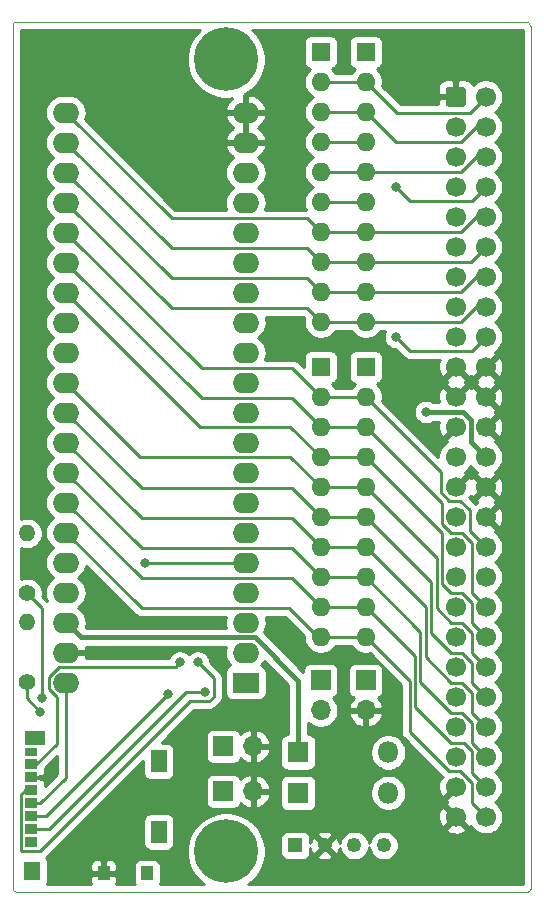
<source format=gtl>
%TF.GenerationSoftware,KiCad,Pcbnew,(5.1.10-1-10_14)*%
%TF.CreationDate,2021-10-09T12:14:23-05:00*%
%TF.ProjectId,bluepill_scsi,626c7565-7069-46c6-9c5f-736373692e6b,rev?*%
%TF.SameCoordinates,Original*%
%TF.FileFunction,Copper,L1,Top*%
%TF.FilePolarity,Positive*%
%FSLAX46Y46*%
G04 Gerber Fmt 4.6, Leading zero omitted, Abs format (unit mm)*
G04 Created by KiCad (PCBNEW (5.1.10-1-10_14)) date 2021-10-09 12:14:23*
%MOMM*%
%LPD*%
G01*
G04 APERTURE LIST*
%TA.AperFunction,Profile*%
%ADD10C,0.050000*%
%TD*%
%TA.AperFunction,ComponentPad*%
%ADD11O,2.250000X1.727200*%
%TD*%
%TA.AperFunction,ComponentPad*%
%ADD12R,2.250000X1.727200*%
%TD*%
%TA.AperFunction,ComponentPad*%
%ADD13C,1.700000*%
%TD*%
%TA.AperFunction,SMDPad,CuDef*%
%ADD14R,1.350000X1.900000*%
%TD*%
%TA.AperFunction,SMDPad,CuDef*%
%ADD15R,1.000000X1.200000*%
%TD*%
%TA.AperFunction,SMDPad,CuDef*%
%ADD16R,1.350000X1.550000*%
%TD*%
%TA.AperFunction,SMDPad,CuDef*%
%ADD17R,1.800000X1.170000*%
%TD*%
%TA.AperFunction,SMDPad,CuDef*%
%ADD18R,1.100000X0.850000*%
%TD*%
%TA.AperFunction,SMDPad,CuDef*%
%ADD19R,1.100000X0.750000*%
%TD*%
%TA.AperFunction,ComponentPad*%
%ADD20R,1.700000X1.700000*%
%TD*%
%TA.AperFunction,ComponentPad*%
%ADD21O,1.700000X1.700000*%
%TD*%
%TA.AperFunction,ComponentPad*%
%ADD22R,1.600000X1.600000*%
%TD*%
%TA.AperFunction,ComponentPad*%
%ADD23O,1.600000X1.600000*%
%TD*%
%TA.AperFunction,ComponentPad*%
%ADD24R,1.250000X1.250000*%
%TD*%
%TA.AperFunction,ComponentPad*%
%ADD25C,1.250000*%
%TD*%
%TA.AperFunction,ComponentPad*%
%ADD26R,1.800000X1.800000*%
%TD*%
%TA.AperFunction,ComponentPad*%
%ADD27O,1.800000X1.800000*%
%TD*%
%TA.AperFunction,ComponentPad*%
%ADD28C,5.400000*%
%TD*%
%TA.AperFunction,ComponentPad*%
%ADD29C,0.800000*%
%TD*%
%TA.AperFunction,ComponentPad*%
%ADD30C,1.400000*%
%TD*%
%TA.AperFunction,ComponentPad*%
%ADD31O,1.400000X1.400000*%
%TD*%
%TA.AperFunction,ViaPad*%
%ADD32C,0.800000*%
%TD*%
%TA.AperFunction,Conductor*%
%ADD33C,0.250000*%
%TD*%
%TA.AperFunction,Conductor*%
%ADD34C,0.400000*%
%TD*%
%TA.AperFunction,Conductor*%
%ADD35C,0.254000*%
%TD*%
%TA.AperFunction,Conductor*%
%ADD36C,0.150000*%
%TD*%
G04 APERTURE END LIST*
D10*
X125095000Y-169291000D02*
G75*
G02*
X124841000Y-169545000I-254000J0D01*
G01*
X81534000Y-169545000D02*
G75*
G02*
X81280000Y-169291000I0J254000D01*
G01*
X81280000Y-96139000D02*
G75*
G02*
X81534000Y-95885000I254000J0D01*
G01*
X124714000Y-95885000D02*
G75*
G02*
X125095000Y-96266000I0J-381000D01*
G01*
X81915000Y-169545000D02*
X81534000Y-169545000D01*
X81280000Y-168275000D02*
X81280000Y-169291000D01*
X124841000Y-169545000D02*
X81915000Y-169545000D01*
X125095000Y-168275000D02*
X125095000Y-169291000D01*
X124714000Y-95885000D02*
X81534000Y-95885000D01*
X125095000Y-168275000D02*
X125095000Y-96266000D01*
X81280000Y-168275000D02*
X81280000Y-96139000D01*
D11*
%TO.P,U1,40*%
%TO.N,+3V3*%
X85725000Y-151866600D03*
%TO.P,U1,39*%
%TO.N,GND*%
X85725000Y-149275800D03*
%TO.P,U1,38*%
%TO.N,VCC*%
X85725000Y-146735800D03*
%TO.P,U1,37*%
%TO.N,/SCSI_DAT1*%
X85725000Y-144195800D03*
%TO.P,U1,36*%
%TO.N,/SCSI_DAT0*%
X85725000Y-141655800D03*
%TO.P,U1,35*%
%TO.N,/SCSI_IO*%
X85725000Y-139115800D03*
%TO.P,U1,34*%
%TO.N,/SCSI_REQ*%
X85725000Y-136575800D03*
%TO.P,U1,33*%
%TO.N,/SCSI_CD*%
X85725000Y-134035800D03*
%TO.P,U1,32*%
%TO.N,/SCSI_SEL*%
X85725000Y-131495800D03*
%TO.P,U1,31*%
%TO.N,/SCSI_MSG*%
X85725000Y-128955800D03*
%TO.P,U1,30*%
%TO.N,/SCSI_RST*%
X85725000Y-126415800D03*
%TO.P,U1,29*%
%TO.N,N/C*%
X85725000Y-123875800D03*
%TO.P,U1,28*%
X85725000Y-121335800D03*
%TO.P,U1,27*%
%TO.N,/SCSI_ACK*%
X85725000Y-118795800D03*
%TO.P,U1,26*%
%TO.N,/SCSI_BSY*%
X85725000Y-116255800D03*
%TO.P,U1,25*%
%TO.N,/SCSI_ATN*%
X85725000Y-113715800D03*
%TO.P,U1,24*%
%TO.N,/SCSI_DAT7*%
X85725000Y-111175800D03*
%TO.P,U1,23*%
%TO.N,/SCSI_DAT6*%
X85725000Y-108635800D03*
%TO.P,U1,22*%
%TO.N,/SCSI_DAT5*%
X85725000Y-106095800D03*
%TO.P,U1,21*%
%TO.N,/SCSI_DAT4*%
X85725000Y-103555800D03*
%TO.P,U1,20*%
%TO.N,GND*%
X100965000Y-103555800D03*
%TO.P,U1,19*%
X100965000Y-106095800D03*
%TO.P,U1,18*%
%TO.N,+3V3*%
X100965000Y-108635800D03*
%TO.P,U1,17*%
%TO.N,N/C*%
X100965000Y-111175800D03*
%TO.P,U1,16*%
%TO.N,/SCSI_DAT3*%
X100965000Y-113715800D03*
%TO.P,U1,15*%
%TO.N,/SCSI_DAT2*%
X100965000Y-116255800D03*
%TO.P,U1,14*%
%TO.N,N/C*%
X100965000Y-118795800D03*
%TO.P,U1,13*%
%TO.N,/SCSI_DBP*%
X100965000Y-121335800D03*
%TO.P,U1,12*%
%TO.N,/SD_MOSI*%
X100965000Y-123875800D03*
%TO.P,U1,11*%
%TO.N,/SD_MISO*%
X100965000Y-126415800D03*
%TO.P,U1,10*%
%TO.N,/SD_CLK*%
X100965000Y-128955800D03*
%TO.P,U1,9*%
%TO.N,/SD_CS*%
X100965000Y-131495800D03*
%TO.P,U1,8*%
%TO.N,N/C*%
X100965000Y-134035800D03*
%TO.P,U1,7*%
X100965000Y-136575800D03*
%TO.P,U1,6*%
X100965000Y-139115800D03*
%TO.P,U1,5*%
%TO.N,/EXTERNAL_LED*%
X100965000Y-141655800D03*
%TO.P,U1,4*%
%TO.N,N/C*%
X100965000Y-144195800D03*
%TO.P,U1,3*%
X100965000Y-146735800D03*
%TO.P,U1,2*%
X100965000Y-149275800D03*
D12*
%TO.P,U1,1*%
X100965000Y-151815800D03*
%TD*%
D13*
%TO.P,J2,50*%
%TO.N,/SCSI_IO*%
X121285000Y-163195000D03*
%TO.P,J2,48*%
%TO.N,/SCSI_REQ*%
X121285000Y-160655000D03*
%TO.P,J2,46*%
%TO.N,/SCSI_CD*%
X121285000Y-158115000D03*
%TO.P,J2,44*%
%TO.N,/SCSI_SEL*%
X121285000Y-155575000D03*
%TO.P,J2,42*%
%TO.N,/SCSI_MSG*%
X121285000Y-153035000D03*
%TO.P,J2,40*%
%TO.N,/SCSI_RST*%
X121285000Y-150495000D03*
%TO.P,J2,38*%
%TO.N,/SCSI_ACK*%
X121285000Y-147955000D03*
%TO.P,J2,36*%
%TO.N,/SCSI_BSY*%
X121285000Y-145415000D03*
%TO.P,J2,34*%
%TO.N,N/C*%
X121285000Y-142875000D03*
%TO.P,J2,32*%
%TO.N,/SCSI_ATN*%
X121285000Y-140335000D03*
%TO.P,J2,30*%
%TO.N,GND*%
X121285000Y-137795000D03*
%TO.P,J2,28*%
X121285000Y-135255000D03*
%TO.P,J2,26*%
%TO.N,/TERM_PWR*%
X121285000Y-132715000D03*
%TO.P,J2,24*%
%TO.N,GND*%
X121285000Y-130175000D03*
%TO.P,J2,22*%
X121285000Y-127635000D03*
%TO.P,J2,20*%
X121285000Y-125095000D03*
%TO.P,J2,18*%
%TO.N,/SCSI_DBP*%
X121285000Y-122555000D03*
%TO.P,J2,16*%
%TO.N,/SCSI_DAT7*%
X121285000Y-120015000D03*
%TO.P,J2,14*%
%TO.N,/SCSI_DAT6*%
X121285000Y-117475000D03*
%TO.P,J2,12*%
%TO.N,/SCSI_DAT5*%
X121285000Y-114935000D03*
%TO.P,J2,10*%
%TO.N,/SCSI_DAT4*%
X121285000Y-112395000D03*
%TO.P,J2,8*%
%TO.N,/SCSI_DAT3*%
X121285000Y-109855000D03*
%TO.P,J2,6*%
%TO.N,/SCSI_DAT2*%
X121285000Y-107315000D03*
%TO.P,J2,4*%
%TO.N,/SCSI_DAT1*%
X121285000Y-104775000D03*
%TO.P,J2,2*%
%TO.N,/SCSI_DAT0*%
X121285000Y-102235000D03*
%TO.P,J2,49*%
%TO.N,GND*%
X118745000Y-163195000D03*
%TO.P,J2,47*%
X118745000Y-160655000D03*
%TO.P,J2,45*%
X118745000Y-158115000D03*
%TO.P,J2,43*%
X118745000Y-155575000D03*
%TO.P,J2,41*%
X118745000Y-153035000D03*
%TO.P,J2,39*%
X118745000Y-150495000D03*
%TO.P,J2,37*%
X118745000Y-147955000D03*
%TO.P,J2,35*%
X118745000Y-145415000D03*
%TO.P,J2,33*%
X118745000Y-142875000D03*
%TO.P,J2,31*%
X118745000Y-140335000D03*
%TO.P,J2,29*%
X118745000Y-137795000D03*
%TO.P,J2,27*%
X118745000Y-135255000D03*
%TO.P,J2,25*%
%TO.N,N/C*%
X118745000Y-132715000D03*
%TO.P,J2,23*%
%TO.N,GND*%
X118745000Y-130175000D03*
%TO.P,J2,21*%
X118745000Y-127635000D03*
%TO.P,J2,19*%
X118745000Y-125095000D03*
%TO.P,J2,17*%
X118745000Y-122555000D03*
%TO.P,J2,15*%
X118745000Y-120015000D03*
%TO.P,J2,13*%
X118745000Y-117475000D03*
%TO.P,J2,11*%
X118745000Y-114935000D03*
%TO.P,J2,9*%
X118745000Y-112395000D03*
%TO.P,J2,7*%
X118745000Y-109855000D03*
%TO.P,J2,5*%
X118745000Y-107315000D03*
%TO.P,J2,3*%
X118745000Y-104775000D03*
%TO.P,J2,1*%
%TA.AperFunction,ComponentPad*%
G36*
G01*
X117895000Y-102835000D02*
X117895000Y-101635000D01*
G75*
G02*
X118145000Y-101385000I250000J0D01*
G01*
X119345000Y-101385000D01*
G75*
G02*
X119595000Y-101635000I0J-250000D01*
G01*
X119595000Y-102835000D01*
G75*
G02*
X119345000Y-103085000I-250000J0D01*
G01*
X118145000Y-103085000D01*
G75*
G02*
X117895000Y-102835000I0J250000D01*
G01*
G37*
%TD.AperFunction*%
%TD*%
D14*
%TO.P,J5,11*%
%TO.N,N/C*%
X93599000Y-158495000D03*
X93599000Y-164465000D03*
D15*
%TO.P,J5,9*%
%TO.N,GND*%
X88924000Y-167965000D03*
%TO.P,J5,10*%
%TO.N,N/C*%
X92624000Y-167965000D03*
D16*
%TO.P,J5,11*%
X82899000Y-167790000D03*
D17*
X83124000Y-156470000D03*
D18*
%TO.P,J5,7*%
%TO.N,/SD_MISO*%
X82774000Y-158730000D03*
%TO.P,J5,6*%
%TO.N,GND*%
X82774000Y-159830000D03*
%TO.P,J5,5*%
%TO.N,/SD_CLK*%
X82774000Y-160930000D03*
%TO.P,J5,4*%
%TO.N,+3V3*%
X82774000Y-162030000D03*
%TO.P,J5,3*%
%TO.N,/SD_MOSI*%
X82774000Y-163130000D03*
%TO.P,J5,2*%
%TO.N,/SD_CS*%
X82774000Y-164230000D03*
D19*
%TO.P,J5,8*%
%TO.N,N/C*%
X82774000Y-157680000D03*
D18*
%TO.P,J5,1*%
X82774000Y-165330000D03*
%TD*%
D20*
%TO.P,JP1,1*%
%TO.N,Net-(JP1-Pad1)*%
X111125000Y-151638000D03*
D21*
%TO.P,JP1,2*%
%TO.N,GND*%
X111125000Y-154178000D03*
%TD*%
%TO.P,JP2,2*%
%TO.N,VCC*%
X107315000Y-154178000D03*
D20*
%TO.P,JP2,1*%
%TO.N,Net-(JP2-Pad1)*%
X107315000Y-151638000D03*
%TD*%
D22*
%TO.P,RN1,1*%
%TO.N,Net-(JP2-Pad1)*%
X107315000Y-98425000D03*
D23*
%TO.P,RN1,2*%
%TO.N,/SCSI_DAT0*%
X107315000Y-100965000D03*
%TO.P,RN1,3*%
%TO.N,/SCSI_DAT1*%
X107315000Y-103505000D03*
%TO.P,RN1,4*%
%TO.N,/SCSI_DAT3*%
X107315000Y-106045000D03*
%TO.P,RN1,5*%
%TO.N,/SCSI_DAT2*%
X107315000Y-108585000D03*
%TO.P,RN1,6*%
%TO.N,/SCSI_DBP*%
X107315000Y-111125000D03*
%TO.P,RN1,7*%
%TO.N,/SCSI_DAT4*%
X107315000Y-113665000D03*
%TO.P,RN1,8*%
%TO.N,/SCSI_DAT5*%
X107315000Y-116205000D03*
%TO.P,RN1,9*%
%TO.N,/SCSI_DAT6*%
X107315000Y-118745000D03*
%TO.P,RN1,10*%
%TO.N,/SCSI_DAT7*%
X107315000Y-121285000D03*
%TD*%
D22*
%TO.P,RN2,1*%
%TO.N,Net-(JP1-Pad1)*%
X111125000Y-98425000D03*
D23*
%TO.P,RN2,2*%
%TO.N,/SCSI_DAT0*%
X111125000Y-100965000D03*
%TO.P,RN2,3*%
%TO.N,/SCSI_DAT1*%
X111125000Y-103505000D03*
%TO.P,RN2,4*%
%TO.N,/SCSI_DAT3*%
X111125000Y-106045000D03*
%TO.P,RN2,5*%
%TO.N,/SCSI_DAT2*%
X111125000Y-108585000D03*
%TO.P,RN2,6*%
%TO.N,/SCSI_DBP*%
X111125000Y-111125000D03*
%TO.P,RN2,7*%
%TO.N,/SCSI_DAT4*%
X111125000Y-113665000D03*
%TO.P,RN2,8*%
%TO.N,/SCSI_DAT5*%
X111125000Y-116205000D03*
%TO.P,RN2,9*%
%TO.N,/SCSI_DAT6*%
X111125000Y-118745000D03*
%TO.P,RN2,10*%
%TO.N,/SCSI_DAT7*%
X111125000Y-121285000D03*
%TD*%
%TO.P,RN3,10*%
%TO.N,/SCSI_IO*%
X107315000Y-147955000D03*
%TO.P,RN3,9*%
%TO.N,/SCSI_REQ*%
X107315000Y-145415000D03*
%TO.P,RN3,8*%
%TO.N,/SCSI_CD*%
X107315000Y-142875000D03*
%TO.P,RN3,7*%
%TO.N,/SCSI_SEL*%
X107315000Y-140335000D03*
%TO.P,RN3,6*%
%TO.N,/SCSI_MSG*%
X107315000Y-137795000D03*
%TO.P,RN3,5*%
%TO.N,/SCSI_RST*%
X107315000Y-135255000D03*
%TO.P,RN3,4*%
%TO.N,/SCSI_ACK*%
X107315000Y-132715000D03*
%TO.P,RN3,3*%
%TO.N,/SCSI_BSY*%
X107315000Y-130175000D03*
%TO.P,RN3,2*%
%TO.N,/SCSI_ATN*%
X107315000Y-127635000D03*
D22*
%TO.P,RN3,1*%
%TO.N,Net-(JP2-Pad1)*%
X107315000Y-125095000D03*
%TD*%
D23*
%TO.P,RN4,10*%
%TO.N,/SCSI_IO*%
X111125000Y-147955000D03*
%TO.P,RN4,9*%
%TO.N,/SCSI_REQ*%
X111125000Y-145415000D03*
%TO.P,RN4,8*%
%TO.N,/SCSI_CD*%
X111125000Y-142875000D03*
%TO.P,RN4,7*%
%TO.N,/SCSI_SEL*%
X111125000Y-140335000D03*
%TO.P,RN4,6*%
%TO.N,/SCSI_MSG*%
X111125000Y-137795000D03*
%TO.P,RN4,5*%
%TO.N,/SCSI_RST*%
X111125000Y-135255000D03*
%TO.P,RN4,4*%
%TO.N,/SCSI_ACK*%
X111125000Y-132715000D03*
%TO.P,RN4,3*%
%TO.N,/SCSI_BSY*%
X111125000Y-130175000D03*
%TO.P,RN4,2*%
%TO.N,/SCSI_ATN*%
X111125000Y-127635000D03*
D22*
%TO.P,RN4,1*%
%TO.N,Net-(JP1-Pad1)*%
X111125000Y-125095000D03*
%TD*%
D24*
%TO.P,J1,1*%
%TO.N,+5V*%
X105156000Y-165608000D03*
D25*
%TO.P,J1,2*%
%TO.N,GND*%
X107656000Y-165608000D03*
%TO.P,J1,3*%
%TO.N,N/C*%
X110156000Y-165608000D03*
%TO.P,J1,4*%
X112656000Y-165608000D03*
%TD*%
D26*
%TO.P,D4,1*%
%TO.N,VCC*%
X105410000Y-161163000D03*
D27*
%TO.P,D4,2*%
%TO.N,+5V*%
X113030000Y-161163000D03*
%TD*%
%TO.P,D5,2*%
%TO.N,/TERM_PWR*%
X113030000Y-157734000D03*
D26*
%TO.P,D5,1*%
%TO.N,VCC*%
X105410000Y-157734000D03*
%TD*%
D28*
%TO.P,H1,1*%
%TO.N,Net-(H1-Pad1)*%
X99314000Y-99060000D03*
D29*
X101339000Y-99060000D03*
X100745891Y-100491891D03*
X99314000Y-101085000D03*
X97882109Y-100491891D03*
X97289000Y-99060000D03*
X97882109Y-97628109D03*
X99314000Y-97035000D03*
X100745891Y-97628109D03*
%TD*%
D28*
%TO.P,H2,1*%
%TO.N,Net-(H2-Pad1)*%
X99314000Y-166116000D03*
D29*
X101339000Y-166116000D03*
X100745891Y-167547891D03*
X99314000Y-168141000D03*
X97882109Y-167547891D03*
X97289000Y-166116000D03*
X97882109Y-164684109D03*
X99314000Y-164091000D03*
X100745891Y-164684109D03*
%TD*%
D30*
%TO.P,R2,1*%
%TO.N,Net-(J3-Pad1)*%
X82423000Y-144272000D03*
D31*
%TO.P,R2,2*%
%TO.N,/EXTERNAL_LED*%
X82423000Y-139192000D03*
%TD*%
%TO.P,R1,2*%
%TO.N,VCC*%
X82423000Y-146685000D03*
D30*
%TO.P,R1,1*%
%TO.N,Net-(J4-Pad1)*%
X82423000Y-151765000D03*
%TD*%
D20*
%TO.P,J3,1*%
%TO.N,Net-(J3-Pad1)*%
X99060000Y-157226000D03*
D21*
%TO.P,J3,2*%
%TO.N,GND*%
X101600000Y-157226000D03*
%TD*%
%TO.P,J4,2*%
%TO.N,GND*%
X101600000Y-161036000D03*
D20*
%TO.P,J4,1*%
%TO.N,Net-(J4-Pad1)*%
X99060000Y-161036000D03*
%TD*%
D32*
%TO.N,/SD_MISO*%
X95377000Y-150114000D03*
%TO.N,GND*%
X90297000Y-146304000D03*
%TO.N,/SD_CLK*%
X96901000Y-150114000D03*
%TO.N,/SD_MOSI*%
X94361000Y-152781000D03*
%TO.N,/SD_CS*%
X97536000Y-152654000D03*
%TO.N,/SCSI_DBP*%
X113665000Y-122555000D03*
%TO.N,/SCSI_DAT3*%
X113665000Y-109855000D03*
%TO.N,/TERM_PWR*%
X116205000Y-128905000D03*
%TO.N,/EXTERNAL_LED*%
X92456000Y-141732000D03*
%TO.N,Net-(J4-Pad1)*%
X83566000Y-154305000D03*
%TO.N,Net-(J3-Pad1)*%
X83693000Y-153162000D03*
%TD*%
D33*
%TO.N,/SD_MISO*%
X100965000Y-126314200D02*
X101015800Y-126314200D01*
X95026590Y-150464410D02*
X95377000Y-150114000D01*
X85184842Y-150464410D02*
X95026590Y-150464410D01*
X84274990Y-152358938D02*
X84274990Y-151374262D01*
X84274990Y-151374262D02*
X85184842Y-150464410D01*
X84971262Y-153055210D02*
X84274990Y-152358938D01*
X84971262Y-156992740D02*
X84971262Y-153055210D01*
X83234002Y-158730000D02*
X84971262Y-156992740D01*
X82774000Y-158730000D02*
X83234002Y-158730000D01*
%TO.N,/SD_CLK*%
X100965000Y-128854200D02*
X101015800Y-128854200D01*
X97884001Y-153379001D02*
X98261001Y-153002001D01*
X96285001Y-153379001D02*
X97884001Y-153379001D01*
X83584001Y-166080001D02*
X96285001Y-153379001D01*
X81963999Y-166080001D02*
X83584001Y-166080001D01*
X98261001Y-153002001D02*
X98261001Y-151474001D01*
X81898999Y-166015001D02*
X81963999Y-166080001D01*
X81898999Y-161344999D02*
X81898999Y-166015001D01*
X82313998Y-160930000D02*
X81898999Y-161344999D01*
X98261001Y-151474001D02*
X96901000Y-150114000D01*
X82774000Y-160930000D02*
X82313998Y-160930000D01*
%TO.N,+3V3*%
X85725000Y-159879000D02*
X85725000Y-151866600D01*
X83574000Y-162030000D02*
X85725000Y-159879000D01*
X82774000Y-162030000D02*
X83574000Y-162030000D01*
%TO.N,/SD_MOSI*%
X84012000Y-163130000D02*
X82774000Y-163130000D01*
X94361000Y-152781000D02*
X84012000Y-163130000D01*
%TO.N,/SD_CS*%
X82774000Y-164230000D02*
X84309000Y-164230000D01*
X95885000Y-152654000D02*
X97536000Y-152654000D01*
X84309000Y-164230000D02*
X95885000Y-152654000D01*
%TO.N,/SCSI_IO*%
X85725000Y-139115800D02*
X85725000Y-139065000D01*
X107315000Y-147955000D02*
X111125000Y-147955000D01*
X92156390Y-145547190D02*
X104642810Y-145547190D01*
X85725000Y-139115800D02*
X92156390Y-145547190D01*
X107050620Y-147955000D02*
X107315000Y-147955000D01*
X104642810Y-145547190D02*
X107050620Y-147955000D01*
X120109999Y-162019999D02*
X121285000Y-163195000D01*
X120109999Y-160280997D02*
X120109999Y-162019999D01*
X119119003Y-159290001D02*
X120109999Y-160280997D01*
X118180999Y-159290001D02*
X119119003Y-159290001D01*
X114854972Y-155963974D02*
X118180999Y-159290001D01*
X114854972Y-151684972D02*
X114854972Y-155963974D01*
X111125000Y-147955000D02*
X114854972Y-151684972D01*
%TO.N,/SCSI_REQ*%
X107315000Y-145415000D02*
X111125000Y-145415000D01*
X92156390Y-143007190D02*
X104907190Y-143007190D01*
X85725000Y-136575800D02*
X92156390Y-143007190D01*
X104907190Y-143007190D02*
X107315000Y-145415000D01*
X120109999Y-159479999D02*
X121285000Y-160655000D01*
X120109999Y-157576409D02*
X120109999Y-159479999D01*
X118370997Y-156939999D02*
X119473589Y-156939999D01*
X115304981Y-153873983D02*
X118370997Y-156939999D01*
X119473589Y-156939999D02*
X120109999Y-157576409D01*
X115304981Y-149594981D02*
X115304981Y-153873983D01*
X111125000Y-145415000D02*
X115304981Y-149594981D01*
%TO.N,/SCSI_CD*%
X107315000Y-142875000D02*
X111125000Y-142875000D01*
X92156390Y-140467190D02*
X104907190Y-140467190D01*
X85725000Y-134035800D02*
X92156390Y-140467190D01*
X104907190Y-140467190D02*
X107315000Y-142875000D01*
X120109999Y-156939999D02*
X121285000Y-158115000D01*
X119309001Y-154399999D02*
X120109999Y-155200997D01*
X118370997Y-154399999D02*
X119309001Y-154399999D01*
X115754991Y-151783993D02*
X118370997Y-154399999D01*
X120109999Y-155200997D02*
X120109999Y-156939999D01*
X115754991Y-147504991D02*
X115754991Y-151783993D01*
X111125000Y-142875000D02*
X115754991Y-147504991D01*
%TO.N,/SCSI_SEL*%
X107315000Y-140335000D02*
X111125000Y-140335000D01*
X104907190Y-137927190D02*
X107315000Y-140335000D01*
X92156390Y-137927190D02*
X104907190Y-137927190D01*
X85725000Y-131495800D02*
X92156390Y-137927190D01*
X120109999Y-154399999D02*
X121285000Y-155575000D01*
X118370997Y-151859999D02*
X119309001Y-151859999D01*
X116205000Y-149694002D02*
X118370997Y-151859999D01*
X120109999Y-152660997D02*
X120109999Y-154399999D01*
X116205000Y-145415000D02*
X116205000Y-149694002D01*
X119309001Y-151859999D02*
X120109999Y-152660997D01*
X111125000Y-140335000D02*
X116205000Y-145415000D01*
%TO.N,/SCSI_RST*%
X107315000Y-135255000D02*
X111125000Y-135255000D01*
X104744410Y-132684410D02*
X107315000Y-135255000D01*
X91993610Y-132684410D02*
X104744410Y-132684410D01*
X85725000Y-126415800D02*
X91993610Y-132684410D01*
X120109999Y-147580997D02*
X120109999Y-149319999D01*
X119309001Y-146779999D02*
X120109999Y-147580997D01*
X118370997Y-146779999D02*
X119309001Y-146779999D01*
X120109999Y-149319999D02*
X121285000Y-150495000D01*
X117119989Y-145528991D02*
X118370997Y-146779999D01*
X117119989Y-141249989D02*
X117119989Y-145528991D01*
X111125000Y-135255000D02*
X117119989Y-141249989D01*
%TO.N,/SCSI_ACK*%
X107315000Y-132715000D02*
X111125000Y-132715000D01*
X104744410Y-130144410D02*
X107315000Y-132715000D01*
X97073610Y-130144410D02*
X104744410Y-130144410D01*
X85725000Y-118795800D02*
X97073610Y-130144410D01*
X120109999Y-146779999D02*
X121285000Y-147955000D01*
X120109999Y-145040997D02*
X120109999Y-146779999D01*
X119309001Y-144239999D02*
X120109999Y-145040997D01*
X118370997Y-144239999D02*
X119309001Y-144239999D01*
X117569999Y-143439001D02*
X118370997Y-144239999D01*
X117569999Y-139159999D02*
X117569999Y-143439001D01*
X111125000Y-132715000D02*
X117569999Y-139159999D01*
%TO.N,/SCSI_BSY*%
X107315000Y-130175000D02*
X111125000Y-130175000D01*
X97236390Y-127767190D02*
X104907190Y-127767190D01*
X85725000Y-116255800D02*
X97236390Y-127767190D01*
X104907190Y-127767190D02*
X107315000Y-130175000D01*
X120109999Y-144239999D02*
X121285000Y-145415000D01*
X119309001Y-139159999D02*
X120109999Y-139960997D01*
X118370997Y-139159999D02*
X119309001Y-139159999D01*
X117569999Y-138359001D02*
X118370997Y-139159999D01*
X120109999Y-139960997D02*
X120109999Y-144239999D01*
X117569999Y-136619999D02*
X117569999Y-138359001D01*
X111125000Y-130175000D02*
X117569999Y-136619999D01*
%TO.N,/SCSI_ATN*%
X107315000Y-127635000D02*
X111125000Y-127635000D01*
X104907190Y-125227190D02*
X107315000Y-127635000D01*
X97236390Y-125227190D02*
X104907190Y-125227190D01*
X85725000Y-113715800D02*
X97236390Y-125227190D01*
X111125000Y-127635000D02*
X117475000Y-133985000D01*
X117475000Y-135724002D02*
X117475000Y-133985000D01*
X118180999Y-136430001D02*
X117475000Y-135724002D01*
X119119003Y-136430001D02*
X118180999Y-136430001D01*
X119920001Y-137230999D02*
X119119003Y-136430001D01*
X119920001Y-138970001D02*
X119920001Y-137230999D01*
X121285000Y-140335000D02*
X119920001Y-138970001D01*
%TO.N,/SCSI_MSG*%
X104907190Y-135387190D02*
X107315000Y-137795000D01*
X92156390Y-135387190D02*
X104907190Y-135387190D01*
X85725000Y-128955800D02*
X92156390Y-135387190D01*
X107315000Y-137795000D02*
X111125000Y-137795000D01*
X120109999Y-151859999D02*
X121285000Y-153035000D01*
X120109999Y-150120997D02*
X120109999Y-151859999D01*
X119309001Y-149319999D02*
X120109999Y-150120997D01*
X118370997Y-149319999D02*
X119309001Y-149319999D01*
X116669979Y-147618981D02*
X118370997Y-149319999D01*
X116669979Y-143339979D02*
X116669979Y-147618981D01*
X111125000Y-137795000D02*
X116669979Y-143339979D01*
%TO.N,/SCSI_DBP*%
X107315000Y-111125000D02*
X111125000Y-111125000D01*
X120109999Y-123730001D02*
X121285000Y-122555000D01*
X114840001Y-123730001D02*
X120109999Y-123730001D01*
X113665000Y-122555000D02*
X114840001Y-123730001D01*
%TO.N,/SCSI_DAT7*%
X107315000Y-121285000D02*
X111125000Y-121285000D01*
X106177190Y-120147190D02*
X107315000Y-121285000D01*
X94696390Y-120147190D02*
X106177190Y-120147190D01*
X85725000Y-111175800D02*
X94696390Y-120147190D01*
X120484002Y-120015000D02*
X121285000Y-120015000D01*
X119214002Y-121285000D02*
X120484002Y-120015000D01*
X111125000Y-121285000D02*
X119214002Y-121285000D01*
%TO.N,/SCSI_DAT6*%
X107315000Y-118745000D02*
X111125000Y-118745000D01*
X106177190Y-117607190D02*
X107315000Y-118745000D01*
X94696390Y-117607190D02*
X106177190Y-117607190D01*
X85725000Y-108635800D02*
X94696390Y-117607190D01*
X120484002Y-117475000D02*
X121285000Y-117475000D01*
X119214002Y-118745000D02*
X120484002Y-117475000D01*
X111125000Y-118745000D02*
X119214002Y-118745000D01*
%TO.N,/SCSI_DAT5*%
X107315000Y-116205000D02*
X111125000Y-116205000D01*
X106177190Y-115067190D02*
X107315000Y-116205000D01*
X94696390Y-115067190D02*
X106177190Y-115067190D01*
X85725000Y-106095800D02*
X94696390Y-115067190D01*
X120015000Y-116205000D02*
X121285000Y-114935000D01*
X111125000Y-116205000D02*
X120015000Y-116205000D01*
%TO.N,/SCSI_DAT4*%
X107315000Y-113665000D02*
X111125000Y-113665000D01*
X106177190Y-112527190D02*
X107315000Y-113665000D01*
X94696390Y-112527190D02*
X106177190Y-112527190D01*
X85725000Y-103555800D02*
X94696390Y-112527190D01*
X120484002Y-112395000D02*
X121285000Y-112395000D01*
X119214002Y-113665000D02*
X120484002Y-112395000D01*
X111125000Y-113665000D02*
X119214002Y-113665000D01*
%TO.N,/SCSI_DAT3*%
X107315000Y-106045000D02*
X111125000Y-106045000D01*
X120109999Y-111030001D02*
X121285000Y-109855000D01*
X114840001Y-111030001D02*
X120109999Y-111030001D01*
X113665000Y-109855000D02*
X114840001Y-111030001D01*
%TO.N,/SCSI_DAT2*%
X107315000Y-108585000D02*
X111125000Y-108585000D01*
X120484002Y-107315000D02*
X121285000Y-107315000D01*
X119214002Y-108585000D02*
X120484002Y-107315000D01*
X111125000Y-108585000D02*
X119214002Y-108585000D01*
%TO.N,/SCSI_DAT1*%
X107315000Y-103505000D02*
X111125000Y-103505000D01*
X111125000Y-103505000D02*
X113665000Y-106045000D01*
X120484002Y-104775000D02*
X121285000Y-104775000D01*
X119214002Y-106045000D02*
X120484002Y-104775000D01*
X113665000Y-106045000D02*
X119214002Y-106045000D01*
%TO.N,/SCSI_DAT0*%
X107315000Y-100965000D02*
X111125000Y-100965000D01*
X119920001Y-103599999D02*
X113759999Y-103599999D01*
X121285000Y-102235000D02*
X119920001Y-103599999D01*
X113759999Y-103599999D02*
X111125000Y-100965000D01*
D34*
%TO.N,VCC*%
X86988610Y-147999410D02*
X85725000Y-146735800D01*
X101749804Y-147999410D02*
X86988610Y-147999410D01*
X105410000Y-151659606D02*
X101749804Y-147999410D01*
X105410000Y-157734000D02*
X105410000Y-151659606D01*
X82473800Y-146735800D02*
X82423000Y-146685000D01*
%TO.N,/TERM_PWR*%
X119995001Y-129574999D02*
X119325002Y-128905000D01*
X119995001Y-131425001D02*
X119995001Y-129574999D01*
X121285000Y-132715000D02*
X119995001Y-131425001D01*
X119325002Y-128905000D02*
X116205000Y-128905000D01*
D33*
%TO.N,/EXTERNAL_LED*%
X92532200Y-141655800D02*
X92456000Y-141732000D01*
X100965000Y-141655800D02*
X92532200Y-141655800D01*
%TO.N,Net-(J4-Pad1)*%
X82423000Y-151765000D02*
X82423000Y-153162000D01*
X82423000Y-153162000D02*
X83566000Y-154305000D01*
%TO.N,Net-(J3-Pad1)*%
X83693000Y-145542000D02*
X83693000Y-153162000D01*
X82423000Y-144272000D02*
X83693000Y-145542000D01*
%TD*%
D35*
%TO.N,GND*%
X96723536Y-96934061D02*
X96358561Y-97480285D01*
X96107162Y-98087216D01*
X95979000Y-98731531D01*
X95979000Y-99388469D01*
X96107162Y-100032784D01*
X96358561Y-100639715D01*
X96723536Y-101185939D01*
X97188061Y-101650464D01*
X97734285Y-102015439D01*
X98341216Y-102266838D01*
X98985531Y-102395000D01*
X99642469Y-102395000D01*
X99787161Y-102366219D01*
X99765426Y-102380317D01*
X99554127Y-102585932D01*
X99387002Y-102828819D01*
X99270473Y-103099643D01*
X99248642Y-103196774D01*
X99369783Y-103428800D01*
X100838000Y-103428800D01*
X100838000Y-102057200D01*
X101092000Y-102057200D01*
X101092000Y-103428800D01*
X102560217Y-103428800D01*
X102681358Y-103196774D01*
X102659527Y-103099643D01*
X102542998Y-102828819D01*
X102375873Y-102585932D01*
X102164574Y-102380317D01*
X101917222Y-102219875D01*
X101643322Y-102110772D01*
X101353400Y-102057200D01*
X101092000Y-102057200D01*
X100838000Y-102057200D01*
X100792895Y-102057200D01*
X100893715Y-102015439D01*
X101439939Y-101650464D01*
X101904464Y-101185939D01*
X102269439Y-100639715D01*
X102520838Y-100032784D01*
X102649000Y-99388469D01*
X102649000Y-98731531D01*
X102520838Y-98087216D01*
X102269439Y-97480285D01*
X101904464Y-96934061D01*
X101515403Y-96545000D01*
X124435001Y-96545000D01*
X124435000Y-168242581D01*
X124435000Y-168242582D01*
X124435001Y-168885000D01*
X101172741Y-168885000D01*
X101439939Y-168706464D01*
X101904464Y-168241939D01*
X102269439Y-167695715D01*
X102520838Y-167088784D01*
X102649000Y-166444469D01*
X102649000Y-165787531D01*
X102520838Y-165143216D01*
X102454475Y-164983000D01*
X103892928Y-164983000D01*
X103892928Y-166233000D01*
X103905188Y-166357482D01*
X103941498Y-166477180D01*
X104000463Y-166587494D01*
X104079815Y-166684185D01*
X104176506Y-166763537D01*
X104286820Y-166822502D01*
X104406518Y-166858812D01*
X104531000Y-166871072D01*
X105781000Y-166871072D01*
X105905482Y-166858812D01*
X106025180Y-166822502D01*
X106135494Y-166763537D01*
X106232185Y-166684185D01*
X106311537Y-166587494D01*
X106370502Y-166477180D01*
X106370966Y-166475648D01*
X106967957Y-166475648D01*
X107018306Y-166701777D01*
X107243944Y-166805168D01*
X107485418Y-166862553D01*
X107733447Y-166871726D01*
X107978499Y-166832335D01*
X108211158Y-166745893D01*
X108293694Y-166701777D01*
X108344043Y-166475648D01*
X107656000Y-165787605D01*
X106967957Y-166475648D01*
X106370966Y-166475648D01*
X106406812Y-166357482D01*
X106419072Y-166233000D01*
X106419072Y-165852158D01*
X106431665Y-165930499D01*
X106518107Y-166163158D01*
X106562223Y-166245694D01*
X106788352Y-166296043D01*
X107476395Y-165608000D01*
X107835605Y-165608000D01*
X108523648Y-166296043D01*
X108749777Y-166245694D01*
X108853168Y-166020056D01*
X108907664Y-165790739D01*
X108944421Y-165975529D01*
X109039402Y-166204834D01*
X109177294Y-166411203D01*
X109352797Y-166586706D01*
X109559166Y-166724598D01*
X109788471Y-166819579D01*
X110031901Y-166868000D01*
X110280099Y-166868000D01*
X110523529Y-166819579D01*
X110752834Y-166724598D01*
X110959203Y-166586706D01*
X111134706Y-166411203D01*
X111272598Y-166204834D01*
X111367579Y-165975529D01*
X111406000Y-165782373D01*
X111444421Y-165975529D01*
X111539402Y-166204834D01*
X111677294Y-166411203D01*
X111852797Y-166586706D01*
X112059166Y-166724598D01*
X112288471Y-166819579D01*
X112531901Y-166868000D01*
X112780099Y-166868000D01*
X113023529Y-166819579D01*
X113252834Y-166724598D01*
X113459203Y-166586706D01*
X113634706Y-166411203D01*
X113772598Y-166204834D01*
X113867579Y-165975529D01*
X113916000Y-165732099D01*
X113916000Y-165483901D01*
X113867579Y-165240471D01*
X113772598Y-165011166D01*
X113634706Y-164804797D01*
X113459203Y-164629294D01*
X113252834Y-164491402D01*
X113023529Y-164396421D01*
X112780099Y-164348000D01*
X112531901Y-164348000D01*
X112288471Y-164396421D01*
X112059166Y-164491402D01*
X111852797Y-164629294D01*
X111677294Y-164804797D01*
X111539402Y-165011166D01*
X111444421Y-165240471D01*
X111406000Y-165433627D01*
X111367579Y-165240471D01*
X111272598Y-165011166D01*
X111134706Y-164804797D01*
X110959203Y-164629294D01*
X110752834Y-164491402D01*
X110523529Y-164396421D01*
X110280099Y-164348000D01*
X110031901Y-164348000D01*
X109788471Y-164396421D01*
X109559166Y-164491402D01*
X109352797Y-164629294D01*
X109177294Y-164804797D01*
X109039402Y-165011166D01*
X108944421Y-165240471D01*
X108904974Y-165438783D01*
X108880335Y-165285501D01*
X108793893Y-165052842D01*
X108749777Y-164970306D01*
X108523648Y-164919957D01*
X107835605Y-165608000D01*
X107476395Y-165608000D01*
X106788352Y-164919957D01*
X106562223Y-164970306D01*
X106458832Y-165195944D01*
X106419072Y-165363253D01*
X106419072Y-164983000D01*
X106406812Y-164858518D01*
X106370967Y-164740352D01*
X106967957Y-164740352D01*
X107656000Y-165428395D01*
X108344043Y-164740352D01*
X108293694Y-164514223D01*
X108068056Y-164410832D01*
X107826582Y-164353447D01*
X107578553Y-164344274D01*
X107333501Y-164383665D01*
X107100842Y-164470107D01*
X107018306Y-164514223D01*
X106967957Y-164740352D01*
X106370967Y-164740352D01*
X106370502Y-164738820D01*
X106311537Y-164628506D01*
X106232185Y-164531815D01*
X106135494Y-164452463D01*
X106025180Y-164393498D01*
X105905482Y-164357188D01*
X105781000Y-164344928D01*
X104531000Y-164344928D01*
X104406518Y-164357188D01*
X104286820Y-164393498D01*
X104176506Y-164452463D01*
X104079815Y-164531815D01*
X104000463Y-164628506D01*
X103941498Y-164738820D01*
X103905188Y-164858518D01*
X103892928Y-164983000D01*
X102454475Y-164983000D01*
X102269439Y-164536285D01*
X102060375Y-164223397D01*
X117896208Y-164223397D01*
X117973843Y-164472472D01*
X118237883Y-164598371D01*
X118521411Y-164670339D01*
X118813531Y-164685611D01*
X119103019Y-164643599D01*
X119378747Y-164545919D01*
X119516157Y-164472472D01*
X119593792Y-164223397D01*
X118745000Y-163374605D01*
X117896208Y-164223397D01*
X102060375Y-164223397D01*
X101904464Y-163990061D01*
X101439939Y-163525536D01*
X101047821Y-163263531D01*
X117254389Y-163263531D01*
X117296401Y-163553019D01*
X117394081Y-163828747D01*
X117467528Y-163966157D01*
X117716603Y-164043792D01*
X118565395Y-163195000D01*
X117716603Y-162346208D01*
X117467528Y-162423843D01*
X117341629Y-162687883D01*
X117269661Y-162971411D01*
X117254389Y-163263531D01*
X101047821Y-163263531D01*
X100893715Y-163160561D01*
X100286784Y-162909162D01*
X99642469Y-162781000D01*
X98985531Y-162781000D01*
X98341216Y-162909162D01*
X97734285Y-163160561D01*
X97188061Y-163525536D01*
X96723536Y-163990061D01*
X96358561Y-164536285D01*
X96107162Y-165143216D01*
X95979000Y-165787531D01*
X95979000Y-166444469D01*
X96107162Y-167088784D01*
X96358561Y-167695715D01*
X96723536Y-168241939D01*
X97188061Y-168706464D01*
X97455259Y-168885000D01*
X93672975Y-168885000D01*
X93713502Y-168809180D01*
X93749812Y-168689482D01*
X93762072Y-168565000D01*
X93762072Y-167365000D01*
X93749812Y-167240518D01*
X93713502Y-167120820D01*
X93654537Y-167010506D01*
X93575185Y-166913815D01*
X93478494Y-166834463D01*
X93368180Y-166775498D01*
X93248482Y-166739188D01*
X93124000Y-166726928D01*
X92124000Y-166726928D01*
X91999518Y-166739188D01*
X91879820Y-166775498D01*
X91769506Y-166834463D01*
X91672815Y-166913815D01*
X91593463Y-167010506D01*
X91534498Y-167120820D01*
X91498188Y-167240518D01*
X91485928Y-167365000D01*
X91485928Y-168565000D01*
X91498188Y-168689482D01*
X91534498Y-168809180D01*
X91575025Y-168885000D01*
X89972975Y-168885000D01*
X90013502Y-168809180D01*
X90049812Y-168689482D01*
X90062072Y-168565000D01*
X90059000Y-168250750D01*
X89900250Y-168092000D01*
X89051000Y-168092000D01*
X89051000Y-168112000D01*
X88797000Y-168112000D01*
X88797000Y-168092000D01*
X87947750Y-168092000D01*
X87789000Y-168250750D01*
X87785928Y-168565000D01*
X87798188Y-168689482D01*
X87834498Y-168809180D01*
X87875025Y-168885000D01*
X84122975Y-168885000D01*
X84163502Y-168809180D01*
X84199812Y-168689482D01*
X84212072Y-168565000D01*
X84212072Y-167365000D01*
X87785928Y-167365000D01*
X87789000Y-167679250D01*
X87947750Y-167838000D01*
X88797000Y-167838000D01*
X88797000Y-166888750D01*
X89051000Y-166888750D01*
X89051000Y-167838000D01*
X89900250Y-167838000D01*
X90059000Y-167679250D01*
X90062072Y-167365000D01*
X90049812Y-167240518D01*
X90013502Y-167120820D01*
X89954537Y-167010506D01*
X89875185Y-166913815D01*
X89778494Y-166834463D01*
X89668180Y-166775498D01*
X89548482Y-166739188D01*
X89424000Y-166726928D01*
X89209750Y-166730000D01*
X89051000Y-166888750D01*
X88797000Y-166888750D01*
X88638250Y-166730000D01*
X88424000Y-166726928D01*
X88299518Y-166739188D01*
X88179820Y-166775498D01*
X88069506Y-166834463D01*
X87972815Y-166913815D01*
X87893463Y-167010506D01*
X87834498Y-167120820D01*
X87798188Y-167240518D01*
X87785928Y-167365000D01*
X84212072Y-167365000D01*
X84212072Y-167015000D01*
X84199812Y-166890518D01*
X84163502Y-166770820D01*
X84104537Y-166660506D01*
X84092508Y-166645848D01*
X84124002Y-166620002D01*
X84147805Y-166590998D01*
X87223803Y-163515000D01*
X92285928Y-163515000D01*
X92285928Y-165415000D01*
X92298188Y-165539482D01*
X92334498Y-165659180D01*
X92393463Y-165769494D01*
X92472815Y-165866185D01*
X92569506Y-165945537D01*
X92679820Y-166004502D01*
X92799518Y-166040812D01*
X92924000Y-166053072D01*
X94274000Y-166053072D01*
X94398482Y-166040812D01*
X94518180Y-166004502D01*
X94628494Y-165945537D01*
X94725185Y-165866185D01*
X94804537Y-165769494D01*
X94863502Y-165659180D01*
X94899812Y-165539482D01*
X94912072Y-165415000D01*
X94912072Y-163515000D01*
X94899812Y-163390518D01*
X94863502Y-163270820D01*
X94804537Y-163160506D01*
X94725185Y-163063815D01*
X94628494Y-162984463D01*
X94518180Y-162925498D01*
X94398482Y-162889188D01*
X94274000Y-162876928D01*
X92924000Y-162876928D01*
X92799518Y-162889188D01*
X92679820Y-162925498D01*
X92569506Y-162984463D01*
X92472815Y-163063815D01*
X92393463Y-163160506D01*
X92334498Y-163270820D01*
X92298188Y-163390518D01*
X92285928Y-163515000D01*
X87223803Y-163515000D01*
X90552803Y-160186000D01*
X97571928Y-160186000D01*
X97571928Y-161886000D01*
X97584188Y-162010482D01*
X97620498Y-162130180D01*
X97679463Y-162240494D01*
X97758815Y-162337185D01*
X97855506Y-162416537D01*
X97965820Y-162475502D01*
X98085518Y-162511812D01*
X98210000Y-162524072D01*
X99910000Y-162524072D01*
X100034482Y-162511812D01*
X100154180Y-162475502D01*
X100264494Y-162416537D01*
X100361185Y-162337185D01*
X100440537Y-162240494D01*
X100499502Y-162130180D01*
X100523966Y-162049534D01*
X100599731Y-162133588D01*
X100833080Y-162307641D01*
X101095901Y-162432825D01*
X101243110Y-162477476D01*
X101473000Y-162356155D01*
X101473000Y-161163000D01*
X101727000Y-161163000D01*
X101727000Y-162356155D01*
X101956890Y-162477476D01*
X102104099Y-162432825D01*
X102366920Y-162307641D01*
X102600269Y-162133588D01*
X102795178Y-161917355D01*
X102944157Y-161667252D01*
X103041481Y-161392891D01*
X102920814Y-161163000D01*
X101727000Y-161163000D01*
X101473000Y-161163000D01*
X101453000Y-161163000D01*
X101453000Y-160909000D01*
X101473000Y-160909000D01*
X101473000Y-159715845D01*
X101727000Y-159715845D01*
X101727000Y-160909000D01*
X102920814Y-160909000D01*
X103041481Y-160679109D01*
X102944157Y-160404748D01*
X102859722Y-160263000D01*
X103871928Y-160263000D01*
X103871928Y-162063000D01*
X103884188Y-162187482D01*
X103920498Y-162307180D01*
X103979463Y-162417494D01*
X104058815Y-162514185D01*
X104155506Y-162593537D01*
X104265820Y-162652502D01*
X104385518Y-162688812D01*
X104510000Y-162701072D01*
X106310000Y-162701072D01*
X106434482Y-162688812D01*
X106554180Y-162652502D01*
X106664494Y-162593537D01*
X106761185Y-162514185D01*
X106840537Y-162417494D01*
X106899502Y-162307180D01*
X106935812Y-162187482D01*
X106948072Y-162063000D01*
X106948072Y-161011816D01*
X111495000Y-161011816D01*
X111495000Y-161314184D01*
X111553989Y-161610743D01*
X111669701Y-161890095D01*
X111837688Y-162141505D01*
X112051495Y-162355312D01*
X112302905Y-162523299D01*
X112582257Y-162639011D01*
X112878816Y-162698000D01*
X113181184Y-162698000D01*
X113477743Y-162639011D01*
X113757095Y-162523299D01*
X114008505Y-162355312D01*
X114222312Y-162141505D01*
X114390299Y-161890095D01*
X114506011Y-161610743D01*
X114565000Y-161314184D01*
X114565000Y-161011816D01*
X114506011Y-160715257D01*
X114390299Y-160435905D01*
X114222312Y-160184495D01*
X114008505Y-159970688D01*
X113757095Y-159802701D01*
X113477743Y-159686989D01*
X113181184Y-159628000D01*
X112878816Y-159628000D01*
X112582257Y-159686989D01*
X112302905Y-159802701D01*
X112051495Y-159970688D01*
X111837688Y-160184495D01*
X111669701Y-160435905D01*
X111553989Y-160715257D01*
X111495000Y-161011816D01*
X106948072Y-161011816D01*
X106948072Y-160263000D01*
X106935812Y-160138518D01*
X106899502Y-160018820D01*
X106840537Y-159908506D01*
X106761185Y-159811815D01*
X106664494Y-159732463D01*
X106554180Y-159673498D01*
X106434482Y-159637188D01*
X106310000Y-159624928D01*
X104510000Y-159624928D01*
X104385518Y-159637188D01*
X104265820Y-159673498D01*
X104155506Y-159732463D01*
X104058815Y-159811815D01*
X103979463Y-159908506D01*
X103920498Y-160018820D01*
X103884188Y-160138518D01*
X103871928Y-160263000D01*
X102859722Y-160263000D01*
X102795178Y-160154645D01*
X102600269Y-159938412D01*
X102366920Y-159764359D01*
X102104099Y-159639175D01*
X101956890Y-159594524D01*
X101727000Y-159715845D01*
X101473000Y-159715845D01*
X101243110Y-159594524D01*
X101095901Y-159639175D01*
X100833080Y-159764359D01*
X100599731Y-159938412D01*
X100523966Y-160022466D01*
X100499502Y-159941820D01*
X100440537Y-159831506D01*
X100361185Y-159734815D01*
X100264494Y-159655463D01*
X100154180Y-159596498D01*
X100034482Y-159560188D01*
X99910000Y-159547928D01*
X98210000Y-159547928D01*
X98085518Y-159560188D01*
X97965820Y-159596498D01*
X97855506Y-159655463D01*
X97758815Y-159734815D01*
X97679463Y-159831506D01*
X97620498Y-159941820D01*
X97584188Y-160061518D01*
X97571928Y-160186000D01*
X90552803Y-160186000D01*
X92285928Y-158452876D01*
X92285928Y-159445000D01*
X92298188Y-159569482D01*
X92334498Y-159689180D01*
X92393463Y-159799494D01*
X92472815Y-159896185D01*
X92569506Y-159975537D01*
X92679820Y-160034502D01*
X92799518Y-160070812D01*
X92924000Y-160083072D01*
X94274000Y-160083072D01*
X94398482Y-160070812D01*
X94518180Y-160034502D01*
X94628494Y-159975537D01*
X94725185Y-159896185D01*
X94804537Y-159799494D01*
X94863502Y-159689180D01*
X94899812Y-159569482D01*
X94912072Y-159445000D01*
X94912072Y-157545000D01*
X94899812Y-157420518D01*
X94863502Y-157300820D01*
X94804537Y-157190506D01*
X94725185Y-157093815D01*
X94628494Y-157014463D01*
X94518180Y-156955498D01*
X94398482Y-156919188D01*
X94274000Y-156906928D01*
X93831877Y-156906928D01*
X94362805Y-156376000D01*
X97571928Y-156376000D01*
X97571928Y-158076000D01*
X97584188Y-158200482D01*
X97620498Y-158320180D01*
X97679463Y-158430494D01*
X97758815Y-158527185D01*
X97855506Y-158606537D01*
X97965820Y-158665502D01*
X98085518Y-158701812D01*
X98210000Y-158714072D01*
X99910000Y-158714072D01*
X100034482Y-158701812D01*
X100154180Y-158665502D01*
X100264494Y-158606537D01*
X100361185Y-158527185D01*
X100440537Y-158430494D01*
X100499502Y-158320180D01*
X100523966Y-158239534D01*
X100599731Y-158323588D01*
X100833080Y-158497641D01*
X101095901Y-158622825D01*
X101243110Y-158667476D01*
X101473000Y-158546155D01*
X101473000Y-157353000D01*
X101727000Y-157353000D01*
X101727000Y-158546155D01*
X101956890Y-158667476D01*
X102104099Y-158622825D01*
X102366920Y-158497641D01*
X102600269Y-158323588D01*
X102795178Y-158107355D01*
X102944157Y-157857252D01*
X103041481Y-157582891D01*
X102920814Y-157353000D01*
X101727000Y-157353000D01*
X101473000Y-157353000D01*
X101453000Y-157353000D01*
X101453000Y-157099000D01*
X101473000Y-157099000D01*
X101473000Y-155905845D01*
X101727000Y-155905845D01*
X101727000Y-157099000D01*
X102920814Y-157099000D01*
X103041481Y-156869109D01*
X102944157Y-156594748D01*
X102795178Y-156344645D01*
X102600269Y-156128412D01*
X102366920Y-155954359D01*
X102104099Y-155829175D01*
X101956890Y-155784524D01*
X101727000Y-155905845D01*
X101473000Y-155905845D01*
X101243110Y-155784524D01*
X101095901Y-155829175D01*
X100833080Y-155954359D01*
X100599731Y-156128412D01*
X100523966Y-156212466D01*
X100499502Y-156131820D01*
X100440537Y-156021506D01*
X100361185Y-155924815D01*
X100264494Y-155845463D01*
X100154180Y-155786498D01*
X100034482Y-155750188D01*
X99910000Y-155737928D01*
X98210000Y-155737928D01*
X98085518Y-155750188D01*
X97965820Y-155786498D01*
X97855506Y-155845463D01*
X97758815Y-155924815D01*
X97679463Y-156021506D01*
X97620498Y-156131820D01*
X97584188Y-156251518D01*
X97571928Y-156376000D01*
X94362805Y-156376000D01*
X96599804Y-154139001D01*
X97846679Y-154139001D01*
X97884001Y-154142677D01*
X97921323Y-154139001D01*
X97921334Y-154139001D01*
X98032987Y-154128004D01*
X98176248Y-154084547D01*
X98308277Y-154013975D01*
X98424002Y-153919002D01*
X98447805Y-153889998D01*
X98771999Y-153565804D01*
X98801002Y-153542002D01*
X98895975Y-153426277D01*
X98966547Y-153294248D01*
X99010004Y-153150987D01*
X99021001Y-153039334D01*
X99021001Y-153039333D01*
X99024678Y-153002001D01*
X99021001Y-152964668D01*
X99021001Y-151511324D01*
X99024677Y-151474001D01*
X99021001Y-151436678D01*
X99021001Y-151436668D01*
X99010004Y-151325015D01*
X98966547Y-151181754D01*
X98895975Y-151049725D01*
X98801002Y-150934000D01*
X98772004Y-150910202D01*
X97936000Y-150074199D01*
X97936000Y-150012061D01*
X97896226Y-149812102D01*
X97818205Y-149623744D01*
X97704937Y-149454226D01*
X97560774Y-149310063D01*
X97391256Y-149196795D01*
X97202898Y-149118774D01*
X97002939Y-149079000D01*
X96799061Y-149079000D01*
X96599102Y-149118774D01*
X96410744Y-149196795D01*
X96241226Y-149310063D01*
X96139000Y-149412289D01*
X96036774Y-149310063D01*
X95867256Y-149196795D01*
X95678898Y-149118774D01*
X95478939Y-149079000D01*
X95275061Y-149079000D01*
X95075102Y-149118774D01*
X94886744Y-149196795D01*
X94717226Y-149310063D01*
X94573063Y-149454226D01*
X94459795Y-149623744D01*
X94426382Y-149704410D01*
X87425718Y-149704410D01*
X87441358Y-149634826D01*
X87320217Y-149402800D01*
X85852000Y-149402800D01*
X85852000Y-149422800D01*
X85598000Y-149422800D01*
X85598000Y-149402800D01*
X85578000Y-149402800D01*
X85578000Y-149148800D01*
X85598000Y-149148800D01*
X85598000Y-149128800D01*
X85852000Y-149128800D01*
X85852000Y-149148800D01*
X87320217Y-149148800D01*
X87441358Y-148916774D01*
X87422846Y-148834410D01*
X99271462Y-148834410D01*
X99226684Y-148982023D01*
X99197749Y-149275800D01*
X99226684Y-149569577D01*
X99312375Y-149852064D01*
X99451531Y-150112406D01*
X99638803Y-150340597D01*
X99646865Y-150347214D01*
X99595820Y-150362698D01*
X99485506Y-150421663D01*
X99388815Y-150501015D01*
X99309463Y-150597706D01*
X99250498Y-150708020D01*
X99214188Y-150827718D01*
X99201928Y-150952200D01*
X99201928Y-152679400D01*
X99214188Y-152803882D01*
X99250498Y-152923580D01*
X99309463Y-153033894D01*
X99388815Y-153130585D01*
X99485506Y-153209937D01*
X99595820Y-153268902D01*
X99715518Y-153305212D01*
X99840000Y-153317472D01*
X102090000Y-153317472D01*
X102214482Y-153305212D01*
X102334180Y-153268902D01*
X102444494Y-153209937D01*
X102541185Y-153130585D01*
X102620537Y-153033894D01*
X102679502Y-152923580D01*
X102715812Y-152803882D01*
X102728072Y-152679400D01*
X102728072Y-150952200D01*
X102715812Y-150827718D01*
X102679502Y-150708020D01*
X102620537Y-150597706D01*
X102541185Y-150501015D01*
X102444494Y-150421663D01*
X102334180Y-150362698D01*
X102283135Y-150347214D01*
X102291197Y-150340597D01*
X102478469Y-150112406D01*
X102549341Y-149979815D01*
X104575001Y-152005476D01*
X104575000Y-156195928D01*
X104510000Y-156195928D01*
X104385518Y-156208188D01*
X104265820Y-156244498D01*
X104155506Y-156303463D01*
X104058815Y-156382815D01*
X103979463Y-156479506D01*
X103920498Y-156589820D01*
X103884188Y-156709518D01*
X103871928Y-156834000D01*
X103871928Y-158634000D01*
X103884188Y-158758482D01*
X103920498Y-158878180D01*
X103979463Y-158988494D01*
X104058815Y-159085185D01*
X104155506Y-159164537D01*
X104265820Y-159223502D01*
X104385518Y-159259812D01*
X104510000Y-159272072D01*
X106310000Y-159272072D01*
X106434482Y-159259812D01*
X106554180Y-159223502D01*
X106664494Y-159164537D01*
X106761185Y-159085185D01*
X106840537Y-158988494D01*
X106899502Y-158878180D01*
X106935812Y-158758482D01*
X106948072Y-158634000D01*
X106948072Y-157582816D01*
X111495000Y-157582816D01*
X111495000Y-157885184D01*
X111553989Y-158181743D01*
X111669701Y-158461095D01*
X111837688Y-158712505D01*
X112051495Y-158926312D01*
X112302905Y-159094299D01*
X112582257Y-159210011D01*
X112878816Y-159269000D01*
X113181184Y-159269000D01*
X113477743Y-159210011D01*
X113757095Y-159094299D01*
X114008505Y-158926312D01*
X114222312Y-158712505D01*
X114390299Y-158461095D01*
X114506011Y-158181743D01*
X114565000Y-157885184D01*
X114565000Y-157582816D01*
X114506011Y-157286257D01*
X114390299Y-157006905D01*
X114222312Y-156755495D01*
X114008505Y-156541688D01*
X113757095Y-156373701D01*
X113477743Y-156257989D01*
X113181184Y-156199000D01*
X112878816Y-156199000D01*
X112582257Y-156257989D01*
X112302905Y-156373701D01*
X112051495Y-156541688D01*
X111837688Y-156755495D01*
X111669701Y-157006905D01*
X111553989Y-157286257D01*
X111495000Y-157582816D01*
X106948072Y-157582816D01*
X106948072Y-156834000D01*
X106935812Y-156709518D01*
X106899502Y-156589820D01*
X106840537Y-156479506D01*
X106761185Y-156382815D01*
X106664494Y-156303463D01*
X106554180Y-156244498D01*
X106434482Y-156208188D01*
X106310000Y-156195928D01*
X106245000Y-156195928D01*
X106245000Y-155208107D01*
X106368368Y-155331475D01*
X106611589Y-155493990D01*
X106881842Y-155605932D01*
X107168740Y-155663000D01*
X107461260Y-155663000D01*
X107748158Y-155605932D01*
X108018411Y-155493990D01*
X108261632Y-155331475D01*
X108468475Y-155124632D01*
X108630990Y-154881411D01*
X108742932Y-154611158D01*
X108758102Y-154534890D01*
X109683524Y-154534890D01*
X109728175Y-154682099D01*
X109853359Y-154944920D01*
X110027412Y-155178269D01*
X110243645Y-155373178D01*
X110493748Y-155522157D01*
X110768109Y-155619481D01*
X110998000Y-155498814D01*
X110998000Y-154305000D01*
X111252000Y-154305000D01*
X111252000Y-155498814D01*
X111481891Y-155619481D01*
X111756252Y-155522157D01*
X112006355Y-155373178D01*
X112222588Y-155178269D01*
X112396641Y-154944920D01*
X112521825Y-154682099D01*
X112566476Y-154534890D01*
X112445155Y-154305000D01*
X111252000Y-154305000D01*
X110998000Y-154305000D01*
X109804845Y-154305000D01*
X109683524Y-154534890D01*
X108758102Y-154534890D01*
X108800000Y-154324260D01*
X108800000Y-154031740D01*
X108742932Y-153744842D01*
X108630990Y-153474589D01*
X108468475Y-153231368D01*
X108336620Y-153099513D01*
X108409180Y-153077502D01*
X108519494Y-153018537D01*
X108616185Y-152939185D01*
X108695537Y-152842494D01*
X108754502Y-152732180D01*
X108790812Y-152612482D01*
X108803072Y-152488000D01*
X108803072Y-150788000D01*
X109636928Y-150788000D01*
X109636928Y-152488000D01*
X109649188Y-152612482D01*
X109685498Y-152732180D01*
X109744463Y-152842494D01*
X109823815Y-152939185D01*
X109920506Y-153018537D01*
X110030820Y-153077502D01*
X110111466Y-153101966D01*
X110027412Y-153177731D01*
X109853359Y-153411080D01*
X109728175Y-153673901D01*
X109683524Y-153821110D01*
X109804845Y-154051000D01*
X110998000Y-154051000D01*
X110998000Y-154031000D01*
X111252000Y-154031000D01*
X111252000Y-154051000D01*
X112445155Y-154051000D01*
X112566476Y-153821110D01*
X112521825Y-153673901D01*
X112396641Y-153411080D01*
X112222588Y-153177731D01*
X112138534Y-153101966D01*
X112219180Y-153077502D01*
X112329494Y-153018537D01*
X112426185Y-152939185D01*
X112505537Y-152842494D01*
X112564502Y-152732180D01*
X112600812Y-152612482D01*
X112613072Y-152488000D01*
X112613072Y-150788000D01*
X112600812Y-150663518D01*
X112564502Y-150543820D01*
X112505537Y-150433506D01*
X112426185Y-150336815D01*
X112329494Y-150257463D01*
X112219180Y-150198498D01*
X112099482Y-150162188D01*
X111975000Y-150149928D01*
X110275000Y-150149928D01*
X110150518Y-150162188D01*
X110030820Y-150198498D01*
X109920506Y-150257463D01*
X109823815Y-150336815D01*
X109744463Y-150433506D01*
X109685498Y-150543820D01*
X109649188Y-150663518D01*
X109636928Y-150788000D01*
X108803072Y-150788000D01*
X108790812Y-150663518D01*
X108754502Y-150543820D01*
X108695537Y-150433506D01*
X108616185Y-150336815D01*
X108519494Y-150257463D01*
X108409180Y-150198498D01*
X108289482Y-150162188D01*
X108165000Y-150149928D01*
X106465000Y-150149928D01*
X106340518Y-150162188D01*
X106220820Y-150198498D01*
X106110506Y-150257463D01*
X106013815Y-150336815D01*
X105934463Y-150433506D01*
X105875498Y-150543820D01*
X105839188Y-150663518D01*
X105826928Y-150788000D01*
X105826928Y-150895665D01*
X102487246Y-147555985D01*
X102617625Y-147312064D01*
X102703316Y-147029577D01*
X102732251Y-146735800D01*
X102703316Y-146442023D01*
X102662415Y-146307190D01*
X104328009Y-146307190D01*
X105880000Y-147859182D01*
X105880000Y-148096335D01*
X105935147Y-148373574D01*
X106043320Y-148634727D01*
X106200363Y-148869759D01*
X106400241Y-149069637D01*
X106635273Y-149226680D01*
X106896426Y-149334853D01*
X107173665Y-149390000D01*
X107456335Y-149390000D01*
X107733574Y-149334853D01*
X107994727Y-149226680D01*
X108229759Y-149069637D01*
X108429637Y-148869759D01*
X108533043Y-148715000D01*
X109906957Y-148715000D01*
X110010363Y-148869759D01*
X110210241Y-149069637D01*
X110445273Y-149226680D01*
X110706426Y-149334853D01*
X110983665Y-149390000D01*
X111266335Y-149390000D01*
X111448887Y-149353688D01*
X114094972Y-151999774D01*
X114094973Y-155926642D01*
X114091296Y-155963974D01*
X114094973Y-156001307D01*
X114096963Y-156021506D01*
X114105970Y-156112959D01*
X114149426Y-156256220D01*
X114219998Y-156388250D01*
X114291173Y-156474976D01*
X114314972Y-156503975D01*
X114343970Y-156527773D01*
X117617204Y-159801009D01*
X117640849Y-159829820D01*
X117467528Y-159883843D01*
X117341629Y-160147883D01*
X117269661Y-160431411D01*
X117254389Y-160723531D01*
X117296401Y-161013019D01*
X117394081Y-161288747D01*
X117467528Y-161426157D01*
X117716603Y-161503792D01*
X118565395Y-160655000D01*
X118551253Y-160640858D01*
X118730858Y-160461253D01*
X118745000Y-160475395D01*
X118759143Y-160461253D01*
X118938748Y-160640858D01*
X118924605Y-160655000D01*
X118938748Y-160669143D01*
X118759143Y-160848748D01*
X118745000Y-160834605D01*
X117896208Y-161683397D01*
X117971514Y-161925000D01*
X117896208Y-162166603D01*
X118745000Y-163015395D01*
X118759143Y-163001253D01*
X118938748Y-163180858D01*
X118924605Y-163195000D01*
X119773397Y-164043792D01*
X120015689Y-163968271D01*
X120131525Y-164141632D01*
X120338368Y-164348475D01*
X120581589Y-164510990D01*
X120851842Y-164622932D01*
X121138740Y-164680000D01*
X121431260Y-164680000D01*
X121718158Y-164622932D01*
X121988411Y-164510990D01*
X122231632Y-164348475D01*
X122438475Y-164141632D01*
X122600990Y-163898411D01*
X122712932Y-163628158D01*
X122770000Y-163341260D01*
X122770000Y-163048740D01*
X122712932Y-162761842D01*
X122600990Y-162491589D01*
X122438475Y-162248368D01*
X122231632Y-162041525D01*
X122057240Y-161925000D01*
X122231632Y-161808475D01*
X122438475Y-161601632D01*
X122600990Y-161358411D01*
X122712932Y-161088158D01*
X122770000Y-160801260D01*
X122770000Y-160508740D01*
X122712932Y-160221842D01*
X122600990Y-159951589D01*
X122438475Y-159708368D01*
X122231632Y-159501525D01*
X122057240Y-159385000D01*
X122231632Y-159268475D01*
X122438475Y-159061632D01*
X122600990Y-158818411D01*
X122712932Y-158548158D01*
X122770000Y-158261260D01*
X122770000Y-157968740D01*
X122712932Y-157681842D01*
X122600990Y-157411589D01*
X122438475Y-157168368D01*
X122231632Y-156961525D01*
X122057240Y-156845000D01*
X122231632Y-156728475D01*
X122438475Y-156521632D01*
X122600990Y-156278411D01*
X122712932Y-156008158D01*
X122770000Y-155721260D01*
X122770000Y-155428740D01*
X122712932Y-155141842D01*
X122600990Y-154871589D01*
X122438475Y-154628368D01*
X122231632Y-154421525D01*
X122057240Y-154305000D01*
X122231632Y-154188475D01*
X122438475Y-153981632D01*
X122600990Y-153738411D01*
X122712932Y-153468158D01*
X122770000Y-153181260D01*
X122770000Y-152888740D01*
X122712932Y-152601842D01*
X122600990Y-152331589D01*
X122438475Y-152088368D01*
X122231632Y-151881525D01*
X122057240Y-151765000D01*
X122231632Y-151648475D01*
X122438475Y-151441632D01*
X122600990Y-151198411D01*
X122712932Y-150928158D01*
X122770000Y-150641260D01*
X122770000Y-150348740D01*
X122712932Y-150061842D01*
X122600990Y-149791589D01*
X122438475Y-149548368D01*
X122231632Y-149341525D01*
X122057240Y-149225000D01*
X122231632Y-149108475D01*
X122438475Y-148901632D01*
X122600990Y-148658411D01*
X122712932Y-148388158D01*
X122770000Y-148101260D01*
X122770000Y-147808740D01*
X122712932Y-147521842D01*
X122600990Y-147251589D01*
X122438475Y-147008368D01*
X122231632Y-146801525D01*
X122057240Y-146685000D01*
X122231632Y-146568475D01*
X122438475Y-146361632D01*
X122600990Y-146118411D01*
X122712932Y-145848158D01*
X122770000Y-145561260D01*
X122770000Y-145268740D01*
X122712932Y-144981842D01*
X122600990Y-144711589D01*
X122438475Y-144468368D01*
X122231632Y-144261525D01*
X122057240Y-144145000D01*
X122231632Y-144028475D01*
X122438475Y-143821632D01*
X122600990Y-143578411D01*
X122712932Y-143308158D01*
X122770000Y-143021260D01*
X122770000Y-142728740D01*
X122712932Y-142441842D01*
X122600990Y-142171589D01*
X122438475Y-141928368D01*
X122231632Y-141721525D01*
X122057240Y-141605000D01*
X122231632Y-141488475D01*
X122438475Y-141281632D01*
X122600990Y-141038411D01*
X122712932Y-140768158D01*
X122770000Y-140481260D01*
X122770000Y-140188740D01*
X122712932Y-139901842D01*
X122600990Y-139631589D01*
X122438475Y-139388368D01*
X122231632Y-139181525D01*
X122058271Y-139065689D01*
X122133792Y-138823397D01*
X121285000Y-137974605D01*
X121270858Y-137988748D01*
X121091253Y-137809143D01*
X121105395Y-137795000D01*
X121464605Y-137795000D01*
X122313397Y-138643792D01*
X122562472Y-138566157D01*
X122688371Y-138302117D01*
X122760339Y-138018589D01*
X122775611Y-137726469D01*
X122733599Y-137436981D01*
X122635919Y-137161253D01*
X122562472Y-137023843D01*
X122313397Y-136946208D01*
X121464605Y-137795000D01*
X121105395Y-137795000D01*
X121091253Y-137780858D01*
X121270858Y-137601253D01*
X121285000Y-137615395D01*
X122133792Y-136766603D01*
X122058486Y-136525000D01*
X122133792Y-136283397D01*
X121285000Y-135434605D01*
X120436208Y-136283397D01*
X120511514Y-136525000D01*
X120459820Y-136690849D01*
X120431003Y-136667200D01*
X119845211Y-136081408D01*
X120015000Y-136028486D01*
X120256603Y-136103792D01*
X121105395Y-135255000D01*
X121464605Y-135255000D01*
X122313397Y-136103792D01*
X122562472Y-136026157D01*
X122688371Y-135762117D01*
X122760339Y-135478589D01*
X122775611Y-135186469D01*
X122733599Y-134896981D01*
X122635919Y-134621253D01*
X122562472Y-134483843D01*
X122313397Y-134406208D01*
X121464605Y-135255000D01*
X121105395Y-135255000D01*
X120256603Y-134406208D01*
X120015000Y-134481514D01*
X119773397Y-134406208D01*
X118924605Y-135255000D01*
X118938748Y-135269143D01*
X118759143Y-135448748D01*
X118745000Y-135434605D01*
X118730858Y-135448748D01*
X118551253Y-135269143D01*
X118565395Y-135255000D01*
X118551253Y-135240858D01*
X118730858Y-135061253D01*
X118745000Y-135075395D01*
X119593792Y-134226603D01*
X119518271Y-133984311D01*
X119691632Y-133868475D01*
X119898475Y-133661632D01*
X120015000Y-133487240D01*
X120131525Y-133661632D01*
X120338368Y-133868475D01*
X120511729Y-133984311D01*
X120436208Y-134226603D01*
X121285000Y-135075395D01*
X122133792Y-134226603D01*
X122058271Y-133984311D01*
X122231632Y-133868475D01*
X122438475Y-133661632D01*
X122600990Y-133418411D01*
X122712932Y-133148158D01*
X122770000Y-132861260D01*
X122770000Y-132568740D01*
X122712932Y-132281842D01*
X122600990Y-132011589D01*
X122438475Y-131768368D01*
X122231632Y-131561525D01*
X122058271Y-131445689D01*
X122133792Y-131203397D01*
X121285000Y-130354605D01*
X121270858Y-130368748D01*
X121091253Y-130189143D01*
X121105395Y-130175000D01*
X121464605Y-130175000D01*
X122313397Y-131023792D01*
X122562472Y-130946157D01*
X122688371Y-130682117D01*
X122760339Y-130398589D01*
X122775611Y-130106469D01*
X122733599Y-129816981D01*
X122635919Y-129541253D01*
X122562472Y-129403843D01*
X122313397Y-129326208D01*
X121464605Y-130175000D01*
X121105395Y-130175000D01*
X121091253Y-130160858D01*
X121270858Y-129981253D01*
X121285000Y-129995395D01*
X122133792Y-129146603D01*
X122058486Y-128905000D01*
X122133792Y-128663397D01*
X121285000Y-127814605D01*
X121270858Y-127828748D01*
X121091253Y-127649143D01*
X121105395Y-127635000D01*
X121464605Y-127635000D01*
X122313397Y-128483792D01*
X122562472Y-128406157D01*
X122688371Y-128142117D01*
X122760339Y-127858589D01*
X122775611Y-127566469D01*
X122733599Y-127276981D01*
X122635919Y-127001253D01*
X122562472Y-126863843D01*
X122313397Y-126786208D01*
X121464605Y-127635000D01*
X121105395Y-127635000D01*
X120256603Y-126786208D01*
X120015000Y-126861514D01*
X119773397Y-126786208D01*
X118924605Y-127635000D01*
X118938748Y-127649143D01*
X118759143Y-127828748D01*
X118745000Y-127814605D01*
X118730858Y-127828748D01*
X118551253Y-127649143D01*
X118565395Y-127635000D01*
X117716603Y-126786208D01*
X117467528Y-126863843D01*
X117341629Y-127127883D01*
X117269661Y-127411411D01*
X117254389Y-127703531D01*
X117296401Y-127993019D01*
X117323672Y-128070000D01*
X116818285Y-128070000D01*
X116695256Y-127987795D01*
X116506898Y-127909774D01*
X116306939Y-127870000D01*
X116103061Y-127870000D01*
X115903102Y-127909774D01*
X115714744Y-127987795D01*
X115545226Y-128101063D01*
X115401063Y-128245226D01*
X115287795Y-128414744D01*
X115209774Y-128603102D01*
X115170000Y-128803061D01*
X115170000Y-129006939D01*
X115209774Y-129206898D01*
X115287795Y-129395256D01*
X115401063Y-129564774D01*
X115545226Y-129708937D01*
X115714744Y-129822205D01*
X115903102Y-129900226D01*
X116103061Y-129940000D01*
X116306939Y-129940000D01*
X116506898Y-129900226D01*
X116695256Y-129822205D01*
X116818285Y-129740000D01*
X117323324Y-129740000D01*
X117269661Y-129951411D01*
X117254389Y-130243531D01*
X117296401Y-130533019D01*
X117394081Y-130808747D01*
X117467528Y-130946157D01*
X117716603Y-131023792D01*
X118565395Y-130175000D01*
X118551253Y-130160858D01*
X118730858Y-129981253D01*
X118745000Y-129995395D01*
X118759143Y-129981253D01*
X118938748Y-130160858D01*
X118924605Y-130175000D01*
X118938748Y-130189143D01*
X118759143Y-130368748D01*
X118745000Y-130354605D01*
X117896208Y-131203397D01*
X117971729Y-131445689D01*
X117798368Y-131561525D01*
X117591525Y-131768368D01*
X117429010Y-132011589D01*
X117317068Y-132281842D01*
X117260000Y-132568740D01*
X117260000Y-132695198D01*
X112523688Y-127958887D01*
X112560000Y-127776335D01*
X112560000Y-127493665D01*
X112504853Y-127216426D01*
X112396680Y-126955273D01*
X112239637Y-126720241D01*
X112041039Y-126521643D01*
X112049482Y-126520812D01*
X112169180Y-126484502D01*
X112279494Y-126425537D01*
X112376185Y-126346185D01*
X112455537Y-126249494D01*
X112514502Y-126139180D01*
X112519289Y-126123397D01*
X117896208Y-126123397D01*
X117971514Y-126365000D01*
X117896208Y-126606603D01*
X118745000Y-127455395D01*
X119593792Y-126606603D01*
X119518486Y-126365000D01*
X119593792Y-126123397D01*
X120436208Y-126123397D01*
X120511514Y-126365000D01*
X120436208Y-126606603D01*
X121285000Y-127455395D01*
X122133792Y-126606603D01*
X122058486Y-126365000D01*
X122133792Y-126123397D01*
X121285000Y-125274605D01*
X120436208Y-126123397D01*
X119593792Y-126123397D01*
X118745000Y-125274605D01*
X117896208Y-126123397D01*
X112519289Y-126123397D01*
X112550812Y-126019482D01*
X112563072Y-125895000D01*
X112563072Y-124295000D01*
X112550812Y-124170518D01*
X112514502Y-124050820D01*
X112455537Y-123940506D01*
X112376185Y-123843815D01*
X112279494Y-123764463D01*
X112169180Y-123705498D01*
X112049482Y-123669188D01*
X111925000Y-123656928D01*
X110325000Y-123656928D01*
X110200518Y-123669188D01*
X110080820Y-123705498D01*
X109970506Y-123764463D01*
X109873815Y-123843815D01*
X109794463Y-123940506D01*
X109735498Y-124050820D01*
X109699188Y-124170518D01*
X109686928Y-124295000D01*
X109686928Y-125895000D01*
X109699188Y-126019482D01*
X109735498Y-126139180D01*
X109794463Y-126249494D01*
X109873815Y-126346185D01*
X109970506Y-126425537D01*
X110080820Y-126484502D01*
X110200518Y-126520812D01*
X110208961Y-126521643D01*
X110010363Y-126720241D01*
X109906957Y-126875000D01*
X108533043Y-126875000D01*
X108429637Y-126720241D01*
X108231039Y-126521643D01*
X108239482Y-126520812D01*
X108359180Y-126484502D01*
X108469494Y-126425537D01*
X108566185Y-126346185D01*
X108645537Y-126249494D01*
X108704502Y-126139180D01*
X108740812Y-126019482D01*
X108753072Y-125895000D01*
X108753072Y-124295000D01*
X108740812Y-124170518D01*
X108704502Y-124050820D01*
X108645537Y-123940506D01*
X108566185Y-123843815D01*
X108469494Y-123764463D01*
X108359180Y-123705498D01*
X108239482Y-123669188D01*
X108115000Y-123656928D01*
X106515000Y-123656928D01*
X106390518Y-123669188D01*
X106270820Y-123705498D01*
X106160506Y-123764463D01*
X106063815Y-123843815D01*
X105984463Y-123940506D01*
X105925498Y-124050820D01*
X105889188Y-124170518D01*
X105876928Y-124295000D01*
X105876928Y-125122127D01*
X105470994Y-124716193D01*
X105447191Y-124687189D01*
X105331466Y-124592216D01*
X105199437Y-124521644D01*
X105056176Y-124478187D01*
X104944523Y-124467190D01*
X104944512Y-124467190D01*
X104907190Y-124463514D01*
X104869868Y-124467190D01*
X102609540Y-124467190D01*
X102617625Y-124452064D01*
X102703316Y-124169577D01*
X102732251Y-123875800D01*
X102703316Y-123582023D01*
X102617625Y-123299536D01*
X102478469Y-123039194D01*
X102291197Y-122811003D01*
X102063006Y-122623731D01*
X102029460Y-122605800D01*
X102063006Y-122587869D01*
X102291197Y-122400597D01*
X102478469Y-122172406D01*
X102617625Y-121912064D01*
X102703316Y-121629577D01*
X102732251Y-121335800D01*
X102703316Y-121042023D01*
X102662415Y-120907190D01*
X105862389Y-120907190D01*
X105916312Y-120961113D01*
X105880000Y-121143665D01*
X105880000Y-121426335D01*
X105935147Y-121703574D01*
X106043320Y-121964727D01*
X106200363Y-122199759D01*
X106400241Y-122399637D01*
X106635273Y-122556680D01*
X106896426Y-122664853D01*
X107173665Y-122720000D01*
X107456335Y-122720000D01*
X107733574Y-122664853D01*
X107994727Y-122556680D01*
X108229759Y-122399637D01*
X108429637Y-122199759D01*
X108533043Y-122045000D01*
X109906957Y-122045000D01*
X110010363Y-122199759D01*
X110210241Y-122399637D01*
X110445273Y-122556680D01*
X110706426Y-122664853D01*
X110983665Y-122720000D01*
X111266335Y-122720000D01*
X111543574Y-122664853D01*
X111804727Y-122556680D01*
X112039759Y-122399637D01*
X112239637Y-122199759D01*
X112343043Y-122045000D01*
X112760987Y-122045000D01*
X112747795Y-122064744D01*
X112669774Y-122253102D01*
X112630000Y-122453061D01*
X112630000Y-122656939D01*
X112669774Y-122856898D01*
X112747795Y-123045256D01*
X112861063Y-123214774D01*
X113005226Y-123358937D01*
X113174744Y-123472205D01*
X113363102Y-123550226D01*
X113563061Y-123590000D01*
X113625199Y-123590000D01*
X114276202Y-124241004D01*
X114300000Y-124270002D01*
X114415725Y-124364975D01*
X114547754Y-124435547D01*
X114691015Y-124479004D01*
X114802668Y-124490001D01*
X114802677Y-124490001D01*
X114840000Y-124493677D01*
X114877323Y-124490001D01*
X117388301Y-124490001D01*
X117341629Y-124587883D01*
X117269661Y-124871411D01*
X117254389Y-125163531D01*
X117296401Y-125453019D01*
X117394081Y-125728747D01*
X117467528Y-125866157D01*
X117716603Y-125943792D01*
X118565395Y-125095000D01*
X118551253Y-125080858D01*
X118730858Y-124901253D01*
X118745000Y-124915395D01*
X118759143Y-124901253D01*
X118938748Y-125080858D01*
X118924605Y-125095000D01*
X119773397Y-125943792D01*
X120015000Y-125868486D01*
X120256603Y-125943792D01*
X121105395Y-125095000D01*
X121464605Y-125095000D01*
X122313397Y-125943792D01*
X122562472Y-125866157D01*
X122688371Y-125602117D01*
X122760339Y-125318589D01*
X122775611Y-125026469D01*
X122733599Y-124736981D01*
X122635919Y-124461253D01*
X122562472Y-124323843D01*
X122313397Y-124246208D01*
X121464605Y-125095000D01*
X121105395Y-125095000D01*
X121091253Y-125080858D01*
X121270858Y-124901253D01*
X121285000Y-124915395D01*
X122133792Y-124066603D01*
X122058271Y-123824311D01*
X122231632Y-123708475D01*
X122438475Y-123501632D01*
X122600990Y-123258411D01*
X122712932Y-122988158D01*
X122770000Y-122701260D01*
X122770000Y-122408740D01*
X122712932Y-122121842D01*
X122600990Y-121851589D01*
X122438475Y-121608368D01*
X122231632Y-121401525D01*
X122057240Y-121285000D01*
X122231632Y-121168475D01*
X122438475Y-120961632D01*
X122600990Y-120718411D01*
X122712932Y-120448158D01*
X122770000Y-120161260D01*
X122770000Y-119868740D01*
X122712932Y-119581842D01*
X122600990Y-119311589D01*
X122438475Y-119068368D01*
X122231632Y-118861525D01*
X122057240Y-118745000D01*
X122231632Y-118628475D01*
X122438475Y-118421632D01*
X122600990Y-118178411D01*
X122712932Y-117908158D01*
X122770000Y-117621260D01*
X122770000Y-117328740D01*
X122712932Y-117041842D01*
X122600990Y-116771589D01*
X122438475Y-116528368D01*
X122231632Y-116321525D01*
X122057240Y-116205000D01*
X122231632Y-116088475D01*
X122438475Y-115881632D01*
X122600990Y-115638411D01*
X122712932Y-115368158D01*
X122770000Y-115081260D01*
X122770000Y-114788740D01*
X122712932Y-114501842D01*
X122600990Y-114231589D01*
X122438475Y-113988368D01*
X122231632Y-113781525D01*
X122057240Y-113665000D01*
X122231632Y-113548475D01*
X122438475Y-113341632D01*
X122600990Y-113098411D01*
X122712932Y-112828158D01*
X122770000Y-112541260D01*
X122770000Y-112248740D01*
X122712932Y-111961842D01*
X122600990Y-111691589D01*
X122438475Y-111448368D01*
X122231632Y-111241525D01*
X122057240Y-111125000D01*
X122231632Y-111008475D01*
X122438475Y-110801632D01*
X122600990Y-110558411D01*
X122712932Y-110288158D01*
X122770000Y-110001260D01*
X122770000Y-109708740D01*
X122712932Y-109421842D01*
X122600990Y-109151589D01*
X122438475Y-108908368D01*
X122231632Y-108701525D01*
X122057240Y-108585000D01*
X122231632Y-108468475D01*
X122438475Y-108261632D01*
X122600990Y-108018411D01*
X122712932Y-107748158D01*
X122770000Y-107461260D01*
X122770000Y-107168740D01*
X122712932Y-106881842D01*
X122600990Y-106611589D01*
X122438475Y-106368368D01*
X122231632Y-106161525D01*
X122057240Y-106045000D01*
X122231632Y-105928475D01*
X122438475Y-105721632D01*
X122600990Y-105478411D01*
X122712932Y-105208158D01*
X122770000Y-104921260D01*
X122770000Y-104628740D01*
X122712932Y-104341842D01*
X122600990Y-104071589D01*
X122438475Y-103828368D01*
X122231632Y-103621525D01*
X122057240Y-103505000D01*
X122231632Y-103388475D01*
X122438475Y-103181632D01*
X122600990Y-102938411D01*
X122712932Y-102668158D01*
X122770000Y-102381260D01*
X122770000Y-102088740D01*
X122712932Y-101801842D01*
X122600990Y-101531589D01*
X122438475Y-101288368D01*
X122231632Y-101081525D01*
X121988411Y-100919010D01*
X121718158Y-100807068D01*
X121431260Y-100750000D01*
X121138740Y-100750000D01*
X120851842Y-100807068D01*
X120581589Y-100919010D01*
X120338368Y-101081525D01*
X120206513Y-101213380D01*
X120184502Y-101140820D01*
X120125537Y-101030506D01*
X120046185Y-100933815D01*
X119949494Y-100854463D01*
X119839180Y-100795498D01*
X119719482Y-100759188D01*
X119595000Y-100746928D01*
X119030750Y-100750000D01*
X118872000Y-100908750D01*
X118872000Y-102108000D01*
X118892000Y-102108000D01*
X118892000Y-102362000D01*
X118872000Y-102362000D01*
X118872000Y-102382000D01*
X118618000Y-102382000D01*
X118618000Y-102362000D01*
X117418750Y-102362000D01*
X117260000Y-102520750D01*
X117258262Y-102839999D01*
X114074801Y-102839999D01*
X112619802Y-101385000D01*
X117256928Y-101385000D01*
X117260000Y-101949250D01*
X117418750Y-102108000D01*
X118618000Y-102108000D01*
X118618000Y-100908750D01*
X118459250Y-100750000D01*
X117895000Y-100746928D01*
X117770518Y-100759188D01*
X117650820Y-100795498D01*
X117540506Y-100854463D01*
X117443815Y-100933815D01*
X117364463Y-101030506D01*
X117305498Y-101140820D01*
X117269188Y-101260518D01*
X117256928Y-101385000D01*
X112619802Y-101385000D01*
X112523688Y-101288886D01*
X112560000Y-101106335D01*
X112560000Y-100823665D01*
X112504853Y-100546426D01*
X112396680Y-100285273D01*
X112239637Y-100050241D01*
X112041039Y-99851643D01*
X112049482Y-99850812D01*
X112169180Y-99814502D01*
X112279494Y-99755537D01*
X112376185Y-99676185D01*
X112455537Y-99579494D01*
X112514502Y-99469180D01*
X112550812Y-99349482D01*
X112563072Y-99225000D01*
X112563072Y-97625000D01*
X112550812Y-97500518D01*
X112514502Y-97380820D01*
X112455537Y-97270506D01*
X112376185Y-97173815D01*
X112279494Y-97094463D01*
X112169180Y-97035498D01*
X112049482Y-96999188D01*
X111925000Y-96986928D01*
X110325000Y-96986928D01*
X110200518Y-96999188D01*
X110080820Y-97035498D01*
X109970506Y-97094463D01*
X109873815Y-97173815D01*
X109794463Y-97270506D01*
X109735498Y-97380820D01*
X109699188Y-97500518D01*
X109686928Y-97625000D01*
X109686928Y-99225000D01*
X109699188Y-99349482D01*
X109735498Y-99469180D01*
X109794463Y-99579494D01*
X109873815Y-99676185D01*
X109970506Y-99755537D01*
X110080820Y-99814502D01*
X110200518Y-99850812D01*
X110208961Y-99851643D01*
X110010363Y-100050241D01*
X109906957Y-100205000D01*
X108533043Y-100205000D01*
X108429637Y-100050241D01*
X108231039Y-99851643D01*
X108239482Y-99850812D01*
X108359180Y-99814502D01*
X108469494Y-99755537D01*
X108566185Y-99676185D01*
X108645537Y-99579494D01*
X108704502Y-99469180D01*
X108740812Y-99349482D01*
X108753072Y-99225000D01*
X108753072Y-97625000D01*
X108740812Y-97500518D01*
X108704502Y-97380820D01*
X108645537Y-97270506D01*
X108566185Y-97173815D01*
X108469494Y-97094463D01*
X108359180Y-97035498D01*
X108239482Y-96999188D01*
X108115000Y-96986928D01*
X106515000Y-96986928D01*
X106390518Y-96999188D01*
X106270820Y-97035498D01*
X106160506Y-97094463D01*
X106063815Y-97173815D01*
X105984463Y-97270506D01*
X105925498Y-97380820D01*
X105889188Y-97500518D01*
X105876928Y-97625000D01*
X105876928Y-99225000D01*
X105889188Y-99349482D01*
X105925498Y-99469180D01*
X105984463Y-99579494D01*
X106063815Y-99676185D01*
X106160506Y-99755537D01*
X106270820Y-99814502D01*
X106390518Y-99850812D01*
X106398961Y-99851643D01*
X106200363Y-100050241D01*
X106043320Y-100285273D01*
X105935147Y-100546426D01*
X105880000Y-100823665D01*
X105880000Y-101106335D01*
X105935147Y-101383574D01*
X106043320Y-101644727D01*
X106200363Y-101879759D01*
X106400241Y-102079637D01*
X106632759Y-102235000D01*
X106400241Y-102390363D01*
X106200363Y-102590241D01*
X106043320Y-102825273D01*
X105935147Y-103086426D01*
X105880000Y-103363665D01*
X105880000Y-103646335D01*
X105935147Y-103923574D01*
X106043320Y-104184727D01*
X106200363Y-104419759D01*
X106400241Y-104619637D01*
X106632759Y-104775000D01*
X106400241Y-104930363D01*
X106200363Y-105130241D01*
X106043320Y-105365273D01*
X105935147Y-105626426D01*
X105880000Y-105903665D01*
X105880000Y-106186335D01*
X105935147Y-106463574D01*
X106043320Y-106724727D01*
X106200363Y-106959759D01*
X106400241Y-107159637D01*
X106632759Y-107315000D01*
X106400241Y-107470363D01*
X106200363Y-107670241D01*
X106043320Y-107905273D01*
X105935147Y-108166426D01*
X105880000Y-108443665D01*
X105880000Y-108726335D01*
X105935147Y-109003574D01*
X106043320Y-109264727D01*
X106200363Y-109499759D01*
X106400241Y-109699637D01*
X106632759Y-109855000D01*
X106400241Y-110010363D01*
X106200363Y-110210241D01*
X106043320Y-110445273D01*
X105935147Y-110706426D01*
X105880000Y-110983665D01*
X105880000Y-111266335D01*
X105935147Y-111543574D01*
X106027772Y-111767190D01*
X102609540Y-111767190D01*
X102617625Y-111752064D01*
X102703316Y-111469577D01*
X102732251Y-111175800D01*
X102703316Y-110882023D01*
X102617625Y-110599536D01*
X102478469Y-110339194D01*
X102291197Y-110111003D01*
X102063006Y-109923731D01*
X102029460Y-109905800D01*
X102063006Y-109887869D01*
X102291197Y-109700597D01*
X102478469Y-109472406D01*
X102617625Y-109212064D01*
X102703316Y-108929577D01*
X102732251Y-108635800D01*
X102703316Y-108342023D01*
X102617625Y-108059536D01*
X102478469Y-107799194D01*
X102291197Y-107571003D01*
X102063006Y-107383731D01*
X102023647Y-107362693D01*
X102164574Y-107271283D01*
X102375873Y-107065668D01*
X102542998Y-106822781D01*
X102659527Y-106551957D01*
X102681358Y-106454826D01*
X102560217Y-106222800D01*
X101092000Y-106222800D01*
X101092000Y-106242800D01*
X100838000Y-106242800D01*
X100838000Y-106222800D01*
X99369783Y-106222800D01*
X99248642Y-106454826D01*
X99270473Y-106551957D01*
X99387002Y-106822781D01*
X99554127Y-107065668D01*
X99765426Y-107271283D01*
X99906353Y-107362693D01*
X99866994Y-107383731D01*
X99638803Y-107571003D01*
X99451531Y-107799194D01*
X99312375Y-108059536D01*
X99226684Y-108342023D01*
X99197749Y-108635800D01*
X99226684Y-108929577D01*
X99312375Y-109212064D01*
X99451531Y-109472406D01*
X99638803Y-109700597D01*
X99866994Y-109887869D01*
X99900540Y-109905800D01*
X99866994Y-109923731D01*
X99638803Y-110111003D01*
X99451531Y-110339194D01*
X99312375Y-110599536D01*
X99226684Y-110882023D01*
X99197749Y-111175800D01*
X99226684Y-111469577D01*
X99312375Y-111752064D01*
X99320460Y-111767190D01*
X95011193Y-111767190D01*
X87377082Y-104133080D01*
X87377625Y-104132064D01*
X87443523Y-103914826D01*
X99248642Y-103914826D01*
X99270473Y-104011957D01*
X99387002Y-104282781D01*
X99554127Y-104525668D01*
X99765426Y-104731283D01*
X99911142Y-104825800D01*
X99765426Y-104920317D01*
X99554127Y-105125932D01*
X99387002Y-105368819D01*
X99270473Y-105639643D01*
X99248642Y-105736774D01*
X99369783Y-105968800D01*
X100838000Y-105968800D01*
X100838000Y-103682800D01*
X101092000Y-103682800D01*
X101092000Y-105968800D01*
X102560217Y-105968800D01*
X102681358Y-105736774D01*
X102659527Y-105639643D01*
X102542998Y-105368819D01*
X102375873Y-105125932D01*
X102164574Y-104920317D01*
X102018858Y-104825800D01*
X102164574Y-104731283D01*
X102375873Y-104525668D01*
X102542998Y-104282781D01*
X102659527Y-104011957D01*
X102681358Y-103914826D01*
X102560217Y-103682800D01*
X101092000Y-103682800D01*
X100838000Y-103682800D01*
X99369783Y-103682800D01*
X99248642Y-103914826D01*
X87443523Y-103914826D01*
X87463316Y-103849577D01*
X87492251Y-103555800D01*
X87463316Y-103262023D01*
X87377625Y-102979536D01*
X87238469Y-102719194D01*
X87051197Y-102491003D01*
X86823006Y-102303731D01*
X86562664Y-102164575D01*
X86280177Y-102078884D01*
X86060019Y-102057200D01*
X85389981Y-102057200D01*
X85169823Y-102078884D01*
X84887336Y-102164575D01*
X84626994Y-102303731D01*
X84398803Y-102491003D01*
X84211531Y-102719194D01*
X84072375Y-102979536D01*
X83986684Y-103262023D01*
X83957749Y-103555800D01*
X83986684Y-103849577D01*
X84072375Y-104132064D01*
X84211531Y-104392406D01*
X84398803Y-104620597D01*
X84626994Y-104807869D01*
X84660540Y-104825800D01*
X84626994Y-104843731D01*
X84398803Y-105031003D01*
X84211531Y-105259194D01*
X84072375Y-105519536D01*
X83986684Y-105802023D01*
X83957749Y-106095800D01*
X83986684Y-106389577D01*
X84072375Y-106672064D01*
X84211531Y-106932406D01*
X84398803Y-107160597D01*
X84626994Y-107347869D01*
X84660540Y-107365800D01*
X84626994Y-107383731D01*
X84398803Y-107571003D01*
X84211531Y-107799194D01*
X84072375Y-108059536D01*
X83986684Y-108342023D01*
X83957749Y-108635800D01*
X83986684Y-108929577D01*
X84072375Y-109212064D01*
X84211531Y-109472406D01*
X84398803Y-109700597D01*
X84626994Y-109887869D01*
X84660540Y-109905800D01*
X84626994Y-109923731D01*
X84398803Y-110111003D01*
X84211531Y-110339194D01*
X84072375Y-110599536D01*
X83986684Y-110882023D01*
X83957749Y-111175800D01*
X83986684Y-111469577D01*
X84072375Y-111752064D01*
X84211531Y-112012406D01*
X84398803Y-112240597D01*
X84626994Y-112427869D01*
X84660540Y-112445800D01*
X84626994Y-112463731D01*
X84398803Y-112651003D01*
X84211531Y-112879194D01*
X84072375Y-113139536D01*
X83986684Y-113422023D01*
X83957749Y-113715800D01*
X83986684Y-114009577D01*
X84072375Y-114292064D01*
X84211531Y-114552406D01*
X84398803Y-114780597D01*
X84626994Y-114967869D01*
X84660540Y-114985800D01*
X84626994Y-115003731D01*
X84398803Y-115191003D01*
X84211531Y-115419194D01*
X84072375Y-115679536D01*
X83986684Y-115962023D01*
X83957749Y-116255800D01*
X83986684Y-116549577D01*
X84072375Y-116832064D01*
X84211531Y-117092406D01*
X84398803Y-117320597D01*
X84626994Y-117507869D01*
X84660540Y-117525800D01*
X84626994Y-117543731D01*
X84398803Y-117731003D01*
X84211531Y-117959194D01*
X84072375Y-118219536D01*
X83986684Y-118502023D01*
X83957749Y-118795800D01*
X83986684Y-119089577D01*
X84072375Y-119372064D01*
X84211531Y-119632406D01*
X84398803Y-119860597D01*
X84626994Y-120047869D01*
X84660540Y-120065800D01*
X84626994Y-120083731D01*
X84398803Y-120271003D01*
X84211531Y-120499194D01*
X84072375Y-120759536D01*
X83986684Y-121042023D01*
X83957749Y-121335800D01*
X83986684Y-121629577D01*
X84072375Y-121912064D01*
X84211531Y-122172406D01*
X84398803Y-122400597D01*
X84626994Y-122587869D01*
X84660540Y-122605800D01*
X84626994Y-122623731D01*
X84398803Y-122811003D01*
X84211531Y-123039194D01*
X84072375Y-123299536D01*
X83986684Y-123582023D01*
X83957749Y-123875800D01*
X83986684Y-124169577D01*
X84072375Y-124452064D01*
X84211531Y-124712406D01*
X84398803Y-124940597D01*
X84626994Y-125127869D01*
X84660540Y-125145800D01*
X84626994Y-125163731D01*
X84398803Y-125351003D01*
X84211531Y-125579194D01*
X84072375Y-125839536D01*
X83986684Y-126122023D01*
X83957749Y-126415800D01*
X83986684Y-126709577D01*
X84072375Y-126992064D01*
X84211531Y-127252406D01*
X84398803Y-127480597D01*
X84626994Y-127667869D01*
X84660540Y-127685800D01*
X84626994Y-127703731D01*
X84398803Y-127891003D01*
X84211531Y-128119194D01*
X84072375Y-128379536D01*
X83986684Y-128662023D01*
X83957749Y-128955800D01*
X83986684Y-129249577D01*
X84072375Y-129532064D01*
X84211531Y-129792406D01*
X84398803Y-130020597D01*
X84626994Y-130207869D01*
X84660540Y-130225800D01*
X84626994Y-130243731D01*
X84398803Y-130431003D01*
X84211531Y-130659194D01*
X84072375Y-130919536D01*
X83986684Y-131202023D01*
X83957749Y-131495800D01*
X83986684Y-131789577D01*
X84072375Y-132072064D01*
X84211531Y-132332406D01*
X84398803Y-132560597D01*
X84626994Y-132747869D01*
X84660540Y-132765800D01*
X84626994Y-132783731D01*
X84398803Y-132971003D01*
X84211531Y-133199194D01*
X84072375Y-133459536D01*
X83986684Y-133742023D01*
X83957749Y-134035800D01*
X83986684Y-134329577D01*
X84072375Y-134612064D01*
X84211531Y-134872406D01*
X84398803Y-135100597D01*
X84626994Y-135287869D01*
X84660540Y-135305800D01*
X84626994Y-135323731D01*
X84398803Y-135511003D01*
X84211531Y-135739194D01*
X84072375Y-135999536D01*
X83986684Y-136282023D01*
X83957749Y-136575800D01*
X83986684Y-136869577D01*
X84072375Y-137152064D01*
X84211531Y-137412406D01*
X84398803Y-137640597D01*
X84626994Y-137827869D01*
X84660540Y-137845800D01*
X84626994Y-137863731D01*
X84398803Y-138051003D01*
X84211531Y-138279194D01*
X84072375Y-138539536D01*
X83986684Y-138822023D01*
X83957749Y-139115800D01*
X83986684Y-139409577D01*
X84072375Y-139692064D01*
X84211531Y-139952406D01*
X84398803Y-140180597D01*
X84626994Y-140367869D01*
X84660540Y-140385800D01*
X84626994Y-140403731D01*
X84398803Y-140591003D01*
X84211531Y-140819194D01*
X84072375Y-141079536D01*
X83986684Y-141362023D01*
X83957749Y-141655800D01*
X83986684Y-141949577D01*
X84072375Y-142232064D01*
X84211531Y-142492406D01*
X84398803Y-142720597D01*
X84626994Y-142907869D01*
X84660540Y-142925800D01*
X84626994Y-142943731D01*
X84398803Y-143131003D01*
X84211531Y-143359194D01*
X84072375Y-143619536D01*
X83986684Y-143902023D01*
X83957749Y-144195800D01*
X83986684Y-144489577D01*
X84072375Y-144772064D01*
X84157933Y-144932131D01*
X83736645Y-144510843D01*
X83758000Y-144403486D01*
X83758000Y-144140514D01*
X83706696Y-143882595D01*
X83606061Y-143639641D01*
X83459962Y-143420987D01*
X83274013Y-143235038D01*
X83055359Y-143088939D01*
X82812405Y-142988304D01*
X82554486Y-142937000D01*
X82291514Y-142937000D01*
X82033595Y-142988304D01*
X81940000Y-143027072D01*
X81940000Y-140436928D01*
X82033595Y-140475696D01*
X82291514Y-140527000D01*
X82554486Y-140527000D01*
X82812405Y-140475696D01*
X83055359Y-140375061D01*
X83274013Y-140228962D01*
X83459962Y-140043013D01*
X83606061Y-139824359D01*
X83706696Y-139581405D01*
X83758000Y-139323486D01*
X83758000Y-139060514D01*
X83706696Y-138802595D01*
X83606061Y-138559641D01*
X83459962Y-138340987D01*
X83274013Y-138155038D01*
X83055359Y-138008939D01*
X82812405Y-137908304D01*
X82554486Y-137857000D01*
X82291514Y-137857000D01*
X82033595Y-137908304D01*
X81940000Y-137947072D01*
X81940000Y-96545000D01*
X97112597Y-96545000D01*
X96723536Y-96934061D01*
%TA.AperFunction,Conductor*%
D36*
G36*
X96723536Y-96934061D02*
G01*
X96358561Y-97480285D01*
X96107162Y-98087216D01*
X95979000Y-98731531D01*
X95979000Y-99388469D01*
X96107162Y-100032784D01*
X96358561Y-100639715D01*
X96723536Y-101185939D01*
X97188061Y-101650464D01*
X97734285Y-102015439D01*
X98341216Y-102266838D01*
X98985531Y-102395000D01*
X99642469Y-102395000D01*
X99787161Y-102366219D01*
X99765426Y-102380317D01*
X99554127Y-102585932D01*
X99387002Y-102828819D01*
X99270473Y-103099643D01*
X99248642Y-103196774D01*
X99369783Y-103428800D01*
X100838000Y-103428800D01*
X100838000Y-102057200D01*
X101092000Y-102057200D01*
X101092000Y-103428800D01*
X102560217Y-103428800D01*
X102681358Y-103196774D01*
X102659527Y-103099643D01*
X102542998Y-102828819D01*
X102375873Y-102585932D01*
X102164574Y-102380317D01*
X101917222Y-102219875D01*
X101643322Y-102110772D01*
X101353400Y-102057200D01*
X101092000Y-102057200D01*
X100838000Y-102057200D01*
X100792895Y-102057200D01*
X100893715Y-102015439D01*
X101439939Y-101650464D01*
X101904464Y-101185939D01*
X102269439Y-100639715D01*
X102520838Y-100032784D01*
X102649000Y-99388469D01*
X102649000Y-98731531D01*
X102520838Y-98087216D01*
X102269439Y-97480285D01*
X101904464Y-96934061D01*
X101515403Y-96545000D01*
X124435001Y-96545000D01*
X124435000Y-168242581D01*
X124435000Y-168242582D01*
X124435001Y-168885000D01*
X101172741Y-168885000D01*
X101439939Y-168706464D01*
X101904464Y-168241939D01*
X102269439Y-167695715D01*
X102520838Y-167088784D01*
X102649000Y-166444469D01*
X102649000Y-165787531D01*
X102520838Y-165143216D01*
X102454475Y-164983000D01*
X103892928Y-164983000D01*
X103892928Y-166233000D01*
X103905188Y-166357482D01*
X103941498Y-166477180D01*
X104000463Y-166587494D01*
X104079815Y-166684185D01*
X104176506Y-166763537D01*
X104286820Y-166822502D01*
X104406518Y-166858812D01*
X104531000Y-166871072D01*
X105781000Y-166871072D01*
X105905482Y-166858812D01*
X106025180Y-166822502D01*
X106135494Y-166763537D01*
X106232185Y-166684185D01*
X106311537Y-166587494D01*
X106370502Y-166477180D01*
X106370966Y-166475648D01*
X106967957Y-166475648D01*
X107018306Y-166701777D01*
X107243944Y-166805168D01*
X107485418Y-166862553D01*
X107733447Y-166871726D01*
X107978499Y-166832335D01*
X108211158Y-166745893D01*
X108293694Y-166701777D01*
X108344043Y-166475648D01*
X107656000Y-165787605D01*
X106967957Y-166475648D01*
X106370966Y-166475648D01*
X106406812Y-166357482D01*
X106419072Y-166233000D01*
X106419072Y-165852158D01*
X106431665Y-165930499D01*
X106518107Y-166163158D01*
X106562223Y-166245694D01*
X106788352Y-166296043D01*
X107476395Y-165608000D01*
X107835605Y-165608000D01*
X108523648Y-166296043D01*
X108749777Y-166245694D01*
X108853168Y-166020056D01*
X108907664Y-165790739D01*
X108944421Y-165975529D01*
X109039402Y-166204834D01*
X109177294Y-166411203D01*
X109352797Y-166586706D01*
X109559166Y-166724598D01*
X109788471Y-166819579D01*
X110031901Y-166868000D01*
X110280099Y-166868000D01*
X110523529Y-166819579D01*
X110752834Y-166724598D01*
X110959203Y-166586706D01*
X111134706Y-166411203D01*
X111272598Y-166204834D01*
X111367579Y-165975529D01*
X111406000Y-165782373D01*
X111444421Y-165975529D01*
X111539402Y-166204834D01*
X111677294Y-166411203D01*
X111852797Y-166586706D01*
X112059166Y-166724598D01*
X112288471Y-166819579D01*
X112531901Y-166868000D01*
X112780099Y-166868000D01*
X113023529Y-166819579D01*
X113252834Y-166724598D01*
X113459203Y-166586706D01*
X113634706Y-166411203D01*
X113772598Y-166204834D01*
X113867579Y-165975529D01*
X113916000Y-165732099D01*
X113916000Y-165483901D01*
X113867579Y-165240471D01*
X113772598Y-165011166D01*
X113634706Y-164804797D01*
X113459203Y-164629294D01*
X113252834Y-164491402D01*
X113023529Y-164396421D01*
X112780099Y-164348000D01*
X112531901Y-164348000D01*
X112288471Y-164396421D01*
X112059166Y-164491402D01*
X111852797Y-164629294D01*
X111677294Y-164804797D01*
X111539402Y-165011166D01*
X111444421Y-165240471D01*
X111406000Y-165433627D01*
X111367579Y-165240471D01*
X111272598Y-165011166D01*
X111134706Y-164804797D01*
X110959203Y-164629294D01*
X110752834Y-164491402D01*
X110523529Y-164396421D01*
X110280099Y-164348000D01*
X110031901Y-164348000D01*
X109788471Y-164396421D01*
X109559166Y-164491402D01*
X109352797Y-164629294D01*
X109177294Y-164804797D01*
X109039402Y-165011166D01*
X108944421Y-165240471D01*
X108904974Y-165438783D01*
X108880335Y-165285501D01*
X108793893Y-165052842D01*
X108749777Y-164970306D01*
X108523648Y-164919957D01*
X107835605Y-165608000D01*
X107476395Y-165608000D01*
X106788352Y-164919957D01*
X106562223Y-164970306D01*
X106458832Y-165195944D01*
X106419072Y-165363253D01*
X106419072Y-164983000D01*
X106406812Y-164858518D01*
X106370967Y-164740352D01*
X106967957Y-164740352D01*
X107656000Y-165428395D01*
X108344043Y-164740352D01*
X108293694Y-164514223D01*
X108068056Y-164410832D01*
X107826582Y-164353447D01*
X107578553Y-164344274D01*
X107333501Y-164383665D01*
X107100842Y-164470107D01*
X107018306Y-164514223D01*
X106967957Y-164740352D01*
X106370967Y-164740352D01*
X106370502Y-164738820D01*
X106311537Y-164628506D01*
X106232185Y-164531815D01*
X106135494Y-164452463D01*
X106025180Y-164393498D01*
X105905482Y-164357188D01*
X105781000Y-164344928D01*
X104531000Y-164344928D01*
X104406518Y-164357188D01*
X104286820Y-164393498D01*
X104176506Y-164452463D01*
X104079815Y-164531815D01*
X104000463Y-164628506D01*
X103941498Y-164738820D01*
X103905188Y-164858518D01*
X103892928Y-164983000D01*
X102454475Y-164983000D01*
X102269439Y-164536285D01*
X102060375Y-164223397D01*
X117896208Y-164223397D01*
X117973843Y-164472472D01*
X118237883Y-164598371D01*
X118521411Y-164670339D01*
X118813531Y-164685611D01*
X119103019Y-164643599D01*
X119378747Y-164545919D01*
X119516157Y-164472472D01*
X119593792Y-164223397D01*
X118745000Y-163374605D01*
X117896208Y-164223397D01*
X102060375Y-164223397D01*
X101904464Y-163990061D01*
X101439939Y-163525536D01*
X101047821Y-163263531D01*
X117254389Y-163263531D01*
X117296401Y-163553019D01*
X117394081Y-163828747D01*
X117467528Y-163966157D01*
X117716603Y-164043792D01*
X118565395Y-163195000D01*
X117716603Y-162346208D01*
X117467528Y-162423843D01*
X117341629Y-162687883D01*
X117269661Y-162971411D01*
X117254389Y-163263531D01*
X101047821Y-163263531D01*
X100893715Y-163160561D01*
X100286784Y-162909162D01*
X99642469Y-162781000D01*
X98985531Y-162781000D01*
X98341216Y-162909162D01*
X97734285Y-163160561D01*
X97188061Y-163525536D01*
X96723536Y-163990061D01*
X96358561Y-164536285D01*
X96107162Y-165143216D01*
X95979000Y-165787531D01*
X95979000Y-166444469D01*
X96107162Y-167088784D01*
X96358561Y-167695715D01*
X96723536Y-168241939D01*
X97188061Y-168706464D01*
X97455259Y-168885000D01*
X93672975Y-168885000D01*
X93713502Y-168809180D01*
X93749812Y-168689482D01*
X93762072Y-168565000D01*
X93762072Y-167365000D01*
X93749812Y-167240518D01*
X93713502Y-167120820D01*
X93654537Y-167010506D01*
X93575185Y-166913815D01*
X93478494Y-166834463D01*
X93368180Y-166775498D01*
X93248482Y-166739188D01*
X93124000Y-166726928D01*
X92124000Y-166726928D01*
X91999518Y-166739188D01*
X91879820Y-166775498D01*
X91769506Y-166834463D01*
X91672815Y-166913815D01*
X91593463Y-167010506D01*
X91534498Y-167120820D01*
X91498188Y-167240518D01*
X91485928Y-167365000D01*
X91485928Y-168565000D01*
X91498188Y-168689482D01*
X91534498Y-168809180D01*
X91575025Y-168885000D01*
X89972975Y-168885000D01*
X90013502Y-168809180D01*
X90049812Y-168689482D01*
X90062072Y-168565000D01*
X90059000Y-168250750D01*
X89900250Y-168092000D01*
X89051000Y-168092000D01*
X89051000Y-168112000D01*
X88797000Y-168112000D01*
X88797000Y-168092000D01*
X87947750Y-168092000D01*
X87789000Y-168250750D01*
X87785928Y-168565000D01*
X87798188Y-168689482D01*
X87834498Y-168809180D01*
X87875025Y-168885000D01*
X84122975Y-168885000D01*
X84163502Y-168809180D01*
X84199812Y-168689482D01*
X84212072Y-168565000D01*
X84212072Y-167365000D01*
X87785928Y-167365000D01*
X87789000Y-167679250D01*
X87947750Y-167838000D01*
X88797000Y-167838000D01*
X88797000Y-166888750D01*
X89051000Y-166888750D01*
X89051000Y-167838000D01*
X89900250Y-167838000D01*
X90059000Y-167679250D01*
X90062072Y-167365000D01*
X90049812Y-167240518D01*
X90013502Y-167120820D01*
X89954537Y-167010506D01*
X89875185Y-166913815D01*
X89778494Y-166834463D01*
X89668180Y-166775498D01*
X89548482Y-166739188D01*
X89424000Y-166726928D01*
X89209750Y-166730000D01*
X89051000Y-166888750D01*
X88797000Y-166888750D01*
X88638250Y-166730000D01*
X88424000Y-166726928D01*
X88299518Y-166739188D01*
X88179820Y-166775498D01*
X88069506Y-166834463D01*
X87972815Y-166913815D01*
X87893463Y-167010506D01*
X87834498Y-167120820D01*
X87798188Y-167240518D01*
X87785928Y-167365000D01*
X84212072Y-167365000D01*
X84212072Y-167015000D01*
X84199812Y-166890518D01*
X84163502Y-166770820D01*
X84104537Y-166660506D01*
X84092508Y-166645848D01*
X84124002Y-166620002D01*
X84147805Y-166590998D01*
X87223803Y-163515000D01*
X92285928Y-163515000D01*
X92285928Y-165415000D01*
X92298188Y-165539482D01*
X92334498Y-165659180D01*
X92393463Y-165769494D01*
X92472815Y-165866185D01*
X92569506Y-165945537D01*
X92679820Y-166004502D01*
X92799518Y-166040812D01*
X92924000Y-166053072D01*
X94274000Y-166053072D01*
X94398482Y-166040812D01*
X94518180Y-166004502D01*
X94628494Y-165945537D01*
X94725185Y-165866185D01*
X94804537Y-165769494D01*
X94863502Y-165659180D01*
X94899812Y-165539482D01*
X94912072Y-165415000D01*
X94912072Y-163515000D01*
X94899812Y-163390518D01*
X94863502Y-163270820D01*
X94804537Y-163160506D01*
X94725185Y-163063815D01*
X94628494Y-162984463D01*
X94518180Y-162925498D01*
X94398482Y-162889188D01*
X94274000Y-162876928D01*
X92924000Y-162876928D01*
X92799518Y-162889188D01*
X92679820Y-162925498D01*
X92569506Y-162984463D01*
X92472815Y-163063815D01*
X92393463Y-163160506D01*
X92334498Y-163270820D01*
X92298188Y-163390518D01*
X92285928Y-163515000D01*
X87223803Y-163515000D01*
X90552803Y-160186000D01*
X97571928Y-160186000D01*
X97571928Y-161886000D01*
X97584188Y-162010482D01*
X97620498Y-162130180D01*
X97679463Y-162240494D01*
X97758815Y-162337185D01*
X97855506Y-162416537D01*
X97965820Y-162475502D01*
X98085518Y-162511812D01*
X98210000Y-162524072D01*
X99910000Y-162524072D01*
X100034482Y-162511812D01*
X100154180Y-162475502D01*
X100264494Y-162416537D01*
X100361185Y-162337185D01*
X100440537Y-162240494D01*
X100499502Y-162130180D01*
X100523966Y-162049534D01*
X100599731Y-162133588D01*
X100833080Y-162307641D01*
X101095901Y-162432825D01*
X101243110Y-162477476D01*
X101473000Y-162356155D01*
X101473000Y-161163000D01*
X101727000Y-161163000D01*
X101727000Y-162356155D01*
X101956890Y-162477476D01*
X102104099Y-162432825D01*
X102366920Y-162307641D01*
X102600269Y-162133588D01*
X102795178Y-161917355D01*
X102944157Y-161667252D01*
X103041481Y-161392891D01*
X102920814Y-161163000D01*
X101727000Y-161163000D01*
X101473000Y-161163000D01*
X101453000Y-161163000D01*
X101453000Y-160909000D01*
X101473000Y-160909000D01*
X101473000Y-159715845D01*
X101727000Y-159715845D01*
X101727000Y-160909000D01*
X102920814Y-160909000D01*
X103041481Y-160679109D01*
X102944157Y-160404748D01*
X102859722Y-160263000D01*
X103871928Y-160263000D01*
X103871928Y-162063000D01*
X103884188Y-162187482D01*
X103920498Y-162307180D01*
X103979463Y-162417494D01*
X104058815Y-162514185D01*
X104155506Y-162593537D01*
X104265820Y-162652502D01*
X104385518Y-162688812D01*
X104510000Y-162701072D01*
X106310000Y-162701072D01*
X106434482Y-162688812D01*
X106554180Y-162652502D01*
X106664494Y-162593537D01*
X106761185Y-162514185D01*
X106840537Y-162417494D01*
X106899502Y-162307180D01*
X106935812Y-162187482D01*
X106948072Y-162063000D01*
X106948072Y-161011816D01*
X111495000Y-161011816D01*
X111495000Y-161314184D01*
X111553989Y-161610743D01*
X111669701Y-161890095D01*
X111837688Y-162141505D01*
X112051495Y-162355312D01*
X112302905Y-162523299D01*
X112582257Y-162639011D01*
X112878816Y-162698000D01*
X113181184Y-162698000D01*
X113477743Y-162639011D01*
X113757095Y-162523299D01*
X114008505Y-162355312D01*
X114222312Y-162141505D01*
X114390299Y-161890095D01*
X114506011Y-161610743D01*
X114565000Y-161314184D01*
X114565000Y-161011816D01*
X114506011Y-160715257D01*
X114390299Y-160435905D01*
X114222312Y-160184495D01*
X114008505Y-159970688D01*
X113757095Y-159802701D01*
X113477743Y-159686989D01*
X113181184Y-159628000D01*
X112878816Y-159628000D01*
X112582257Y-159686989D01*
X112302905Y-159802701D01*
X112051495Y-159970688D01*
X111837688Y-160184495D01*
X111669701Y-160435905D01*
X111553989Y-160715257D01*
X111495000Y-161011816D01*
X106948072Y-161011816D01*
X106948072Y-160263000D01*
X106935812Y-160138518D01*
X106899502Y-160018820D01*
X106840537Y-159908506D01*
X106761185Y-159811815D01*
X106664494Y-159732463D01*
X106554180Y-159673498D01*
X106434482Y-159637188D01*
X106310000Y-159624928D01*
X104510000Y-159624928D01*
X104385518Y-159637188D01*
X104265820Y-159673498D01*
X104155506Y-159732463D01*
X104058815Y-159811815D01*
X103979463Y-159908506D01*
X103920498Y-160018820D01*
X103884188Y-160138518D01*
X103871928Y-160263000D01*
X102859722Y-160263000D01*
X102795178Y-160154645D01*
X102600269Y-159938412D01*
X102366920Y-159764359D01*
X102104099Y-159639175D01*
X101956890Y-159594524D01*
X101727000Y-159715845D01*
X101473000Y-159715845D01*
X101243110Y-159594524D01*
X101095901Y-159639175D01*
X100833080Y-159764359D01*
X100599731Y-159938412D01*
X100523966Y-160022466D01*
X100499502Y-159941820D01*
X100440537Y-159831506D01*
X100361185Y-159734815D01*
X100264494Y-159655463D01*
X100154180Y-159596498D01*
X100034482Y-159560188D01*
X99910000Y-159547928D01*
X98210000Y-159547928D01*
X98085518Y-159560188D01*
X97965820Y-159596498D01*
X97855506Y-159655463D01*
X97758815Y-159734815D01*
X97679463Y-159831506D01*
X97620498Y-159941820D01*
X97584188Y-160061518D01*
X97571928Y-160186000D01*
X90552803Y-160186000D01*
X92285928Y-158452876D01*
X92285928Y-159445000D01*
X92298188Y-159569482D01*
X92334498Y-159689180D01*
X92393463Y-159799494D01*
X92472815Y-159896185D01*
X92569506Y-159975537D01*
X92679820Y-160034502D01*
X92799518Y-160070812D01*
X92924000Y-160083072D01*
X94274000Y-160083072D01*
X94398482Y-160070812D01*
X94518180Y-160034502D01*
X94628494Y-159975537D01*
X94725185Y-159896185D01*
X94804537Y-159799494D01*
X94863502Y-159689180D01*
X94899812Y-159569482D01*
X94912072Y-159445000D01*
X94912072Y-157545000D01*
X94899812Y-157420518D01*
X94863502Y-157300820D01*
X94804537Y-157190506D01*
X94725185Y-157093815D01*
X94628494Y-157014463D01*
X94518180Y-156955498D01*
X94398482Y-156919188D01*
X94274000Y-156906928D01*
X93831877Y-156906928D01*
X94362805Y-156376000D01*
X97571928Y-156376000D01*
X97571928Y-158076000D01*
X97584188Y-158200482D01*
X97620498Y-158320180D01*
X97679463Y-158430494D01*
X97758815Y-158527185D01*
X97855506Y-158606537D01*
X97965820Y-158665502D01*
X98085518Y-158701812D01*
X98210000Y-158714072D01*
X99910000Y-158714072D01*
X100034482Y-158701812D01*
X100154180Y-158665502D01*
X100264494Y-158606537D01*
X100361185Y-158527185D01*
X100440537Y-158430494D01*
X100499502Y-158320180D01*
X100523966Y-158239534D01*
X100599731Y-158323588D01*
X100833080Y-158497641D01*
X101095901Y-158622825D01*
X101243110Y-158667476D01*
X101473000Y-158546155D01*
X101473000Y-157353000D01*
X101727000Y-157353000D01*
X101727000Y-158546155D01*
X101956890Y-158667476D01*
X102104099Y-158622825D01*
X102366920Y-158497641D01*
X102600269Y-158323588D01*
X102795178Y-158107355D01*
X102944157Y-157857252D01*
X103041481Y-157582891D01*
X102920814Y-157353000D01*
X101727000Y-157353000D01*
X101473000Y-157353000D01*
X101453000Y-157353000D01*
X101453000Y-157099000D01*
X101473000Y-157099000D01*
X101473000Y-155905845D01*
X101727000Y-155905845D01*
X101727000Y-157099000D01*
X102920814Y-157099000D01*
X103041481Y-156869109D01*
X102944157Y-156594748D01*
X102795178Y-156344645D01*
X102600269Y-156128412D01*
X102366920Y-155954359D01*
X102104099Y-155829175D01*
X101956890Y-155784524D01*
X101727000Y-155905845D01*
X101473000Y-155905845D01*
X101243110Y-155784524D01*
X101095901Y-155829175D01*
X100833080Y-155954359D01*
X100599731Y-156128412D01*
X100523966Y-156212466D01*
X100499502Y-156131820D01*
X100440537Y-156021506D01*
X100361185Y-155924815D01*
X100264494Y-155845463D01*
X100154180Y-155786498D01*
X100034482Y-155750188D01*
X99910000Y-155737928D01*
X98210000Y-155737928D01*
X98085518Y-155750188D01*
X97965820Y-155786498D01*
X97855506Y-155845463D01*
X97758815Y-155924815D01*
X97679463Y-156021506D01*
X97620498Y-156131820D01*
X97584188Y-156251518D01*
X97571928Y-156376000D01*
X94362805Y-156376000D01*
X96599804Y-154139001D01*
X97846679Y-154139001D01*
X97884001Y-154142677D01*
X97921323Y-154139001D01*
X97921334Y-154139001D01*
X98032987Y-154128004D01*
X98176248Y-154084547D01*
X98308277Y-154013975D01*
X98424002Y-153919002D01*
X98447805Y-153889998D01*
X98771999Y-153565804D01*
X98801002Y-153542002D01*
X98895975Y-153426277D01*
X98966547Y-153294248D01*
X99010004Y-153150987D01*
X99021001Y-153039334D01*
X99021001Y-153039333D01*
X99024678Y-153002001D01*
X99021001Y-152964668D01*
X99021001Y-151511324D01*
X99024677Y-151474001D01*
X99021001Y-151436678D01*
X99021001Y-151436668D01*
X99010004Y-151325015D01*
X98966547Y-151181754D01*
X98895975Y-151049725D01*
X98801002Y-150934000D01*
X98772004Y-150910202D01*
X97936000Y-150074199D01*
X97936000Y-150012061D01*
X97896226Y-149812102D01*
X97818205Y-149623744D01*
X97704937Y-149454226D01*
X97560774Y-149310063D01*
X97391256Y-149196795D01*
X97202898Y-149118774D01*
X97002939Y-149079000D01*
X96799061Y-149079000D01*
X96599102Y-149118774D01*
X96410744Y-149196795D01*
X96241226Y-149310063D01*
X96139000Y-149412289D01*
X96036774Y-149310063D01*
X95867256Y-149196795D01*
X95678898Y-149118774D01*
X95478939Y-149079000D01*
X95275061Y-149079000D01*
X95075102Y-149118774D01*
X94886744Y-149196795D01*
X94717226Y-149310063D01*
X94573063Y-149454226D01*
X94459795Y-149623744D01*
X94426382Y-149704410D01*
X87425718Y-149704410D01*
X87441358Y-149634826D01*
X87320217Y-149402800D01*
X85852000Y-149402800D01*
X85852000Y-149422800D01*
X85598000Y-149422800D01*
X85598000Y-149402800D01*
X85578000Y-149402800D01*
X85578000Y-149148800D01*
X85598000Y-149148800D01*
X85598000Y-149128800D01*
X85852000Y-149128800D01*
X85852000Y-149148800D01*
X87320217Y-149148800D01*
X87441358Y-148916774D01*
X87422846Y-148834410D01*
X99271462Y-148834410D01*
X99226684Y-148982023D01*
X99197749Y-149275800D01*
X99226684Y-149569577D01*
X99312375Y-149852064D01*
X99451531Y-150112406D01*
X99638803Y-150340597D01*
X99646865Y-150347214D01*
X99595820Y-150362698D01*
X99485506Y-150421663D01*
X99388815Y-150501015D01*
X99309463Y-150597706D01*
X99250498Y-150708020D01*
X99214188Y-150827718D01*
X99201928Y-150952200D01*
X99201928Y-152679400D01*
X99214188Y-152803882D01*
X99250498Y-152923580D01*
X99309463Y-153033894D01*
X99388815Y-153130585D01*
X99485506Y-153209937D01*
X99595820Y-153268902D01*
X99715518Y-153305212D01*
X99840000Y-153317472D01*
X102090000Y-153317472D01*
X102214482Y-153305212D01*
X102334180Y-153268902D01*
X102444494Y-153209937D01*
X102541185Y-153130585D01*
X102620537Y-153033894D01*
X102679502Y-152923580D01*
X102715812Y-152803882D01*
X102728072Y-152679400D01*
X102728072Y-150952200D01*
X102715812Y-150827718D01*
X102679502Y-150708020D01*
X102620537Y-150597706D01*
X102541185Y-150501015D01*
X102444494Y-150421663D01*
X102334180Y-150362698D01*
X102283135Y-150347214D01*
X102291197Y-150340597D01*
X102478469Y-150112406D01*
X102549341Y-149979815D01*
X104575001Y-152005476D01*
X104575000Y-156195928D01*
X104510000Y-156195928D01*
X104385518Y-156208188D01*
X104265820Y-156244498D01*
X104155506Y-156303463D01*
X104058815Y-156382815D01*
X103979463Y-156479506D01*
X103920498Y-156589820D01*
X103884188Y-156709518D01*
X103871928Y-156834000D01*
X103871928Y-158634000D01*
X103884188Y-158758482D01*
X103920498Y-158878180D01*
X103979463Y-158988494D01*
X104058815Y-159085185D01*
X104155506Y-159164537D01*
X104265820Y-159223502D01*
X104385518Y-159259812D01*
X104510000Y-159272072D01*
X106310000Y-159272072D01*
X106434482Y-159259812D01*
X106554180Y-159223502D01*
X106664494Y-159164537D01*
X106761185Y-159085185D01*
X106840537Y-158988494D01*
X106899502Y-158878180D01*
X106935812Y-158758482D01*
X106948072Y-158634000D01*
X106948072Y-157582816D01*
X111495000Y-157582816D01*
X111495000Y-157885184D01*
X111553989Y-158181743D01*
X111669701Y-158461095D01*
X111837688Y-158712505D01*
X112051495Y-158926312D01*
X112302905Y-159094299D01*
X112582257Y-159210011D01*
X112878816Y-159269000D01*
X113181184Y-159269000D01*
X113477743Y-159210011D01*
X113757095Y-159094299D01*
X114008505Y-158926312D01*
X114222312Y-158712505D01*
X114390299Y-158461095D01*
X114506011Y-158181743D01*
X114565000Y-157885184D01*
X114565000Y-157582816D01*
X114506011Y-157286257D01*
X114390299Y-157006905D01*
X114222312Y-156755495D01*
X114008505Y-156541688D01*
X113757095Y-156373701D01*
X113477743Y-156257989D01*
X113181184Y-156199000D01*
X112878816Y-156199000D01*
X112582257Y-156257989D01*
X112302905Y-156373701D01*
X112051495Y-156541688D01*
X111837688Y-156755495D01*
X111669701Y-157006905D01*
X111553989Y-157286257D01*
X111495000Y-157582816D01*
X106948072Y-157582816D01*
X106948072Y-156834000D01*
X106935812Y-156709518D01*
X106899502Y-156589820D01*
X106840537Y-156479506D01*
X106761185Y-156382815D01*
X106664494Y-156303463D01*
X106554180Y-156244498D01*
X106434482Y-156208188D01*
X106310000Y-156195928D01*
X106245000Y-156195928D01*
X106245000Y-155208107D01*
X106368368Y-155331475D01*
X106611589Y-155493990D01*
X106881842Y-155605932D01*
X107168740Y-155663000D01*
X107461260Y-155663000D01*
X107748158Y-155605932D01*
X108018411Y-155493990D01*
X108261632Y-155331475D01*
X108468475Y-155124632D01*
X108630990Y-154881411D01*
X108742932Y-154611158D01*
X108758102Y-154534890D01*
X109683524Y-154534890D01*
X109728175Y-154682099D01*
X109853359Y-154944920D01*
X110027412Y-155178269D01*
X110243645Y-155373178D01*
X110493748Y-155522157D01*
X110768109Y-155619481D01*
X110998000Y-155498814D01*
X110998000Y-154305000D01*
X111252000Y-154305000D01*
X111252000Y-155498814D01*
X111481891Y-155619481D01*
X111756252Y-155522157D01*
X112006355Y-155373178D01*
X112222588Y-155178269D01*
X112396641Y-154944920D01*
X112521825Y-154682099D01*
X112566476Y-154534890D01*
X112445155Y-154305000D01*
X111252000Y-154305000D01*
X110998000Y-154305000D01*
X109804845Y-154305000D01*
X109683524Y-154534890D01*
X108758102Y-154534890D01*
X108800000Y-154324260D01*
X108800000Y-154031740D01*
X108742932Y-153744842D01*
X108630990Y-153474589D01*
X108468475Y-153231368D01*
X108336620Y-153099513D01*
X108409180Y-153077502D01*
X108519494Y-153018537D01*
X108616185Y-152939185D01*
X108695537Y-152842494D01*
X108754502Y-152732180D01*
X108790812Y-152612482D01*
X108803072Y-152488000D01*
X108803072Y-150788000D01*
X109636928Y-150788000D01*
X109636928Y-152488000D01*
X109649188Y-152612482D01*
X109685498Y-152732180D01*
X109744463Y-152842494D01*
X109823815Y-152939185D01*
X109920506Y-153018537D01*
X110030820Y-153077502D01*
X110111466Y-153101966D01*
X110027412Y-153177731D01*
X109853359Y-153411080D01*
X109728175Y-153673901D01*
X109683524Y-153821110D01*
X109804845Y-154051000D01*
X110998000Y-154051000D01*
X110998000Y-154031000D01*
X111252000Y-154031000D01*
X111252000Y-154051000D01*
X112445155Y-154051000D01*
X112566476Y-153821110D01*
X112521825Y-153673901D01*
X112396641Y-153411080D01*
X112222588Y-153177731D01*
X112138534Y-153101966D01*
X112219180Y-153077502D01*
X112329494Y-153018537D01*
X112426185Y-152939185D01*
X112505537Y-152842494D01*
X112564502Y-152732180D01*
X112600812Y-152612482D01*
X112613072Y-152488000D01*
X112613072Y-150788000D01*
X112600812Y-150663518D01*
X112564502Y-150543820D01*
X112505537Y-150433506D01*
X112426185Y-150336815D01*
X112329494Y-150257463D01*
X112219180Y-150198498D01*
X112099482Y-150162188D01*
X111975000Y-150149928D01*
X110275000Y-150149928D01*
X110150518Y-150162188D01*
X110030820Y-150198498D01*
X109920506Y-150257463D01*
X109823815Y-150336815D01*
X109744463Y-150433506D01*
X109685498Y-150543820D01*
X109649188Y-150663518D01*
X109636928Y-150788000D01*
X108803072Y-150788000D01*
X108790812Y-150663518D01*
X108754502Y-150543820D01*
X108695537Y-150433506D01*
X108616185Y-150336815D01*
X108519494Y-150257463D01*
X108409180Y-150198498D01*
X108289482Y-150162188D01*
X108165000Y-150149928D01*
X106465000Y-150149928D01*
X106340518Y-150162188D01*
X106220820Y-150198498D01*
X106110506Y-150257463D01*
X106013815Y-150336815D01*
X105934463Y-150433506D01*
X105875498Y-150543820D01*
X105839188Y-150663518D01*
X105826928Y-150788000D01*
X105826928Y-150895665D01*
X102487246Y-147555985D01*
X102617625Y-147312064D01*
X102703316Y-147029577D01*
X102732251Y-146735800D01*
X102703316Y-146442023D01*
X102662415Y-146307190D01*
X104328009Y-146307190D01*
X105880000Y-147859182D01*
X105880000Y-148096335D01*
X105935147Y-148373574D01*
X106043320Y-148634727D01*
X106200363Y-148869759D01*
X106400241Y-149069637D01*
X106635273Y-149226680D01*
X106896426Y-149334853D01*
X107173665Y-149390000D01*
X107456335Y-149390000D01*
X107733574Y-149334853D01*
X107994727Y-149226680D01*
X108229759Y-149069637D01*
X108429637Y-148869759D01*
X108533043Y-148715000D01*
X109906957Y-148715000D01*
X110010363Y-148869759D01*
X110210241Y-149069637D01*
X110445273Y-149226680D01*
X110706426Y-149334853D01*
X110983665Y-149390000D01*
X111266335Y-149390000D01*
X111448887Y-149353688D01*
X114094972Y-151999774D01*
X114094973Y-155926642D01*
X114091296Y-155963974D01*
X114094973Y-156001307D01*
X114096963Y-156021506D01*
X114105970Y-156112959D01*
X114149426Y-156256220D01*
X114219998Y-156388250D01*
X114291173Y-156474976D01*
X114314972Y-156503975D01*
X114343970Y-156527773D01*
X117617204Y-159801009D01*
X117640849Y-159829820D01*
X117467528Y-159883843D01*
X117341629Y-160147883D01*
X117269661Y-160431411D01*
X117254389Y-160723531D01*
X117296401Y-161013019D01*
X117394081Y-161288747D01*
X117467528Y-161426157D01*
X117716603Y-161503792D01*
X118565395Y-160655000D01*
X118551253Y-160640858D01*
X118730858Y-160461253D01*
X118745000Y-160475395D01*
X118759143Y-160461253D01*
X118938748Y-160640858D01*
X118924605Y-160655000D01*
X118938748Y-160669143D01*
X118759143Y-160848748D01*
X118745000Y-160834605D01*
X117896208Y-161683397D01*
X117971514Y-161925000D01*
X117896208Y-162166603D01*
X118745000Y-163015395D01*
X118759143Y-163001253D01*
X118938748Y-163180858D01*
X118924605Y-163195000D01*
X119773397Y-164043792D01*
X120015689Y-163968271D01*
X120131525Y-164141632D01*
X120338368Y-164348475D01*
X120581589Y-164510990D01*
X120851842Y-164622932D01*
X121138740Y-164680000D01*
X121431260Y-164680000D01*
X121718158Y-164622932D01*
X121988411Y-164510990D01*
X122231632Y-164348475D01*
X122438475Y-164141632D01*
X122600990Y-163898411D01*
X122712932Y-163628158D01*
X122770000Y-163341260D01*
X122770000Y-163048740D01*
X122712932Y-162761842D01*
X122600990Y-162491589D01*
X122438475Y-162248368D01*
X122231632Y-162041525D01*
X122057240Y-161925000D01*
X122231632Y-161808475D01*
X122438475Y-161601632D01*
X122600990Y-161358411D01*
X122712932Y-161088158D01*
X122770000Y-160801260D01*
X122770000Y-160508740D01*
X122712932Y-160221842D01*
X122600990Y-159951589D01*
X122438475Y-159708368D01*
X122231632Y-159501525D01*
X122057240Y-159385000D01*
X122231632Y-159268475D01*
X122438475Y-159061632D01*
X122600990Y-158818411D01*
X122712932Y-158548158D01*
X122770000Y-158261260D01*
X122770000Y-157968740D01*
X122712932Y-157681842D01*
X122600990Y-157411589D01*
X122438475Y-157168368D01*
X122231632Y-156961525D01*
X122057240Y-156845000D01*
X122231632Y-156728475D01*
X122438475Y-156521632D01*
X122600990Y-156278411D01*
X122712932Y-156008158D01*
X122770000Y-155721260D01*
X122770000Y-155428740D01*
X122712932Y-155141842D01*
X122600990Y-154871589D01*
X122438475Y-154628368D01*
X122231632Y-154421525D01*
X122057240Y-154305000D01*
X122231632Y-154188475D01*
X122438475Y-153981632D01*
X122600990Y-153738411D01*
X122712932Y-153468158D01*
X122770000Y-153181260D01*
X122770000Y-152888740D01*
X122712932Y-152601842D01*
X122600990Y-152331589D01*
X122438475Y-152088368D01*
X122231632Y-151881525D01*
X122057240Y-151765000D01*
X122231632Y-151648475D01*
X122438475Y-151441632D01*
X122600990Y-151198411D01*
X122712932Y-150928158D01*
X122770000Y-150641260D01*
X122770000Y-150348740D01*
X122712932Y-150061842D01*
X122600990Y-149791589D01*
X122438475Y-149548368D01*
X122231632Y-149341525D01*
X122057240Y-149225000D01*
X122231632Y-149108475D01*
X122438475Y-148901632D01*
X122600990Y-148658411D01*
X122712932Y-148388158D01*
X122770000Y-148101260D01*
X122770000Y-147808740D01*
X122712932Y-147521842D01*
X122600990Y-147251589D01*
X122438475Y-147008368D01*
X122231632Y-146801525D01*
X122057240Y-146685000D01*
X122231632Y-146568475D01*
X122438475Y-146361632D01*
X122600990Y-146118411D01*
X122712932Y-145848158D01*
X122770000Y-145561260D01*
X122770000Y-145268740D01*
X122712932Y-144981842D01*
X122600990Y-144711589D01*
X122438475Y-144468368D01*
X122231632Y-144261525D01*
X122057240Y-144145000D01*
X122231632Y-144028475D01*
X122438475Y-143821632D01*
X122600990Y-143578411D01*
X122712932Y-143308158D01*
X122770000Y-143021260D01*
X122770000Y-142728740D01*
X122712932Y-142441842D01*
X122600990Y-142171589D01*
X122438475Y-141928368D01*
X122231632Y-141721525D01*
X122057240Y-141605000D01*
X122231632Y-141488475D01*
X122438475Y-141281632D01*
X122600990Y-141038411D01*
X122712932Y-140768158D01*
X122770000Y-140481260D01*
X122770000Y-140188740D01*
X122712932Y-139901842D01*
X122600990Y-139631589D01*
X122438475Y-139388368D01*
X122231632Y-139181525D01*
X122058271Y-139065689D01*
X122133792Y-138823397D01*
X121285000Y-137974605D01*
X121270858Y-137988748D01*
X121091253Y-137809143D01*
X121105395Y-137795000D01*
X121464605Y-137795000D01*
X122313397Y-138643792D01*
X122562472Y-138566157D01*
X122688371Y-138302117D01*
X122760339Y-138018589D01*
X122775611Y-137726469D01*
X122733599Y-137436981D01*
X122635919Y-137161253D01*
X122562472Y-137023843D01*
X122313397Y-136946208D01*
X121464605Y-137795000D01*
X121105395Y-137795000D01*
X121091253Y-137780858D01*
X121270858Y-137601253D01*
X121285000Y-137615395D01*
X122133792Y-136766603D01*
X122058486Y-136525000D01*
X122133792Y-136283397D01*
X121285000Y-135434605D01*
X120436208Y-136283397D01*
X120511514Y-136525000D01*
X120459820Y-136690849D01*
X120431003Y-136667200D01*
X119845211Y-136081408D01*
X120015000Y-136028486D01*
X120256603Y-136103792D01*
X121105395Y-135255000D01*
X121464605Y-135255000D01*
X122313397Y-136103792D01*
X122562472Y-136026157D01*
X122688371Y-135762117D01*
X122760339Y-135478589D01*
X122775611Y-135186469D01*
X122733599Y-134896981D01*
X122635919Y-134621253D01*
X122562472Y-134483843D01*
X122313397Y-134406208D01*
X121464605Y-135255000D01*
X121105395Y-135255000D01*
X120256603Y-134406208D01*
X120015000Y-134481514D01*
X119773397Y-134406208D01*
X118924605Y-135255000D01*
X118938748Y-135269143D01*
X118759143Y-135448748D01*
X118745000Y-135434605D01*
X118730858Y-135448748D01*
X118551253Y-135269143D01*
X118565395Y-135255000D01*
X118551253Y-135240858D01*
X118730858Y-135061253D01*
X118745000Y-135075395D01*
X119593792Y-134226603D01*
X119518271Y-133984311D01*
X119691632Y-133868475D01*
X119898475Y-133661632D01*
X120015000Y-133487240D01*
X120131525Y-133661632D01*
X120338368Y-133868475D01*
X120511729Y-133984311D01*
X120436208Y-134226603D01*
X121285000Y-135075395D01*
X122133792Y-134226603D01*
X122058271Y-133984311D01*
X122231632Y-133868475D01*
X122438475Y-133661632D01*
X122600990Y-133418411D01*
X122712932Y-133148158D01*
X122770000Y-132861260D01*
X122770000Y-132568740D01*
X122712932Y-132281842D01*
X122600990Y-132011589D01*
X122438475Y-131768368D01*
X122231632Y-131561525D01*
X122058271Y-131445689D01*
X122133792Y-131203397D01*
X121285000Y-130354605D01*
X121270858Y-130368748D01*
X121091253Y-130189143D01*
X121105395Y-130175000D01*
X121464605Y-130175000D01*
X122313397Y-131023792D01*
X122562472Y-130946157D01*
X122688371Y-130682117D01*
X122760339Y-130398589D01*
X122775611Y-130106469D01*
X122733599Y-129816981D01*
X122635919Y-129541253D01*
X122562472Y-129403843D01*
X122313397Y-129326208D01*
X121464605Y-130175000D01*
X121105395Y-130175000D01*
X121091253Y-130160858D01*
X121270858Y-129981253D01*
X121285000Y-129995395D01*
X122133792Y-129146603D01*
X122058486Y-128905000D01*
X122133792Y-128663397D01*
X121285000Y-127814605D01*
X121270858Y-127828748D01*
X121091253Y-127649143D01*
X121105395Y-127635000D01*
X121464605Y-127635000D01*
X122313397Y-128483792D01*
X122562472Y-128406157D01*
X122688371Y-128142117D01*
X122760339Y-127858589D01*
X122775611Y-127566469D01*
X122733599Y-127276981D01*
X122635919Y-127001253D01*
X122562472Y-126863843D01*
X122313397Y-126786208D01*
X121464605Y-127635000D01*
X121105395Y-127635000D01*
X120256603Y-126786208D01*
X120015000Y-126861514D01*
X119773397Y-126786208D01*
X118924605Y-127635000D01*
X118938748Y-127649143D01*
X118759143Y-127828748D01*
X118745000Y-127814605D01*
X118730858Y-127828748D01*
X118551253Y-127649143D01*
X118565395Y-127635000D01*
X117716603Y-126786208D01*
X117467528Y-126863843D01*
X117341629Y-127127883D01*
X117269661Y-127411411D01*
X117254389Y-127703531D01*
X117296401Y-127993019D01*
X117323672Y-128070000D01*
X116818285Y-128070000D01*
X116695256Y-127987795D01*
X116506898Y-127909774D01*
X116306939Y-127870000D01*
X116103061Y-127870000D01*
X115903102Y-127909774D01*
X115714744Y-127987795D01*
X115545226Y-128101063D01*
X115401063Y-128245226D01*
X115287795Y-128414744D01*
X115209774Y-128603102D01*
X115170000Y-128803061D01*
X115170000Y-129006939D01*
X115209774Y-129206898D01*
X115287795Y-129395256D01*
X115401063Y-129564774D01*
X115545226Y-129708937D01*
X115714744Y-129822205D01*
X115903102Y-129900226D01*
X116103061Y-129940000D01*
X116306939Y-129940000D01*
X116506898Y-129900226D01*
X116695256Y-129822205D01*
X116818285Y-129740000D01*
X117323324Y-129740000D01*
X117269661Y-129951411D01*
X117254389Y-130243531D01*
X117296401Y-130533019D01*
X117394081Y-130808747D01*
X117467528Y-130946157D01*
X117716603Y-131023792D01*
X118565395Y-130175000D01*
X118551253Y-130160858D01*
X118730858Y-129981253D01*
X118745000Y-129995395D01*
X118759143Y-129981253D01*
X118938748Y-130160858D01*
X118924605Y-130175000D01*
X118938748Y-130189143D01*
X118759143Y-130368748D01*
X118745000Y-130354605D01*
X117896208Y-131203397D01*
X117971729Y-131445689D01*
X117798368Y-131561525D01*
X117591525Y-131768368D01*
X117429010Y-132011589D01*
X117317068Y-132281842D01*
X117260000Y-132568740D01*
X117260000Y-132695198D01*
X112523688Y-127958887D01*
X112560000Y-127776335D01*
X112560000Y-127493665D01*
X112504853Y-127216426D01*
X112396680Y-126955273D01*
X112239637Y-126720241D01*
X112041039Y-126521643D01*
X112049482Y-126520812D01*
X112169180Y-126484502D01*
X112279494Y-126425537D01*
X112376185Y-126346185D01*
X112455537Y-126249494D01*
X112514502Y-126139180D01*
X112519289Y-126123397D01*
X117896208Y-126123397D01*
X117971514Y-126365000D01*
X117896208Y-126606603D01*
X118745000Y-127455395D01*
X119593792Y-126606603D01*
X119518486Y-126365000D01*
X119593792Y-126123397D01*
X120436208Y-126123397D01*
X120511514Y-126365000D01*
X120436208Y-126606603D01*
X121285000Y-127455395D01*
X122133792Y-126606603D01*
X122058486Y-126365000D01*
X122133792Y-126123397D01*
X121285000Y-125274605D01*
X120436208Y-126123397D01*
X119593792Y-126123397D01*
X118745000Y-125274605D01*
X117896208Y-126123397D01*
X112519289Y-126123397D01*
X112550812Y-126019482D01*
X112563072Y-125895000D01*
X112563072Y-124295000D01*
X112550812Y-124170518D01*
X112514502Y-124050820D01*
X112455537Y-123940506D01*
X112376185Y-123843815D01*
X112279494Y-123764463D01*
X112169180Y-123705498D01*
X112049482Y-123669188D01*
X111925000Y-123656928D01*
X110325000Y-123656928D01*
X110200518Y-123669188D01*
X110080820Y-123705498D01*
X109970506Y-123764463D01*
X109873815Y-123843815D01*
X109794463Y-123940506D01*
X109735498Y-124050820D01*
X109699188Y-124170518D01*
X109686928Y-124295000D01*
X109686928Y-125895000D01*
X109699188Y-126019482D01*
X109735498Y-126139180D01*
X109794463Y-126249494D01*
X109873815Y-126346185D01*
X109970506Y-126425537D01*
X110080820Y-126484502D01*
X110200518Y-126520812D01*
X110208961Y-126521643D01*
X110010363Y-126720241D01*
X109906957Y-126875000D01*
X108533043Y-126875000D01*
X108429637Y-126720241D01*
X108231039Y-126521643D01*
X108239482Y-126520812D01*
X108359180Y-126484502D01*
X108469494Y-126425537D01*
X108566185Y-126346185D01*
X108645537Y-126249494D01*
X108704502Y-126139180D01*
X108740812Y-126019482D01*
X108753072Y-125895000D01*
X108753072Y-124295000D01*
X108740812Y-124170518D01*
X108704502Y-124050820D01*
X108645537Y-123940506D01*
X108566185Y-123843815D01*
X108469494Y-123764463D01*
X108359180Y-123705498D01*
X108239482Y-123669188D01*
X108115000Y-123656928D01*
X106515000Y-123656928D01*
X106390518Y-123669188D01*
X106270820Y-123705498D01*
X106160506Y-123764463D01*
X106063815Y-123843815D01*
X105984463Y-123940506D01*
X105925498Y-124050820D01*
X105889188Y-124170518D01*
X105876928Y-124295000D01*
X105876928Y-125122127D01*
X105470994Y-124716193D01*
X105447191Y-124687189D01*
X105331466Y-124592216D01*
X105199437Y-124521644D01*
X105056176Y-124478187D01*
X104944523Y-124467190D01*
X104944512Y-124467190D01*
X104907190Y-124463514D01*
X104869868Y-124467190D01*
X102609540Y-124467190D01*
X102617625Y-124452064D01*
X102703316Y-124169577D01*
X102732251Y-123875800D01*
X102703316Y-123582023D01*
X102617625Y-123299536D01*
X102478469Y-123039194D01*
X102291197Y-122811003D01*
X102063006Y-122623731D01*
X102029460Y-122605800D01*
X102063006Y-122587869D01*
X102291197Y-122400597D01*
X102478469Y-122172406D01*
X102617625Y-121912064D01*
X102703316Y-121629577D01*
X102732251Y-121335800D01*
X102703316Y-121042023D01*
X102662415Y-120907190D01*
X105862389Y-120907190D01*
X105916312Y-120961113D01*
X105880000Y-121143665D01*
X105880000Y-121426335D01*
X105935147Y-121703574D01*
X106043320Y-121964727D01*
X106200363Y-122199759D01*
X106400241Y-122399637D01*
X106635273Y-122556680D01*
X106896426Y-122664853D01*
X107173665Y-122720000D01*
X107456335Y-122720000D01*
X107733574Y-122664853D01*
X107994727Y-122556680D01*
X108229759Y-122399637D01*
X108429637Y-122199759D01*
X108533043Y-122045000D01*
X109906957Y-122045000D01*
X110010363Y-122199759D01*
X110210241Y-122399637D01*
X110445273Y-122556680D01*
X110706426Y-122664853D01*
X110983665Y-122720000D01*
X111266335Y-122720000D01*
X111543574Y-122664853D01*
X111804727Y-122556680D01*
X112039759Y-122399637D01*
X112239637Y-122199759D01*
X112343043Y-122045000D01*
X112760987Y-122045000D01*
X112747795Y-122064744D01*
X112669774Y-122253102D01*
X112630000Y-122453061D01*
X112630000Y-122656939D01*
X112669774Y-122856898D01*
X112747795Y-123045256D01*
X112861063Y-123214774D01*
X113005226Y-123358937D01*
X113174744Y-123472205D01*
X113363102Y-123550226D01*
X113563061Y-123590000D01*
X113625199Y-123590000D01*
X114276202Y-124241004D01*
X114300000Y-124270002D01*
X114415725Y-124364975D01*
X114547754Y-124435547D01*
X114691015Y-124479004D01*
X114802668Y-124490001D01*
X114802677Y-124490001D01*
X114840000Y-124493677D01*
X114877323Y-124490001D01*
X117388301Y-124490001D01*
X117341629Y-124587883D01*
X117269661Y-124871411D01*
X117254389Y-125163531D01*
X117296401Y-125453019D01*
X117394081Y-125728747D01*
X117467528Y-125866157D01*
X117716603Y-125943792D01*
X118565395Y-125095000D01*
X118551253Y-125080858D01*
X118730858Y-124901253D01*
X118745000Y-124915395D01*
X118759143Y-124901253D01*
X118938748Y-125080858D01*
X118924605Y-125095000D01*
X119773397Y-125943792D01*
X120015000Y-125868486D01*
X120256603Y-125943792D01*
X121105395Y-125095000D01*
X121464605Y-125095000D01*
X122313397Y-125943792D01*
X122562472Y-125866157D01*
X122688371Y-125602117D01*
X122760339Y-125318589D01*
X122775611Y-125026469D01*
X122733599Y-124736981D01*
X122635919Y-124461253D01*
X122562472Y-124323843D01*
X122313397Y-124246208D01*
X121464605Y-125095000D01*
X121105395Y-125095000D01*
X121091253Y-125080858D01*
X121270858Y-124901253D01*
X121285000Y-124915395D01*
X122133792Y-124066603D01*
X122058271Y-123824311D01*
X122231632Y-123708475D01*
X122438475Y-123501632D01*
X122600990Y-123258411D01*
X122712932Y-122988158D01*
X122770000Y-122701260D01*
X122770000Y-122408740D01*
X122712932Y-122121842D01*
X122600990Y-121851589D01*
X122438475Y-121608368D01*
X122231632Y-121401525D01*
X122057240Y-121285000D01*
X122231632Y-121168475D01*
X122438475Y-120961632D01*
X122600990Y-120718411D01*
X122712932Y-120448158D01*
X122770000Y-120161260D01*
X122770000Y-119868740D01*
X122712932Y-119581842D01*
X122600990Y-119311589D01*
X122438475Y-119068368D01*
X122231632Y-118861525D01*
X122057240Y-118745000D01*
X122231632Y-118628475D01*
X122438475Y-118421632D01*
X122600990Y-118178411D01*
X122712932Y-117908158D01*
X122770000Y-117621260D01*
X122770000Y-117328740D01*
X122712932Y-117041842D01*
X122600990Y-116771589D01*
X122438475Y-116528368D01*
X122231632Y-116321525D01*
X122057240Y-116205000D01*
X122231632Y-116088475D01*
X122438475Y-115881632D01*
X122600990Y-115638411D01*
X122712932Y-115368158D01*
X122770000Y-115081260D01*
X122770000Y-114788740D01*
X122712932Y-114501842D01*
X122600990Y-114231589D01*
X122438475Y-113988368D01*
X122231632Y-113781525D01*
X122057240Y-113665000D01*
X122231632Y-113548475D01*
X122438475Y-113341632D01*
X122600990Y-113098411D01*
X122712932Y-112828158D01*
X122770000Y-112541260D01*
X122770000Y-112248740D01*
X122712932Y-111961842D01*
X122600990Y-111691589D01*
X122438475Y-111448368D01*
X122231632Y-111241525D01*
X122057240Y-111125000D01*
X122231632Y-111008475D01*
X122438475Y-110801632D01*
X122600990Y-110558411D01*
X122712932Y-110288158D01*
X122770000Y-110001260D01*
X122770000Y-109708740D01*
X122712932Y-109421842D01*
X122600990Y-109151589D01*
X122438475Y-108908368D01*
X122231632Y-108701525D01*
X122057240Y-108585000D01*
X122231632Y-108468475D01*
X122438475Y-108261632D01*
X122600990Y-108018411D01*
X122712932Y-107748158D01*
X122770000Y-107461260D01*
X122770000Y-107168740D01*
X122712932Y-106881842D01*
X122600990Y-106611589D01*
X122438475Y-106368368D01*
X122231632Y-106161525D01*
X122057240Y-106045000D01*
X122231632Y-105928475D01*
X122438475Y-105721632D01*
X122600990Y-105478411D01*
X122712932Y-105208158D01*
X122770000Y-104921260D01*
X122770000Y-104628740D01*
X122712932Y-104341842D01*
X122600990Y-104071589D01*
X122438475Y-103828368D01*
X122231632Y-103621525D01*
X122057240Y-103505000D01*
X122231632Y-103388475D01*
X122438475Y-103181632D01*
X122600990Y-102938411D01*
X122712932Y-102668158D01*
X122770000Y-102381260D01*
X122770000Y-102088740D01*
X122712932Y-101801842D01*
X122600990Y-101531589D01*
X122438475Y-101288368D01*
X122231632Y-101081525D01*
X121988411Y-100919010D01*
X121718158Y-100807068D01*
X121431260Y-100750000D01*
X121138740Y-100750000D01*
X120851842Y-100807068D01*
X120581589Y-100919010D01*
X120338368Y-101081525D01*
X120206513Y-101213380D01*
X120184502Y-101140820D01*
X120125537Y-101030506D01*
X120046185Y-100933815D01*
X119949494Y-100854463D01*
X119839180Y-100795498D01*
X119719482Y-100759188D01*
X119595000Y-100746928D01*
X119030750Y-100750000D01*
X118872000Y-100908750D01*
X118872000Y-102108000D01*
X118892000Y-102108000D01*
X118892000Y-102362000D01*
X118872000Y-102362000D01*
X118872000Y-102382000D01*
X118618000Y-102382000D01*
X118618000Y-102362000D01*
X117418750Y-102362000D01*
X117260000Y-102520750D01*
X117258262Y-102839999D01*
X114074801Y-102839999D01*
X112619802Y-101385000D01*
X117256928Y-101385000D01*
X117260000Y-101949250D01*
X117418750Y-102108000D01*
X118618000Y-102108000D01*
X118618000Y-100908750D01*
X118459250Y-100750000D01*
X117895000Y-100746928D01*
X117770518Y-100759188D01*
X117650820Y-100795498D01*
X117540506Y-100854463D01*
X117443815Y-100933815D01*
X117364463Y-101030506D01*
X117305498Y-101140820D01*
X117269188Y-101260518D01*
X117256928Y-101385000D01*
X112619802Y-101385000D01*
X112523688Y-101288886D01*
X112560000Y-101106335D01*
X112560000Y-100823665D01*
X112504853Y-100546426D01*
X112396680Y-100285273D01*
X112239637Y-100050241D01*
X112041039Y-99851643D01*
X112049482Y-99850812D01*
X112169180Y-99814502D01*
X112279494Y-99755537D01*
X112376185Y-99676185D01*
X112455537Y-99579494D01*
X112514502Y-99469180D01*
X112550812Y-99349482D01*
X112563072Y-99225000D01*
X112563072Y-97625000D01*
X112550812Y-97500518D01*
X112514502Y-97380820D01*
X112455537Y-97270506D01*
X112376185Y-97173815D01*
X112279494Y-97094463D01*
X112169180Y-97035498D01*
X112049482Y-96999188D01*
X111925000Y-96986928D01*
X110325000Y-96986928D01*
X110200518Y-96999188D01*
X110080820Y-97035498D01*
X109970506Y-97094463D01*
X109873815Y-97173815D01*
X109794463Y-97270506D01*
X109735498Y-97380820D01*
X109699188Y-97500518D01*
X109686928Y-97625000D01*
X109686928Y-99225000D01*
X109699188Y-99349482D01*
X109735498Y-99469180D01*
X109794463Y-99579494D01*
X109873815Y-99676185D01*
X109970506Y-99755537D01*
X110080820Y-99814502D01*
X110200518Y-99850812D01*
X110208961Y-99851643D01*
X110010363Y-100050241D01*
X109906957Y-100205000D01*
X108533043Y-100205000D01*
X108429637Y-100050241D01*
X108231039Y-99851643D01*
X108239482Y-99850812D01*
X108359180Y-99814502D01*
X108469494Y-99755537D01*
X108566185Y-99676185D01*
X108645537Y-99579494D01*
X108704502Y-99469180D01*
X108740812Y-99349482D01*
X108753072Y-99225000D01*
X108753072Y-97625000D01*
X108740812Y-97500518D01*
X108704502Y-97380820D01*
X108645537Y-97270506D01*
X108566185Y-97173815D01*
X108469494Y-97094463D01*
X108359180Y-97035498D01*
X108239482Y-96999188D01*
X108115000Y-96986928D01*
X106515000Y-96986928D01*
X106390518Y-96999188D01*
X106270820Y-97035498D01*
X106160506Y-97094463D01*
X106063815Y-97173815D01*
X105984463Y-97270506D01*
X105925498Y-97380820D01*
X105889188Y-97500518D01*
X105876928Y-97625000D01*
X105876928Y-99225000D01*
X105889188Y-99349482D01*
X105925498Y-99469180D01*
X105984463Y-99579494D01*
X106063815Y-99676185D01*
X106160506Y-99755537D01*
X106270820Y-99814502D01*
X106390518Y-99850812D01*
X106398961Y-99851643D01*
X106200363Y-100050241D01*
X106043320Y-100285273D01*
X105935147Y-100546426D01*
X105880000Y-100823665D01*
X105880000Y-101106335D01*
X105935147Y-101383574D01*
X106043320Y-101644727D01*
X106200363Y-101879759D01*
X106400241Y-102079637D01*
X106632759Y-102235000D01*
X106400241Y-102390363D01*
X106200363Y-102590241D01*
X106043320Y-102825273D01*
X105935147Y-103086426D01*
X105880000Y-103363665D01*
X105880000Y-103646335D01*
X105935147Y-103923574D01*
X106043320Y-104184727D01*
X106200363Y-104419759D01*
X106400241Y-104619637D01*
X106632759Y-104775000D01*
X106400241Y-104930363D01*
X106200363Y-105130241D01*
X106043320Y-105365273D01*
X105935147Y-105626426D01*
X105880000Y-105903665D01*
X105880000Y-106186335D01*
X105935147Y-106463574D01*
X106043320Y-106724727D01*
X106200363Y-106959759D01*
X106400241Y-107159637D01*
X106632759Y-107315000D01*
X106400241Y-107470363D01*
X106200363Y-107670241D01*
X106043320Y-107905273D01*
X105935147Y-108166426D01*
X105880000Y-108443665D01*
X105880000Y-108726335D01*
X105935147Y-109003574D01*
X106043320Y-109264727D01*
X106200363Y-109499759D01*
X106400241Y-109699637D01*
X106632759Y-109855000D01*
X106400241Y-110010363D01*
X106200363Y-110210241D01*
X106043320Y-110445273D01*
X105935147Y-110706426D01*
X105880000Y-110983665D01*
X105880000Y-111266335D01*
X105935147Y-111543574D01*
X106027772Y-111767190D01*
X102609540Y-111767190D01*
X102617625Y-111752064D01*
X102703316Y-111469577D01*
X102732251Y-111175800D01*
X102703316Y-110882023D01*
X102617625Y-110599536D01*
X102478469Y-110339194D01*
X102291197Y-110111003D01*
X102063006Y-109923731D01*
X102029460Y-109905800D01*
X102063006Y-109887869D01*
X102291197Y-109700597D01*
X102478469Y-109472406D01*
X102617625Y-109212064D01*
X102703316Y-108929577D01*
X102732251Y-108635800D01*
X102703316Y-108342023D01*
X102617625Y-108059536D01*
X102478469Y-107799194D01*
X102291197Y-107571003D01*
X102063006Y-107383731D01*
X102023647Y-107362693D01*
X102164574Y-107271283D01*
X102375873Y-107065668D01*
X102542998Y-106822781D01*
X102659527Y-106551957D01*
X102681358Y-106454826D01*
X102560217Y-106222800D01*
X101092000Y-106222800D01*
X101092000Y-106242800D01*
X100838000Y-106242800D01*
X100838000Y-106222800D01*
X99369783Y-106222800D01*
X99248642Y-106454826D01*
X99270473Y-106551957D01*
X99387002Y-106822781D01*
X99554127Y-107065668D01*
X99765426Y-107271283D01*
X99906353Y-107362693D01*
X99866994Y-107383731D01*
X99638803Y-107571003D01*
X99451531Y-107799194D01*
X99312375Y-108059536D01*
X99226684Y-108342023D01*
X99197749Y-108635800D01*
X99226684Y-108929577D01*
X99312375Y-109212064D01*
X99451531Y-109472406D01*
X99638803Y-109700597D01*
X99866994Y-109887869D01*
X99900540Y-109905800D01*
X99866994Y-109923731D01*
X99638803Y-110111003D01*
X99451531Y-110339194D01*
X99312375Y-110599536D01*
X99226684Y-110882023D01*
X99197749Y-111175800D01*
X99226684Y-111469577D01*
X99312375Y-111752064D01*
X99320460Y-111767190D01*
X95011193Y-111767190D01*
X87377082Y-104133080D01*
X87377625Y-104132064D01*
X87443523Y-103914826D01*
X99248642Y-103914826D01*
X99270473Y-104011957D01*
X99387002Y-104282781D01*
X99554127Y-104525668D01*
X99765426Y-104731283D01*
X99911142Y-104825800D01*
X99765426Y-104920317D01*
X99554127Y-105125932D01*
X99387002Y-105368819D01*
X99270473Y-105639643D01*
X99248642Y-105736774D01*
X99369783Y-105968800D01*
X100838000Y-105968800D01*
X100838000Y-103682800D01*
X101092000Y-103682800D01*
X101092000Y-105968800D01*
X102560217Y-105968800D01*
X102681358Y-105736774D01*
X102659527Y-105639643D01*
X102542998Y-105368819D01*
X102375873Y-105125932D01*
X102164574Y-104920317D01*
X102018858Y-104825800D01*
X102164574Y-104731283D01*
X102375873Y-104525668D01*
X102542998Y-104282781D01*
X102659527Y-104011957D01*
X102681358Y-103914826D01*
X102560217Y-103682800D01*
X101092000Y-103682800D01*
X100838000Y-103682800D01*
X99369783Y-103682800D01*
X99248642Y-103914826D01*
X87443523Y-103914826D01*
X87463316Y-103849577D01*
X87492251Y-103555800D01*
X87463316Y-103262023D01*
X87377625Y-102979536D01*
X87238469Y-102719194D01*
X87051197Y-102491003D01*
X86823006Y-102303731D01*
X86562664Y-102164575D01*
X86280177Y-102078884D01*
X86060019Y-102057200D01*
X85389981Y-102057200D01*
X85169823Y-102078884D01*
X84887336Y-102164575D01*
X84626994Y-102303731D01*
X84398803Y-102491003D01*
X84211531Y-102719194D01*
X84072375Y-102979536D01*
X83986684Y-103262023D01*
X83957749Y-103555800D01*
X83986684Y-103849577D01*
X84072375Y-104132064D01*
X84211531Y-104392406D01*
X84398803Y-104620597D01*
X84626994Y-104807869D01*
X84660540Y-104825800D01*
X84626994Y-104843731D01*
X84398803Y-105031003D01*
X84211531Y-105259194D01*
X84072375Y-105519536D01*
X83986684Y-105802023D01*
X83957749Y-106095800D01*
X83986684Y-106389577D01*
X84072375Y-106672064D01*
X84211531Y-106932406D01*
X84398803Y-107160597D01*
X84626994Y-107347869D01*
X84660540Y-107365800D01*
X84626994Y-107383731D01*
X84398803Y-107571003D01*
X84211531Y-107799194D01*
X84072375Y-108059536D01*
X83986684Y-108342023D01*
X83957749Y-108635800D01*
X83986684Y-108929577D01*
X84072375Y-109212064D01*
X84211531Y-109472406D01*
X84398803Y-109700597D01*
X84626994Y-109887869D01*
X84660540Y-109905800D01*
X84626994Y-109923731D01*
X84398803Y-110111003D01*
X84211531Y-110339194D01*
X84072375Y-110599536D01*
X83986684Y-110882023D01*
X83957749Y-111175800D01*
X83986684Y-111469577D01*
X84072375Y-111752064D01*
X84211531Y-112012406D01*
X84398803Y-112240597D01*
X84626994Y-112427869D01*
X84660540Y-112445800D01*
X84626994Y-112463731D01*
X84398803Y-112651003D01*
X84211531Y-112879194D01*
X84072375Y-113139536D01*
X83986684Y-113422023D01*
X83957749Y-113715800D01*
X83986684Y-114009577D01*
X84072375Y-114292064D01*
X84211531Y-114552406D01*
X84398803Y-114780597D01*
X84626994Y-114967869D01*
X84660540Y-114985800D01*
X84626994Y-115003731D01*
X84398803Y-115191003D01*
X84211531Y-115419194D01*
X84072375Y-115679536D01*
X83986684Y-115962023D01*
X83957749Y-116255800D01*
X83986684Y-116549577D01*
X84072375Y-116832064D01*
X84211531Y-117092406D01*
X84398803Y-117320597D01*
X84626994Y-117507869D01*
X84660540Y-117525800D01*
X84626994Y-117543731D01*
X84398803Y-117731003D01*
X84211531Y-117959194D01*
X84072375Y-118219536D01*
X83986684Y-118502023D01*
X83957749Y-118795800D01*
X83986684Y-119089577D01*
X84072375Y-119372064D01*
X84211531Y-119632406D01*
X84398803Y-119860597D01*
X84626994Y-120047869D01*
X84660540Y-120065800D01*
X84626994Y-120083731D01*
X84398803Y-120271003D01*
X84211531Y-120499194D01*
X84072375Y-120759536D01*
X83986684Y-121042023D01*
X83957749Y-121335800D01*
X83986684Y-121629577D01*
X84072375Y-121912064D01*
X84211531Y-122172406D01*
X84398803Y-122400597D01*
X84626994Y-122587869D01*
X84660540Y-122605800D01*
X84626994Y-122623731D01*
X84398803Y-122811003D01*
X84211531Y-123039194D01*
X84072375Y-123299536D01*
X83986684Y-123582023D01*
X83957749Y-123875800D01*
X83986684Y-124169577D01*
X84072375Y-124452064D01*
X84211531Y-124712406D01*
X84398803Y-124940597D01*
X84626994Y-125127869D01*
X84660540Y-125145800D01*
X84626994Y-125163731D01*
X84398803Y-125351003D01*
X84211531Y-125579194D01*
X84072375Y-125839536D01*
X83986684Y-126122023D01*
X83957749Y-126415800D01*
X83986684Y-126709577D01*
X84072375Y-126992064D01*
X84211531Y-127252406D01*
X84398803Y-127480597D01*
X84626994Y-127667869D01*
X84660540Y-127685800D01*
X84626994Y-127703731D01*
X84398803Y-127891003D01*
X84211531Y-128119194D01*
X84072375Y-128379536D01*
X83986684Y-128662023D01*
X83957749Y-128955800D01*
X83986684Y-129249577D01*
X84072375Y-129532064D01*
X84211531Y-129792406D01*
X84398803Y-130020597D01*
X84626994Y-130207869D01*
X84660540Y-130225800D01*
X84626994Y-130243731D01*
X84398803Y-130431003D01*
X84211531Y-130659194D01*
X84072375Y-130919536D01*
X83986684Y-131202023D01*
X83957749Y-131495800D01*
X83986684Y-131789577D01*
X84072375Y-132072064D01*
X84211531Y-132332406D01*
X84398803Y-132560597D01*
X84626994Y-132747869D01*
X84660540Y-132765800D01*
X84626994Y-132783731D01*
X84398803Y-132971003D01*
X84211531Y-133199194D01*
X84072375Y-133459536D01*
X83986684Y-133742023D01*
X83957749Y-134035800D01*
X83986684Y-134329577D01*
X84072375Y-134612064D01*
X84211531Y-134872406D01*
X84398803Y-135100597D01*
X84626994Y-135287869D01*
X84660540Y-135305800D01*
X84626994Y-135323731D01*
X84398803Y-135511003D01*
X84211531Y-135739194D01*
X84072375Y-135999536D01*
X83986684Y-136282023D01*
X83957749Y-136575800D01*
X83986684Y-136869577D01*
X84072375Y-137152064D01*
X84211531Y-137412406D01*
X84398803Y-137640597D01*
X84626994Y-137827869D01*
X84660540Y-137845800D01*
X84626994Y-137863731D01*
X84398803Y-138051003D01*
X84211531Y-138279194D01*
X84072375Y-138539536D01*
X83986684Y-138822023D01*
X83957749Y-139115800D01*
X83986684Y-139409577D01*
X84072375Y-139692064D01*
X84211531Y-139952406D01*
X84398803Y-140180597D01*
X84626994Y-140367869D01*
X84660540Y-140385800D01*
X84626994Y-140403731D01*
X84398803Y-140591003D01*
X84211531Y-140819194D01*
X84072375Y-141079536D01*
X83986684Y-141362023D01*
X83957749Y-141655800D01*
X83986684Y-141949577D01*
X84072375Y-142232064D01*
X84211531Y-142492406D01*
X84398803Y-142720597D01*
X84626994Y-142907869D01*
X84660540Y-142925800D01*
X84626994Y-142943731D01*
X84398803Y-143131003D01*
X84211531Y-143359194D01*
X84072375Y-143619536D01*
X83986684Y-143902023D01*
X83957749Y-144195800D01*
X83986684Y-144489577D01*
X84072375Y-144772064D01*
X84157933Y-144932131D01*
X83736645Y-144510843D01*
X83758000Y-144403486D01*
X83758000Y-144140514D01*
X83706696Y-143882595D01*
X83606061Y-143639641D01*
X83459962Y-143420987D01*
X83274013Y-143235038D01*
X83055359Y-143088939D01*
X82812405Y-142988304D01*
X82554486Y-142937000D01*
X82291514Y-142937000D01*
X82033595Y-142988304D01*
X81940000Y-143027072D01*
X81940000Y-140436928D01*
X82033595Y-140475696D01*
X82291514Y-140527000D01*
X82554486Y-140527000D01*
X82812405Y-140475696D01*
X83055359Y-140375061D01*
X83274013Y-140228962D01*
X83459962Y-140043013D01*
X83606061Y-139824359D01*
X83706696Y-139581405D01*
X83758000Y-139323486D01*
X83758000Y-139060514D01*
X83706696Y-138802595D01*
X83606061Y-138559641D01*
X83459962Y-138340987D01*
X83274013Y-138155038D01*
X83055359Y-138008939D01*
X82812405Y-137908304D01*
X82554486Y-137857000D01*
X82291514Y-137857000D01*
X82033595Y-137908304D01*
X81940000Y-137947072D01*
X81940000Y-96545000D01*
X97112597Y-96545000D01*
X96723536Y-96934061D01*
G37*
%TD.AperFunction*%
D35*
X84965000Y-159564198D02*
X83962072Y-160567127D01*
X83962072Y-160505000D01*
X83949812Y-160380518D01*
X83949655Y-160380000D01*
X83949812Y-160379482D01*
X83962072Y-160255000D01*
X83959000Y-160115750D01*
X83800250Y-159957000D01*
X83645824Y-159957000D01*
X83568180Y-159915498D01*
X83448482Y-159879188D01*
X83324000Y-159866928D01*
X82627000Y-159866928D01*
X82627000Y-159793072D01*
X83324000Y-159793072D01*
X83448482Y-159780812D01*
X83568180Y-159744502D01*
X83645824Y-159703000D01*
X83800250Y-159703000D01*
X83959000Y-159544250D01*
X83962072Y-159405000D01*
X83949812Y-159280518D01*
X83949655Y-159280000D01*
X83949812Y-159279482D01*
X83962072Y-159155000D01*
X83962072Y-159076731D01*
X84965000Y-158073803D01*
X84965000Y-159564198D01*
%TA.AperFunction,Conductor*%
D36*
G36*
X84965000Y-159564198D02*
G01*
X83962072Y-160567127D01*
X83962072Y-160505000D01*
X83949812Y-160380518D01*
X83949655Y-160380000D01*
X83949812Y-160379482D01*
X83962072Y-160255000D01*
X83959000Y-160115750D01*
X83800250Y-159957000D01*
X83645824Y-159957000D01*
X83568180Y-159915498D01*
X83448482Y-159879188D01*
X83324000Y-159866928D01*
X82627000Y-159866928D01*
X82627000Y-159793072D01*
X83324000Y-159793072D01*
X83448482Y-159780812D01*
X83568180Y-159744502D01*
X83645824Y-159703000D01*
X83800250Y-159703000D01*
X83959000Y-159544250D01*
X83962072Y-159405000D01*
X83949812Y-159280518D01*
X83949655Y-159280000D01*
X83949812Y-159279482D01*
X83962072Y-159155000D01*
X83962072Y-159076731D01*
X84965000Y-158073803D01*
X84965000Y-159564198D01*
G37*
%TD.AperFunction*%
D35*
X118938748Y-158100858D02*
X118924605Y-158115000D01*
X118938748Y-158129143D01*
X118759143Y-158308748D01*
X118745000Y-158294605D01*
X118730858Y-158308748D01*
X118551253Y-158129143D01*
X118565395Y-158115000D01*
X118551253Y-158100858D01*
X118730858Y-157921253D01*
X118745000Y-157935395D01*
X118759143Y-157921253D01*
X118938748Y-158100858D01*
%TA.AperFunction,Conductor*%
D36*
G36*
X118938748Y-158100858D02*
G01*
X118924605Y-158115000D01*
X118938748Y-158129143D01*
X118759143Y-158308748D01*
X118745000Y-158294605D01*
X118730858Y-158308748D01*
X118551253Y-158129143D01*
X118565395Y-158115000D01*
X118551253Y-158100858D01*
X118730858Y-157921253D01*
X118745000Y-157935395D01*
X118759143Y-157921253D01*
X118938748Y-158100858D01*
G37*
%TD.AperFunction*%
D35*
X118938748Y-155560858D02*
X118924605Y-155575000D01*
X118938748Y-155589143D01*
X118759143Y-155768748D01*
X118745000Y-155754605D01*
X118730858Y-155768748D01*
X118551253Y-155589143D01*
X118565395Y-155575000D01*
X118551253Y-155560858D01*
X118730858Y-155381253D01*
X118745000Y-155395395D01*
X118759143Y-155381253D01*
X118938748Y-155560858D01*
%TA.AperFunction,Conductor*%
D36*
G36*
X118938748Y-155560858D02*
G01*
X118924605Y-155575000D01*
X118938748Y-155589143D01*
X118759143Y-155768748D01*
X118745000Y-155754605D01*
X118730858Y-155768748D01*
X118551253Y-155589143D01*
X118565395Y-155575000D01*
X118551253Y-155560858D01*
X118730858Y-155381253D01*
X118745000Y-155395395D01*
X118759143Y-155381253D01*
X118938748Y-155560858D01*
G37*
%TD.AperFunction*%
D35*
X118938748Y-153020858D02*
X118924605Y-153035000D01*
X118938748Y-153049143D01*
X118759143Y-153228748D01*
X118745000Y-153214605D01*
X118730858Y-153228748D01*
X118551253Y-153049143D01*
X118565395Y-153035000D01*
X118551253Y-153020858D01*
X118730858Y-152841253D01*
X118745000Y-152855395D01*
X118759143Y-152841253D01*
X118938748Y-153020858D01*
%TA.AperFunction,Conductor*%
D36*
G36*
X118938748Y-153020858D02*
G01*
X118924605Y-153035000D01*
X118938748Y-153049143D01*
X118759143Y-153228748D01*
X118745000Y-153214605D01*
X118730858Y-153228748D01*
X118551253Y-153049143D01*
X118565395Y-153035000D01*
X118551253Y-153020858D01*
X118730858Y-152841253D01*
X118745000Y-152855395D01*
X118759143Y-152841253D01*
X118938748Y-153020858D01*
G37*
%TD.AperFunction*%
D35*
X118938748Y-150480858D02*
X118924605Y-150495000D01*
X118938748Y-150509143D01*
X118759143Y-150688748D01*
X118745000Y-150674605D01*
X118730858Y-150688748D01*
X118551253Y-150509143D01*
X118565395Y-150495000D01*
X118551253Y-150480858D01*
X118730858Y-150301253D01*
X118745000Y-150315395D01*
X118759143Y-150301253D01*
X118938748Y-150480858D01*
%TA.AperFunction,Conductor*%
D36*
G36*
X118938748Y-150480858D02*
G01*
X118924605Y-150495000D01*
X118938748Y-150509143D01*
X118759143Y-150688748D01*
X118745000Y-150674605D01*
X118730858Y-150688748D01*
X118551253Y-150509143D01*
X118565395Y-150495000D01*
X118551253Y-150480858D01*
X118730858Y-150301253D01*
X118745000Y-150315395D01*
X118759143Y-150301253D01*
X118938748Y-150480858D01*
G37*
%TD.AperFunction*%
D35*
X118938748Y-147940858D02*
X118924605Y-147955000D01*
X118938748Y-147969143D01*
X118759143Y-148148748D01*
X118745000Y-148134605D01*
X118730858Y-148148748D01*
X118551253Y-147969143D01*
X118565395Y-147955000D01*
X118551253Y-147940858D01*
X118730858Y-147761253D01*
X118745000Y-147775395D01*
X118759143Y-147761253D01*
X118938748Y-147940858D01*
%TA.AperFunction,Conductor*%
D36*
G36*
X118938748Y-147940858D02*
G01*
X118924605Y-147955000D01*
X118938748Y-147969143D01*
X118759143Y-148148748D01*
X118745000Y-148134605D01*
X118730858Y-148148748D01*
X118551253Y-147969143D01*
X118565395Y-147955000D01*
X118551253Y-147940858D01*
X118730858Y-147761253D01*
X118745000Y-147775395D01*
X118759143Y-147761253D01*
X118938748Y-147940858D01*
G37*
%TD.AperFunction*%
D35*
X91592590Y-146058192D02*
X91616389Y-146087191D01*
X91645387Y-146110989D01*
X91732113Y-146182164D01*
X91840312Y-146239998D01*
X91864143Y-146252736D01*
X92007404Y-146296193D01*
X92119057Y-146307190D01*
X92119067Y-146307190D01*
X92156390Y-146310866D01*
X92193713Y-146307190D01*
X99267585Y-146307190D01*
X99226684Y-146442023D01*
X99197749Y-146735800D01*
X99226684Y-147029577D01*
X99267585Y-147164410D01*
X87422415Y-147164410D01*
X87463316Y-147029577D01*
X87492251Y-146735800D01*
X87463316Y-146442023D01*
X87377625Y-146159536D01*
X87238469Y-145899194D01*
X87051197Y-145671003D01*
X86823006Y-145483731D01*
X86789460Y-145465800D01*
X86823006Y-145447869D01*
X87051197Y-145260597D01*
X87238469Y-145032406D01*
X87377625Y-144772064D01*
X87463316Y-144489577D01*
X87492251Y-144195800D01*
X87463316Y-143902023D01*
X87377625Y-143619536D01*
X87238469Y-143359194D01*
X87051197Y-143131003D01*
X86823006Y-142943731D01*
X86789460Y-142925800D01*
X86823006Y-142907869D01*
X87051197Y-142720597D01*
X87238469Y-142492406D01*
X87377625Y-142232064D01*
X87463316Y-141949577D01*
X87465168Y-141930770D01*
X91592590Y-146058192D01*
%TA.AperFunction,Conductor*%
D36*
G36*
X91592590Y-146058192D02*
G01*
X91616389Y-146087191D01*
X91645387Y-146110989D01*
X91732113Y-146182164D01*
X91840312Y-146239998D01*
X91864143Y-146252736D01*
X92007404Y-146296193D01*
X92119057Y-146307190D01*
X92119067Y-146307190D01*
X92156390Y-146310866D01*
X92193713Y-146307190D01*
X99267585Y-146307190D01*
X99226684Y-146442023D01*
X99197749Y-146735800D01*
X99226684Y-147029577D01*
X99267585Y-147164410D01*
X87422415Y-147164410D01*
X87463316Y-147029577D01*
X87492251Y-146735800D01*
X87463316Y-146442023D01*
X87377625Y-146159536D01*
X87238469Y-145899194D01*
X87051197Y-145671003D01*
X86823006Y-145483731D01*
X86789460Y-145465800D01*
X86823006Y-145447869D01*
X87051197Y-145260597D01*
X87238469Y-145032406D01*
X87377625Y-144772064D01*
X87463316Y-144489577D01*
X87492251Y-144195800D01*
X87463316Y-143902023D01*
X87377625Y-143619536D01*
X87238469Y-143359194D01*
X87051197Y-143131003D01*
X86823006Y-142943731D01*
X86789460Y-142925800D01*
X86823006Y-142907869D01*
X87051197Y-142720597D01*
X87238469Y-142492406D01*
X87377625Y-142232064D01*
X87463316Y-141949577D01*
X87465168Y-141930770D01*
X91592590Y-146058192D01*
G37*
%TD.AperFunction*%
D35*
X118938748Y-145400858D02*
X118924605Y-145415000D01*
X118938748Y-145429143D01*
X118759143Y-145608748D01*
X118745000Y-145594605D01*
X118730858Y-145608748D01*
X118551253Y-145429143D01*
X118565395Y-145415000D01*
X118551253Y-145400858D01*
X118730858Y-145221253D01*
X118745000Y-145235395D01*
X118759143Y-145221253D01*
X118938748Y-145400858D01*
%TA.AperFunction,Conductor*%
D36*
G36*
X118938748Y-145400858D02*
G01*
X118924605Y-145415000D01*
X118938748Y-145429143D01*
X118759143Y-145608748D01*
X118745000Y-145594605D01*
X118730858Y-145608748D01*
X118551253Y-145429143D01*
X118565395Y-145415000D01*
X118551253Y-145400858D01*
X118730858Y-145221253D01*
X118745000Y-145235395D01*
X118759143Y-145221253D01*
X118938748Y-145400858D01*
G37*
%TD.AperFunction*%
D35*
X118938748Y-142860858D02*
X118924605Y-142875000D01*
X118938748Y-142889143D01*
X118759143Y-143068748D01*
X118745000Y-143054605D01*
X118730858Y-143068748D01*
X118551253Y-142889143D01*
X118565395Y-142875000D01*
X118551253Y-142860858D01*
X118730858Y-142681253D01*
X118745000Y-142695395D01*
X118759143Y-142681253D01*
X118938748Y-142860858D01*
%TA.AperFunction,Conductor*%
D36*
G36*
X118938748Y-142860858D02*
G01*
X118924605Y-142875000D01*
X118938748Y-142889143D01*
X118759143Y-143068748D01*
X118745000Y-143054605D01*
X118730858Y-143068748D01*
X118551253Y-142889143D01*
X118565395Y-142875000D01*
X118551253Y-142860858D01*
X118730858Y-142681253D01*
X118745000Y-142695395D01*
X118759143Y-142681253D01*
X118938748Y-142860858D01*
G37*
%TD.AperFunction*%
D35*
X118938748Y-140320858D02*
X118924605Y-140335000D01*
X118938748Y-140349143D01*
X118759143Y-140528748D01*
X118745000Y-140514605D01*
X118730858Y-140528748D01*
X118551253Y-140349143D01*
X118565395Y-140335000D01*
X118551253Y-140320858D01*
X118730858Y-140141253D01*
X118745000Y-140155395D01*
X118759143Y-140141253D01*
X118938748Y-140320858D01*
%TA.AperFunction,Conductor*%
D36*
G36*
X118938748Y-140320858D02*
G01*
X118924605Y-140335000D01*
X118938748Y-140349143D01*
X118759143Y-140528748D01*
X118745000Y-140514605D01*
X118730858Y-140528748D01*
X118551253Y-140349143D01*
X118565395Y-140335000D01*
X118551253Y-140320858D01*
X118730858Y-140141253D01*
X118745000Y-140155395D01*
X118759143Y-140141253D01*
X118938748Y-140320858D01*
G37*
%TD.AperFunction*%
D35*
X118938748Y-137780858D02*
X118924605Y-137795000D01*
X118938748Y-137809143D01*
X118759143Y-137988748D01*
X118745000Y-137974605D01*
X118730858Y-137988748D01*
X118551253Y-137809143D01*
X118565395Y-137795000D01*
X118551253Y-137780858D01*
X118730858Y-137601253D01*
X118745000Y-137615395D01*
X118759143Y-137601253D01*
X118938748Y-137780858D01*
%TA.AperFunction,Conductor*%
D36*
G36*
X118938748Y-137780858D02*
G01*
X118924605Y-137795000D01*
X118938748Y-137809143D01*
X118759143Y-137988748D01*
X118745000Y-137974605D01*
X118730858Y-137988748D01*
X118551253Y-137809143D01*
X118565395Y-137795000D01*
X118551253Y-137780858D01*
X118730858Y-137601253D01*
X118745000Y-137615395D01*
X118759143Y-137601253D01*
X118938748Y-137780858D01*
G37*
%TD.AperFunction*%
D35*
X118938748Y-122540858D02*
X118924605Y-122555000D01*
X118938748Y-122569143D01*
X118759143Y-122748748D01*
X118745000Y-122734605D01*
X118730858Y-122748748D01*
X118551253Y-122569143D01*
X118565395Y-122555000D01*
X118551253Y-122540858D01*
X118730858Y-122361253D01*
X118745000Y-122375395D01*
X118759143Y-122361253D01*
X118938748Y-122540858D01*
%TA.AperFunction,Conductor*%
D36*
G36*
X118938748Y-122540858D02*
G01*
X118924605Y-122555000D01*
X118938748Y-122569143D01*
X118759143Y-122748748D01*
X118745000Y-122734605D01*
X118730858Y-122748748D01*
X118551253Y-122569143D01*
X118565395Y-122555000D01*
X118551253Y-122540858D01*
X118730858Y-122361253D01*
X118745000Y-122375395D01*
X118759143Y-122361253D01*
X118938748Y-122540858D01*
G37*
%TD.AperFunction*%
D35*
X118938748Y-120000858D02*
X118924605Y-120015000D01*
X118938748Y-120029143D01*
X118759143Y-120208748D01*
X118745000Y-120194605D01*
X118730858Y-120208748D01*
X118551253Y-120029143D01*
X118565395Y-120015000D01*
X118551253Y-120000858D01*
X118730858Y-119821253D01*
X118745000Y-119835395D01*
X118759143Y-119821253D01*
X118938748Y-120000858D01*
%TA.AperFunction,Conductor*%
D36*
G36*
X118938748Y-120000858D02*
G01*
X118924605Y-120015000D01*
X118938748Y-120029143D01*
X118759143Y-120208748D01*
X118745000Y-120194605D01*
X118730858Y-120208748D01*
X118551253Y-120029143D01*
X118565395Y-120015000D01*
X118551253Y-120000858D01*
X118730858Y-119821253D01*
X118745000Y-119835395D01*
X118759143Y-119821253D01*
X118938748Y-120000858D01*
G37*
%TD.AperFunction*%
D35*
X118938748Y-117460858D02*
X118924605Y-117475000D01*
X118938748Y-117489143D01*
X118759143Y-117668748D01*
X118745000Y-117654605D01*
X118730858Y-117668748D01*
X118551253Y-117489143D01*
X118565395Y-117475000D01*
X118551253Y-117460858D01*
X118730858Y-117281253D01*
X118745000Y-117295395D01*
X118759143Y-117281253D01*
X118938748Y-117460858D01*
%TA.AperFunction,Conductor*%
D36*
G36*
X118938748Y-117460858D02*
G01*
X118924605Y-117475000D01*
X118938748Y-117489143D01*
X118759143Y-117668748D01*
X118745000Y-117654605D01*
X118730858Y-117668748D01*
X118551253Y-117489143D01*
X118565395Y-117475000D01*
X118551253Y-117460858D01*
X118730858Y-117281253D01*
X118745000Y-117295395D01*
X118759143Y-117281253D01*
X118938748Y-117460858D01*
G37*
%TD.AperFunction*%
D35*
X118938748Y-114920858D02*
X118924605Y-114935000D01*
X118938748Y-114949143D01*
X118759143Y-115128748D01*
X118745000Y-115114605D01*
X118730858Y-115128748D01*
X118551253Y-114949143D01*
X118565395Y-114935000D01*
X118551253Y-114920858D01*
X118730858Y-114741253D01*
X118745000Y-114755395D01*
X118759143Y-114741253D01*
X118938748Y-114920858D01*
%TA.AperFunction,Conductor*%
D36*
G36*
X118938748Y-114920858D02*
G01*
X118924605Y-114935000D01*
X118938748Y-114949143D01*
X118759143Y-115128748D01*
X118745000Y-115114605D01*
X118730858Y-115128748D01*
X118551253Y-114949143D01*
X118565395Y-114935000D01*
X118551253Y-114920858D01*
X118730858Y-114741253D01*
X118745000Y-114755395D01*
X118759143Y-114741253D01*
X118938748Y-114920858D01*
G37*
%TD.AperFunction*%
D35*
X118938748Y-112380858D02*
X118924605Y-112395000D01*
X118938748Y-112409143D01*
X118759143Y-112588748D01*
X118745000Y-112574605D01*
X118730858Y-112588748D01*
X118551253Y-112409143D01*
X118565395Y-112395000D01*
X118551253Y-112380858D01*
X118730858Y-112201253D01*
X118745000Y-112215395D01*
X118759143Y-112201253D01*
X118938748Y-112380858D01*
%TA.AperFunction,Conductor*%
D36*
G36*
X118938748Y-112380858D02*
G01*
X118924605Y-112395000D01*
X118938748Y-112409143D01*
X118759143Y-112588748D01*
X118745000Y-112574605D01*
X118730858Y-112588748D01*
X118551253Y-112409143D01*
X118565395Y-112395000D01*
X118551253Y-112380858D01*
X118730858Y-112201253D01*
X118745000Y-112215395D01*
X118759143Y-112201253D01*
X118938748Y-112380858D01*
G37*
%TD.AperFunction*%
D35*
X118938748Y-109840858D02*
X118924605Y-109855000D01*
X118938748Y-109869143D01*
X118759143Y-110048748D01*
X118745000Y-110034605D01*
X118730858Y-110048748D01*
X118551253Y-109869143D01*
X118565395Y-109855000D01*
X118551253Y-109840858D01*
X118730858Y-109661253D01*
X118745000Y-109675395D01*
X118759143Y-109661253D01*
X118938748Y-109840858D01*
%TA.AperFunction,Conductor*%
D36*
G36*
X118938748Y-109840858D02*
G01*
X118924605Y-109855000D01*
X118938748Y-109869143D01*
X118759143Y-110048748D01*
X118745000Y-110034605D01*
X118730858Y-110048748D01*
X118551253Y-109869143D01*
X118565395Y-109855000D01*
X118551253Y-109840858D01*
X118730858Y-109661253D01*
X118745000Y-109675395D01*
X118759143Y-109661253D01*
X118938748Y-109840858D01*
G37*
%TD.AperFunction*%
D35*
X118938748Y-107300858D02*
X118924605Y-107315000D01*
X118938748Y-107329143D01*
X118759143Y-107508748D01*
X118745000Y-107494605D01*
X118730858Y-107508748D01*
X118551253Y-107329143D01*
X118565395Y-107315000D01*
X118551253Y-107300858D01*
X118730858Y-107121253D01*
X118745000Y-107135395D01*
X118759143Y-107121253D01*
X118938748Y-107300858D01*
%TA.AperFunction,Conductor*%
D36*
G36*
X118938748Y-107300858D02*
G01*
X118924605Y-107315000D01*
X118938748Y-107329143D01*
X118759143Y-107508748D01*
X118745000Y-107494605D01*
X118730858Y-107508748D01*
X118551253Y-107329143D01*
X118565395Y-107315000D01*
X118551253Y-107300858D01*
X118730858Y-107121253D01*
X118745000Y-107135395D01*
X118759143Y-107121253D01*
X118938748Y-107300858D01*
G37*
%TD.AperFunction*%
D35*
X118938748Y-104760858D02*
X118924605Y-104775000D01*
X118938748Y-104789143D01*
X118759143Y-104968748D01*
X118745000Y-104954605D01*
X118730858Y-104968748D01*
X118551253Y-104789143D01*
X118565395Y-104775000D01*
X118551253Y-104760858D01*
X118730858Y-104581253D01*
X118745000Y-104595395D01*
X118759143Y-104581253D01*
X118938748Y-104760858D01*
%TA.AperFunction,Conductor*%
D36*
G36*
X118938748Y-104760858D02*
G01*
X118924605Y-104775000D01*
X118938748Y-104789143D01*
X118759143Y-104968748D01*
X118745000Y-104954605D01*
X118730858Y-104968748D01*
X118551253Y-104789143D01*
X118565395Y-104775000D01*
X118551253Y-104760858D01*
X118730858Y-104581253D01*
X118745000Y-104595395D01*
X118759143Y-104581253D01*
X118938748Y-104760858D01*
G37*
%TD.AperFunction*%
%TD*%
M02*

</source>
